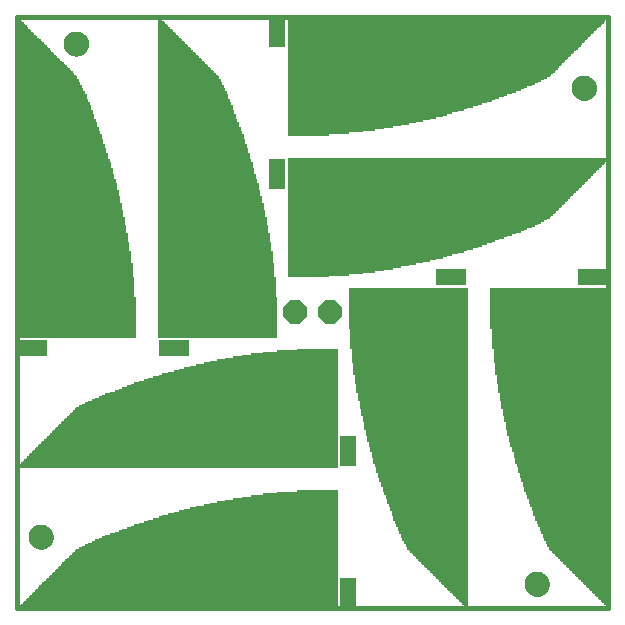
<source format=gts>
G75*
%MOIN*%
%OFA0B0*%
%FSLAX25Y25*%
%IPPOS*%
%LPD*%
%AMOC8*
5,1,8,0,0,1.08239X$1,22.5*
%
%ADD10C,0.01600*%
%ADD11C,0.00000*%
%ADD12C,0.08274*%
%ADD13R,0.05400X0.02900*%
%ADD14C,0.00256*%
%ADD15R,0.02900X0.05400*%
%ADD16OC8,0.08000*%
%ADD17R,0.10400X0.05400*%
%ADD18R,0.05400X0.10400*%
D10*
X0005000Y0005000D02*
X0201850Y0005000D01*
X0201850Y0201850D01*
X0005000Y0201850D01*
X0005000Y0005000D01*
D11*
X0008937Y0028622D02*
X0008939Y0028747D01*
X0008945Y0028872D01*
X0008955Y0028996D01*
X0008969Y0029120D01*
X0008986Y0029244D01*
X0009008Y0029367D01*
X0009034Y0029489D01*
X0009063Y0029611D01*
X0009096Y0029731D01*
X0009134Y0029850D01*
X0009174Y0029969D01*
X0009219Y0030085D01*
X0009267Y0030200D01*
X0009319Y0030314D01*
X0009375Y0030426D01*
X0009434Y0030536D01*
X0009496Y0030644D01*
X0009562Y0030751D01*
X0009631Y0030855D01*
X0009704Y0030956D01*
X0009779Y0031056D01*
X0009858Y0031153D01*
X0009940Y0031247D01*
X0010025Y0031339D01*
X0010112Y0031428D01*
X0010203Y0031514D01*
X0010296Y0031597D01*
X0010392Y0031678D01*
X0010490Y0031755D01*
X0010590Y0031829D01*
X0010693Y0031900D01*
X0010798Y0031967D01*
X0010906Y0032032D01*
X0011015Y0032092D01*
X0011126Y0032150D01*
X0011239Y0032203D01*
X0011353Y0032253D01*
X0011469Y0032300D01*
X0011586Y0032342D01*
X0011705Y0032381D01*
X0011825Y0032417D01*
X0011946Y0032448D01*
X0012068Y0032476D01*
X0012190Y0032499D01*
X0012314Y0032519D01*
X0012438Y0032535D01*
X0012562Y0032547D01*
X0012687Y0032555D01*
X0012812Y0032559D01*
X0012936Y0032559D01*
X0013061Y0032555D01*
X0013186Y0032547D01*
X0013310Y0032535D01*
X0013434Y0032519D01*
X0013558Y0032499D01*
X0013680Y0032476D01*
X0013802Y0032448D01*
X0013923Y0032417D01*
X0014043Y0032381D01*
X0014162Y0032342D01*
X0014279Y0032300D01*
X0014395Y0032253D01*
X0014509Y0032203D01*
X0014622Y0032150D01*
X0014733Y0032092D01*
X0014843Y0032032D01*
X0014950Y0031967D01*
X0015055Y0031900D01*
X0015158Y0031829D01*
X0015258Y0031755D01*
X0015356Y0031678D01*
X0015452Y0031597D01*
X0015545Y0031514D01*
X0015636Y0031428D01*
X0015723Y0031339D01*
X0015808Y0031247D01*
X0015890Y0031153D01*
X0015969Y0031056D01*
X0016044Y0030956D01*
X0016117Y0030855D01*
X0016186Y0030751D01*
X0016252Y0030644D01*
X0016314Y0030536D01*
X0016373Y0030426D01*
X0016429Y0030314D01*
X0016481Y0030200D01*
X0016529Y0030085D01*
X0016574Y0029969D01*
X0016614Y0029850D01*
X0016652Y0029731D01*
X0016685Y0029611D01*
X0016714Y0029489D01*
X0016740Y0029367D01*
X0016762Y0029244D01*
X0016779Y0029120D01*
X0016793Y0028996D01*
X0016803Y0028872D01*
X0016809Y0028747D01*
X0016811Y0028622D01*
X0016809Y0028497D01*
X0016803Y0028372D01*
X0016793Y0028248D01*
X0016779Y0028124D01*
X0016762Y0028000D01*
X0016740Y0027877D01*
X0016714Y0027755D01*
X0016685Y0027633D01*
X0016652Y0027513D01*
X0016614Y0027394D01*
X0016574Y0027275D01*
X0016529Y0027159D01*
X0016481Y0027044D01*
X0016429Y0026930D01*
X0016373Y0026818D01*
X0016314Y0026708D01*
X0016252Y0026600D01*
X0016186Y0026493D01*
X0016117Y0026389D01*
X0016044Y0026288D01*
X0015969Y0026188D01*
X0015890Y0026091D01*
X0015808Y0025997D01*
X0015723Y0025905D01*
X0015636Y0025816D01*
X0015545Y0025730D01*
X0015452Y0025647D01*
X0015356Y0025566D01*
X0015258Y0025489D01*
X0015158Y0025415D01*
X0015055Y0025344D01*
X0014950Y0025277D01*
X0014842Y0025212D01*
X0014733Y0025152D01*
X0014622Y0025094D01*
X0014509Y0025041D01*
X0014395Y0024991D01*
X0014279Y0024944D01*
X0014162Y0024902D01*
X0014043Y0024863D01*
X0013923Y0024827D01*
X0013802Y0024796D01*
X0013680Y0024768D01*
X0013558Y0024745D01*
X0013434Y0024725D01*
X0013310Y0024709D01*
X0013186Y0024697D01*
X0013061Y0024689D01*
X0012936Y0024685D01*
X0012812Y0024685D01*
X0012687Y0024689D01*
X0012562Y0024697D01*
X0012438Y0024709D01*
X0012314Y0024725D01*
X0012190Y0024745D01*
X0012068Y0024768D01*
X0011946Y0024796D01*
X0011825Y0024827D01*
X0011705Y0024863D01*
X0011586Y0024902D01*
X0011469Y0024944D01*
X0011353Y0024991D01*
X0011239Y0025041D01*
X0011126Y0025094D01*
X0011015Y0025152D01*
X0010905Y0025212D01*
X0010798Y0025277D01*
X0010693Y0025344D01*
X0010590Y0025415D01*
X0010490Y0025489D01*
X0010392Y0025566D01*
X0010296Y0025647D01*
X0010203Y0025730D01*
X0010112Y0025816D01*
X0010025Y0025905D01*
X0009940Y0025997D01*
X0009858Y0026091D01*
X0009779Y0026188D01*
X0009704Y0026288D01*
X0009631Y0026389D01*
X0009562Y0026493D01*
X0009496Y0026600D01*
X0009434Y0026708D01*
X0009375Y0026818D01*
X0009319Y0026930D01*
X0009267Y0027044D01*
X0009219Y0027159D01*
X0009174Y0027275D01*
X0009134Y0027394D01*
X0009096Y0027513D01*
X0009063Y0027633D01*
X0009034Y0027755D01*
X0009008Y0027877D01*
X0008986Y0028000D01*
X0008969Y0028124D01*
X0008955Y0028248D01*
X0008945Y0028372D01*
X0008939Y0028497D01*
X0008937Y0028622D01*
X0020748Y0192992D02*
X0020750Y0193117D01*
X0020756Y0193242D01*
X0020766Y0193366D01*
X0020780Y0193490D01*
X0020797Y0193614D01*
X0020819Y0193737D01*
X0020845Y0193859D01*
X0020874Y0193981D01*
X0020907Y0194101D01*
X0020945Y0194220D01*
X0020985Y0194339D01*
X0021030Y0194455D01*
X0021078Y0194570D01*
X0021130Y0194684D01*
X0021186Y0194796D01*
X0021245Y0194906D01*
X0021307Y0195014D01*
X0021373Y0195121D01*
X0021442Y0195225D01*
X0021515Y0195326D01*
X0021590Y0195426D01*
X0021669Y0195523D01*
X0021751Y0195617D01*
X0021836Y0195709D01*
X0021923Y0195798D01*
X0022014Y0195884D01*
X0022107Y0195967D01*
X0022203Y0196048D01*
X0022301Y0196125D01*
X0022401Y0196199D01*
X0022504Y0196270D01*
X0022609Y0196337D01*
X0022717Y0196402D01*
X0022826Y0196462D01*
X0022937Y0196520D01*
X0023050Y0196573D01*
X0023164Y0196623D01*
X0023280Y0196670D01*
X0023397Y0196712D01*
X0023516Y0196751D01*
X0023636Y0196787D01*
X0023757Y0196818D01*
X0023879Y0196846D01*
X0024001Y0196869D01*
X0024125Y0196889D01*
X0024249Y0196905D01*
X0024373Y0196917D01*
X0024498Y0196925D01*
X0024623Y0196929D01*
X0024747Y0196929D01*
X0024872Y0196925D01*
X0024997Y0196917D01*
X0025121Y0196905D01*
X0025245Y0196889D01*
X0025369Y0196869D01*
X0025491Y0196846D01*
X0025613Y0196818D01*
X0025734Y0196787D01*
X0025854Y0196751D01*
X0025973Y0196712D01*
X0026090Y0196670D01*
X0026206Y0196623D01*
X0026320Y0196573D01*
X0026433Y0196520D01*
X0026544Y0196462D01*
X0026654Y0196402D01*
X0026761Y0196337D01*
X0026866Y0196270D01*
X0026969Y0196199D01*
X0027069Y0196125D01*
X0027167Y0196048D01*
X0027263Y0195967D01*
X0027356Y0195884D01*
X0027447Y0195798D01*
X0027534Y0195709D01*
X0027619Y0195617D01*
X0027701Y0195523D01*
X0027780Y0195426D01*
X0027855Y0195326D01*
X0027928Y0195225D01*
X0027997Y0195121D01*
X0028063Y0195014D01*
X0028125Y0194906D01*
X0028184Y0194796D01*
X0028240Y0194684D01*
X0028292Y0194570D01*
X0028340Y0194455D01*
X0028385Y0194339D01*
X0028425Y0194220D01*
X0028463Y0194101D01*
X0028496Y0193981D01*
X0028525Y0193859D01*
X0028551Y0193737D01*
X0028573Y0193614D01*
X0028590Y0193490D01*
X0028604Y0193366D01*
X0028614Y0193242D01*
X0028620Y0193117D01*
X0028622Y0192992D01*
X0028620Y0192867D01*
X0028614Y0192742D01*
X0028604Y0192618D01*
X0028590Y0192494D01*
X0028573Y0192370D01*
X0028551Y0192247D01*
X0028525Y0192125D01*
X0028496Y0192003D01*
X0028463Y0191883D01*
X0028425Y0191764D01*
X0028385Y0191645D01*
X0028340Y0191529D01*
X0028292Y0191414D01*
X0028240Y0191300D01*
X0028184Y0191188D01*
X0028125Y0191078D01*
X0028063Y0190970D01*
X0027997Y0190863D01*
X0027928Y0190759D01*
X0027855Y0190658D01*
X0027780Y0190558D01*
X0027701Y0190461D01*
X0027619Y0190367D01*
X0027534Y0190275D01*
X0027447Y0190186D01*
X0027356Y0190100D01*
X0027263Y0190017D01*
X0027167Y0189936D01*
X0027069Y0189859D01*
X0026969Y0189785D01*
X0026866Y0189714D01*
X0026761Y0189647D01*
X0026653Y0189582D01*
X0026544Y0189522D01*
X0026433Y0189464D01*
X0026320Y0189411D01*
X0026206Y0189361D01*
X0026090Y0189314D01*
X0025973Y0189272D01*
X0025854Y0189233D01*
X0025734Y0189197D01*
X0025613Y0189166D01*
X0025491Y0189138D01*
X0025369Y0189115D01*
X0025245Y0189095D01*
X0025121Y0189079D01*
X0024997Y0189067D01*
X0024872Y0189059D01*
X0024747Y0189055D01*
X0024623Y0189055D01*
X0024498Y0189059D01*
X0024373Y0189067D01*
X0024249Y0189079D01*
X0024125Y0189095D01*
X0024001Y0189115D01*
X0023879Y0189138D01*
X0023757Y0189166D01*
X0023636Y0189197D01*
X0023516Y0189233D01*
X0023397Y0189272D01*
X0023280Y0189314D01*
X0023164Y0189361D01*
X0023050Y0189411D01*
X0022937Y0189464D01*
X0022826Y0189522D01*
X0022716Y0189582D01*
X0022609Y0189647D01*
X0022504Y0189714D01*
X0022401Y0189785D01*
X0022301Y0189859D01*
X0022203Y0189936D01*
X0022107Y0190017D01*
X0022014Y0190100D01*
X0021923Y0190186D01*
X0021836Y0190275D01*
X0021751Y0190367D01*
X0021669Y0190461D01*
X0021590Y0190558D01*
X0021515Y0190658D01*
X0021442Y0190759D01*
X0021373Y0190863D01*
X0021307Y0190970D01*
X0021245Y0191078D01*
X0021186Y0191188D01*
X0021130Y0191300D01*
X0021078Y0191414D01*
X0021030Y0191529D01*
X0020985Y0191645D01*
X0020945Y0191764D01*
X0020907Y0191883D01*
X0020874Y0192003D01*
X0020845Y0192125D01*
X0020819Y0192247D01*
X0020797Y0192370D01*
X0020780Y0192494D01*
X0020766Y0192618D01*
X0020756Y0192742D01*
X0020750Y0192867D01*
X0020748Y0192992D01*
X0190039Y0178228D02*
X0190041Y0178353D01*
X0190047Y0178478D01*
X0190057Y0178602D01*
X0190071Y0178726D01*
X0190088Y0178850D01*
X0190110Y0178973D01*
X0190136Y0179095D01*
X0190165Y0179217D01*
X0190198Y0179337D01*
X0190236Y0179456D01*
X0190276Y0179575D01*
X0190321Y0179691D01*
X0190369Y0179806D01*
X0190421Y0179920D01*
X0190477Y0180032D01*
X0190536Y0180142D01*
X0190598Y0180250D01*
X0190664Y0180357D01*
X0190733Y0180461D01*
X0190806Y0180562D01*
X0190881Y0180662D01*
X0190960Y0180759D01*
X0191042Y0180853D01*
X0191127Y0180945D01*
X0191214Y0181034D01*
X0191305Y0181120D01*
X0191398Y0181203D01*
X0191494Y0181284D01*
X0191592Y0181361D01*
X0191692Y0181435D01*
X0191795Y0181506D01*
X0191900Y0181573D01*
X0192008Y0181638D01*
X0192117Y0181698D01*
X0192228Y0181756D01*
X0192341Y0181809D01*
X0192455Y0181859D01*
X0192571Y0181906D01*
X0192688Y0181948D01*
X0192807Y0181987D01*
X0192927Y0182023D01*
X0193048Y0182054D01*
X0193170Y0182082D01*
X0193292Y0182105D01*
X0193416Y0182125D01*
X0193540Y0182141D01*
X0193664Y0182153D01*
X0193789Y0182161D01*
X0193914Y0182165D01*
X0194038Y0182165D01*
X0194163Y0182161D01*
X0194288Y0182153D01*
X0194412Y0182141D01*
X0194536Y0182125D01*
X0194660Y0182105D01*
X0194782Y0182082D01*
X0194904Y0182054D01*
X0195025Y0182023D01*
X0195145Y0181987D01*
X0195264Y0181948D01*
X0195381Y0181906D01*
X0195497Y0181859D01*
X0195611Y0181809D01*
X0195724Y0181756D01*
X0195835Y0181698D01*
X0195945Y0181638D01*
X0196052Y0181573D01*
X0196157Y0181506D01*
X0196260Y0181435D01*
X0196360Y0181361D01*
X0196458Y0181284D01*
X0196554Y0181203D01*
X0196647Y0181120D01*
X0196738Y0181034D01*
X0196825Y0180945D01*
X0196910Y0180853D01*
X0196992Y0180759D01*
X0197071Y0180662D01*
X0197146Y0180562D01*
X0197219Y0180461D01*
X0197288Y0180357D01*
X0197354Y0180250D01*
X0197416Y0180142D01*
X0197475Y0180032D01*
X0197531Y0179920D01*
X0197583Y0179806D01*
X0197631Y0179691D01*
X0197676Y0179575D01*
X0197716Y0179456D01*
X0197754Y0179337D01*
X0197787Y0179217D01*
X0197816Y0179095D01*
X0197842Y0178973D01*
X0197864Y0178850D01*
X0197881Y0178726D01*
X0197895Y0178602D01*
X0197905Y0178478D01*
X0197911Y0178353D01*
X0197913Y0178228D01*
X0197911Y0178103D01*
X0197905Y0177978D01*
X0197895Y0177854D01*
X0197881Y0177730D01*
X0197864Y0177606D01*
X0197842Y0177483D01*
X0197816Y0177361D01*
X0197787Y0177239D01*
X0197754Y0177119D01*
X0197716Y0177000D01*
X0197676Y0176881D01*
X0197631Y0176765D01*
X0197583Y0176650D01*
X0197531Y0176536D01*
X0197475Y0176424D01*
X0197416Y0176314D01*
X0197354Y0176206D01*
X0197288Y0176099D01*
X0197219Y0175995D01*
X0197146Y0175894D01*
X0197071Y0175794D01*
X0196992Y0175697D01*
X0196910Y0175603D01*
X0196825Y0175511D01*
X0196738Y0175422D01*
X0196647Y0175336D01*
X0196554Y0175253D01*
X0196458Y0175172D01*
X0196360Y0175095D01*
X0196260Y0175021D01*
X0196157Y0174950D01*
X0196052Y0174883D01*
X0195944Y0174818D01*
X0195835Y0174758D01*
X0195724Y0174700D01*
X0195611Y0174647D01*
X0195497Y0174597D01*
X0195381Y0174550D01*
X0195264Y0174508D01*
X0195145Y0174469D01*
X0195025Y0174433D01*
X0194904Y0174402D01*
X0194782Y0174374D01*
X0194660Y0174351D01*
X0194536Y0174331D01*
X0194412Y0174315D01*
X0194288Y0174303D01*
X0194163Y0174295D01*
X0194038Y0174291D01*
X0193914Y0174291D01*
X0193789Y0174295D01*
X0193664Y0174303D01*
X0193540Y0174315D01*
X0193416Y0174331D01*
X0193292Y0174351D01*
X0193170Y0174374D01*
X0193048Y0174402D01*
X0192927Y0174433D01*
X0192807Y0174469D01*
X0192688Y0174508D01*
X0192571Y0174550D01*
X0192455Y0174597D01*
X0192341Y0174647D01*
X0192228Y0174700D01*
X0192117Y0174758D01*
X0192007Y0174818D01*
X0191900Y0174883D01*
X0191795Y0174950D01*
X0191692Y0175021D01*
X0191592Y0175095D01*
X0191494Y0175172D01*
X0191398Y0175253D01*
X0191305Y0175336D01*
X0191214Y0175422D01*
X0191127Y0175511D01*
X0191042Y0175603D01*
X0190960Y0175697D01*
X0190881Y0175794D01*
X0190806Y0175894D01*
X0190733Y0175995D01*
X0190664Y0176099D01*
X0190598Y0176206D01*
X0190536Y0176314D01*
X0190477Y0176424D01*
X0190421Y0176536D01*
X0190369Y0176650D01*
X0190321Y0176765D01*
X0190276Y0176881D01*
X0190236Y0177000D01*
X0190198Y0177119D01*
X0190165Y0177239D01*
X0190136Y0177361D01*
X0190110Y0177483D01*
X0190088Y0177606D01*
X0190071Y0177730D01*
X0190057Y0177854D01*
X0190047Y0177978D01*
X0190041Y0178103D01*
X0190039Y0178228D01*
X0174291Y0012874D02*
X0174293Y0012999D01*
X0174299Y0013124D01*
X0174309Y0013248D01*
X0174323Y0013372D01*
X0174340Y0013496D01*
X0174362Y0013619D01*
X0174388Y0013741D01*
X0174417Y0013863D01*
X0174450Y0013983D01*
X0174488Y0014102D01*
X0174528Y0014221D01*
X0174573Y0014337D01*
X0174621Y0014452D01*
X0174673Y0014566D01*
X0174729Y0014678D01*
X0174788Y0014788D01*
X0174850Y0014896D01*
X0174916Y0015003D01*
X0174985Y0015107D01*
X0175058Y0015208D01*
X0175133Y0015308D01*
X0175212Y0015405D01*
X0175294Y0015499D01*
X0175379Y0015591D01*
X0175466Y0015680D01*
X0175557Y0015766D01*
X0175650Y0015849D01*
X0175746Y0015930D01*
X0175844Y0016007D01*
X0175944Y0016081D01*
X0176047Y0016152D01*
X0176152Y0016219D01*
X0176260Y0016284D01*
X0176369Y0016344D01*
X0176480Y0016402D01*
X0176593Y0016455D01*
X0176707Y0016505D01*
X0176823Y0016552D01*
X0176940Y0016594D01*
X0177059Y0016633D01*
X0177179Y0016669D01*
X0177300Y0016700D01*
X0177422Y0016728D01*
X0177544Y0016751D01*
X0177668Y0016771D01*
X0177792Y0016787D01*
X0177916Y0016799D01*
X0178041Y0016807D01*
X0178166Y0016811D01*
X0178290Y0016811D01*
X0178415Y0016807D01*
X0178540Y0016799D01*
X0178664Y0016787D01*
X0178788Y0016771D01*
X0178912Y0016751D01*
X0179034Y0016728D01*
X0179156Y0016700D01*
X0179277Y0016669D01*
X0179397Y0016633D01*
X0179516Y0016594D01*
X0179633Y0016552D01*
X0179749Y0016505D01*
X0179863Y0016455D01*
X0179976Y0016402D01*
X0180087Y0016344D01*
X0180197Y0016284D01*
X0180304Y0016219D01*
X0180409Y0016152D01*
X0180512Y0016081D01*
X0180612Y0016007D01*
X0180710Y0015930D01*
X0180806Y0015849D01*
X0180899Y0015766D01*
X0180990Y0015680D01*
X0181077Y0015591D01*
X0181162Y0015499D01*
X0181244Y0015405D01*
X0181323Y0015308D01*
X0181398Y0015208D01*
X0181471Y0015107D01*
X0181540Y0015003D01*
X0181606Y0014896D01*
X0181668Y0014788D01*
X0181727Y0014678D01*
X0181783Y0014566D01*
X0181835Y0014452D01*
X0181883Y0014337D01*
X0181928Y0014221D01*
X0181968Y0014102D01*
X0182006Y0013983D01*
X0182039Y0013863D01*
X0182068Y0013741D01*
X0182094Y0013619D01*
X0182116Y0013496D01*
X0182133Y0013372D01*
X0182147Y0013248D01*
X0182157Y0013124D01*
X0182163Y0012999D01*
X0182165Y0012874D01*
X0182163Y0012749D01*
X0182157Y0012624D01*
X0182147Y0012500D01*
X0182133Y0012376D01*
X0182116Y0012252D01*
X0182094Y0012129D01*
X0182068Y0012007D01*
X0182039Y0011885D01*
X0182006Y0011765D01*
X0181968Y0011646D01*
X0181928Y0011527D01*
X0181883Y0011411D01*
X0181835Y0011296D01*
X0181783Y0011182D01*
X0181727Y0011070D01*
X0181668Y0010960D01*
X0181606Y0010852D01*
X0181540Y0010745D01*
X0181471Y0010641D01*
X0181398Y0010540D01*
X0181323Y0010440D01*
X0181244Y0010343D01*
X0181162Y0010249D01*
X0181077Y0010157D01*
X0180990Y0010068D01*
X0180899Y0009982D01*
X0180806Y0009899D01*
X0180710Y0009818D01*
X0180612Y0009741D01*
X0180512Y0009667D01*
X0180409Y0009596D01*
X0180304Y0009529D01*
X0180196Y0009464D01*
X0180087Y0009404D01*
X0179976Y0009346D01*
X0179863Y0009293D01*
X0179749Y0009243D01*
X0179633Y0009196D01*
X0179516Y0009154D01*
X0179397Y0009115D01*
X0179277Y0009079D01*
X0179156Y0009048D01*
X0179034Y0009020D01*
X0178912Y0008997D01*
X0178788Y0008977D01*
X0178664Y0008961D01*
X0178540Y0008949D01*
X0178415Y0008941D01*
X0178290Y0008937D01*
X0178166Y0008937D01*
X0178041Y0008941D01*
X0177916Y0008949D01*
X0177792Y0008961D01*
X0177668Y0008977D01*
X0177544Y0008997D01*
X0177422Y0009020D01*
X0177300Y0009048D01*
X0177179Y0009079D01*
X0177059Y0009115D01*
X0176940Y0009154D01*
X0176823Y0009196D01*
X0176707Y0009243D01*
X0176593Y0009293D01*
X0176480Y0009346D01*
X0176369Y0009404D01*
X0176259Y0009464D01*
X0176152Y0009529D01*
X0176047Y0009596D01*
X0175944Y0009667D01*
X0175844Y0009741D01*
X0175746Y0009818D01*
X0175650Y0009899D01*
X0175557Y0009982D01*
X0175466Y0010068D01*
X0175379Y0010157D01*
X0175294Y0010249D01*
X0175212Y0010343D01*
X0175133Y0010440D01*
X0175058Y0010540D01*
X0174985Y0010641D01*
X0174916Y0010745D01*
X0174850Y0010852D01*
X0174788Y0010960D01*
X0174729Y0011070D01*
X0174673Y0011182D01*
X0174621Y0011296D01*
X0174573Y0011411D01*
X0174528Y0011527D01*
X0174488Y0011646D01*
X0174450Y0011765D01*
X0174417Y0011885D01*
X0174388Y0012007D01*
X0174362Y0012129D01*
X0174340Y0012252D01*
X0174323Y0012376D01*
X0174309Y0012500D01*
X0174299Y0012624D01*
X0174293Y0012749D01*
X0174291Y0012874D01*
D12*
X0178228Y0012874D03*
X0012874Y0028622D03*
X0024685Y0192992D03*
X0193976Y0178228D03*
D13*
X0199550Y0110277D03*
X0152305Y0110277D03*
X0054545Y0096574D03*
X0007301Y0096574D03*
D14*
X0005205Y0004744D02*
X0067327Y0004744D01*
X0111555Y0004744D01*
X0111555Y0044114D01*
X0098261Y0044114D01*
X0098261Y0043603D01*
X0091614Y0043603D01*
X0091614Y0043092D01*
X0087012Y0043092D01*
X0087012Y0042581D01*
X0082922Y0042581D01*
X0082922Y0042069D01*
X0079854Y0042069D01*
X0079854Y0041558D01*
X0076786Y0041558D01*
X0076786Y0041047D01*
X0074230Y0041047D01*
X0074230Y0040535D01*
X0071673Y0040535D01*
X0071673Y0040024D01*
X0069117Y0040024D01*
X0069117Y0039513D01*
X0067072Y0039513D01*
X0067072Y0039001D01*
X0064515Y0039001D01*
X0064515Y0038490D01*
X0062470Y0038490D01*
X0062470Y0037979D01*
X0060425Y0037979D01*
X0060425Y0037468D01*
X0058891Y0037468D01*
X0058891Y0036956D01*
X0057357Y0036956D01*
X0057357Y0036445D01*
X0055312Y0036445D01*
X0055312Y0035934D01*
X0053267Y0035934D01*
X0053267Y0035422D01*
X0052244Y0035422D01*
X0052244Y0034911D01*
X0050199Y0034911D01*
X0050199Y0034400D01*
X0048665Y0034400D01*
X0048665Y0033888D01*
X0047131Y0033888D01*
X0047131Y0033377D01*
X0045597Y0033377D01*
X0045597Y0032866D01*
X0044063Y0032866D01*
X0044063Y0032355D01*
X0043041Y0032355D01*
X0043041Y0031843D01*
X0041507Y0031843D01*
X0041507Y0031332D01*
X0039973Y0031332D01*
X0039973Y0030821D01*
X0038950Y0030821D01*
X0038950Y0030309D01*
X0037416Y0030309D01*
X0037416Y0029798D01*
X0035883Y0029798D01*
X0035883Y0029287D01*
X0034349Y0029287D01*
X0034349Y0028775D01*
X0033326Y0028775D01*
X0033326Y0028264D01*
X0032303Y0028264D01*
X0032303Y0027753D01*
X0030770Y0027753D01*
X0030770Y0027242D01*
X0029747Y0027242D01*
X0029747Y0026730D01*
X0028724Y0026730D01*
X0028724Y0026219D01*
X0027702Y0026219D01*
X0027702Y0025708D01*
X0026679Y0025708D01*
X0026679Y0025196D01*
X0025657Y0025196D01*
X0025657Y0024685D01*
X0024634Y0024685D01*
X0024634Y0024174D01*
X0024123Y0024174D01*
X0024123Y0023662D01*
X0023611Y0023662D01*
X0023611Y0023151D01*
X0023100Y0023151D01*
X0023100Y0022640D01*
X0022589Y0022640D01*
X0022589Y0022129D01*
X0022077Y0022129D01*
X0022077Y0021617D01*
X0021566Y0021617D01*
X0021566Y0021106D01*
X0021055Y0021106D01*
X0021055Y0020595D01*
X0020544Y0020595D01*
X0020544Y0020083D01*
X0020032Y0020083D01*
X0020032Y0019572D01*
X0019521Y0019572D01*
X0019521Y0019061D01*
X0019010Y0019061D01*
X0019010Y0018549D01*
X0018498Y0018549D01*
X0018498Y0018038D01*
X0017987Y0018038D01*
X0017987Y0017527D01*
X0017476Y0017527D01*
X0017476Y0017016D01*
X0016964Y0017016D01*
X0016964Y0016504D01*
X0016453Y0016504D01*
X0016453Y0015993D01*
X0015942Y0015993D01*
X0015942Y0015482D01*
X0015431Y0015482D01*
X0015431Y0014970D01*
X0014919Y0014970D01*
X0014919Y0014459D01*
X0014408Y0014459D01*
X0014408Y0013948D01*
X0013897Y0013948D01*
X0013897Y0013436D01*
X0013385Y0013436D01*
X0013385Y0012925D01*
X0012874Y0012925D01*
X0012874Y0012414D01*
X0012363Y0012414D01*
X0012363Y0011903D01*
X0011851Y0011903D01*
X0011851Y0011391D01*
X0011340Y0011391D01*
X0011340Y0010880D01*
X0010829Y0010880D01*
X0010829Y0010369D01*
X0010318Y0010369D01*
X0010318Y0009857D01*
X0009806Y0009857D01*
X0009806Y0009346D01*
X0009295Y0009346D01*
X0009295Y0008835D01*
X0008784Y0008835D01*
X0008784Y0008323D01*
X0008272Y0008323D01*
X0008272Y0007812D01*
X0007761Y0007812D01*
X0007761Y0007301D01*
X0007250Y0007301D01*
X0007250Y0006790D01*
X0006738Y0006790D01*
X0006738Y0006278D01*
X0006227Y0006278D01*
X0006227Y0005767D01*
X0005716Y0005767D01*
X0005716Y0005256D01*
X0005205Y0005256D01*
X0005205Y0004744D01*
X0005205Y0004746D02*
X0111555Y0004746D01*
X0111555Y0005000D02*
X0005205Y0005000D01*
X0005205Y0005254D02*
X0111555Y0005254D01*
X0111555Y0005508D02*
X0005716Y0005508D01*
X0005716Y0005762D02*
X0111555Y0005762D01*
X0111555Y0006017D02*
X0006227Y0006017D01*
X0006227Y0006271D02*
X0111555Y0006271D01*
X0111555Y0006525D02*
X0006738Y0006525D01*
X0006738Y0006779D02*
X0111555Y0006779D01*
X0111555Y0007033D02*
X0007250Y0007033D01*
X0007250Y0007287D02*
X0111555Y0007287D01*
X0111555Y0007542D02*
X0007761Y0007542D01*
X0007761Y0007796D02*
X0111555Y0007796D01*
X0111555Y0008050D02*
X0008272Y0008050D01*
X0008272Y0008304D02*
X0111555Y0008304D01*
X0111555Y0008558D02*
X0008784Y0008558D01*
X0008784Y0008812D02*
X0111555Y0008812D01*
X0111555Y0009067D02*
X0009295Y0009067D01*
X0009295Y0009321D02*
X0111555Y0009321D01*
X0111555Y0009575D02*
X0009806Y0009575D01*
X0009806Y0009829D02*
X0111555Y0009829D01*
X0111555Y0010083D02*
X0010318Y0010083D01*
X0010318Y0010337D02*
X0111555Y0010337D01*
X0111555Y0010591D02*
X0010829Y0010591D01*
X0010829Y0010846D02*
X0111555Y0010846D01*
X0111555Y0011100D02*
X0011340Y0011100D01*
X0011340Y0011354D02*
X0111555Y0011354D01*
X0111555Y0011608D02*
X0011851Y0011608D01*
X0011851Y0011862D02*
X0111555Y0011862D01*
X0111555Y0012116D02*
X0012363Y0012116D01*
X0012363Y0012371D02*
X0111555Y0012371D01*
X0111555Y0012625D02*
X0012874Y0012625D01*
X0012874Y0012879D02*
X0111555Y0012879D01*
X0111555Y0013133D02*
X0013385Y0013133D01*
X0013385Y0013387D02*
X0111555Y0013387D01*
X0111555Y0013641D02*
X0013897Y0013641D01*
X0013897Y0013896D02*
X0111555Y0013896D01*
X0111555Y0014150D02*
X0014408Y0014150D01*
X0014408Y0014404D02*
X0111555Y0014404D01*
X0111555Y0014658D02*
X0014919Y0014658D01*
X0014919Y0014912D02*
X0111555Y0014912D01*
X0111555Y0015166D02*
X0015431Y0015166D01*
X0015431Y0015420D02*
X0111555Y0015420D01*
X0111555Y0015675D02*
X0015942Y0015675D01*
X0015942Y0015929D02*
X0111555Y0015929D01*
X0111555Y0016183D02*
X0016453Y0016183D01*
X0016453Y0016437D02*
X0111555Y0016437D01*
X0111555Y0016691D02*
X0016964Y0016691D01*
X0016964Y0016945D02*
X0111555Y0016945D01*
X0111555Y0017200D02*
X0017476Y0017200D01*
X0017476Y0017454D02*
X0111555Y0017454D01*
X0111555Y0017708D02*
X0017987Y0017708D01*
X0017987Y0017962D02*
X0111555Y0017962D01*
X0111555Y0018216D02*
X0018498Y0018216D01*
X0018498Y0018470D02*
X0111555Y0018470D01*
X0111555Y0018725D02*
X0019010Y0018725D01*
X0019010Y0018979D02*
X0111555Y0018979D01*
X0111555Y0019233D02*
X0019521Y0019233D01*
X0019521Y0019487D02*
X0111555Y0019487D01*
X0111555Y0019741D02*
X0020032Y0019741D01*
X0020032Y0019995D02*
X0111555Y0019995D01*
X0111555Y0020250D02*
X0020544Y0020250D01*
X0020544Y0020504D02*
X0111555Y0020504D01*
X0111555Y0020758D02*
X0021055Y0020758D01*
X0021055Y0021012D02*
X0111555Y0021012D01*
X0111555Y0021266D02*
X0021566Y0021266D01*
X0021566Y0021520D02*
X0111555Y0021520D01*
X0111555Y0021774D02*
X0022077Y0021774D01*
X0022077Y0022029D02*
X0111555Y0022029D01*
X0111555Y0022283D02*
X0022589Y0022283D01*
X0022589Y0022537D02*
X0111555Y0022537D01*
X0111555Y0022791D02*
X0023100Y0022791D01*
X0023100Y0023045D02*
X0111555Y0023045D01*
X0111555Y0023299D02*
X0023611Y0023299D01*
X0023611Y0023554D02*
X0111555Y0023554D01*
X0111555Y0023808D02*
X0024123Y0023808D01*
X0024123Y0024062D02*
X0111555Y0024062D01*
X0111555Y0024316D02*
X0024634Y0024316D01*
X0024634Y0024570D02*
X0111555Y0024570D01*
X0111555Y0024824D02*
X0025657Y0024824D01*
X0025657Y0025079D02*
X0111555Y0025079D01*
X0111555Y0025333D02*
X0026679Y0025333D01*
X0026679Y0025587D02*
X0111555Y0025587D01*
X0111555Y0025841D02*
X0027702Y0025841D01*
X0027702Y0026095D02*
X0111555Y0026095D01*
X0111555Y0026349D02*
X0028724Y0026349D01*
X0028724Y0026603D02*
X0111555Y0026603D01*
X0111555Y0026858D02*
X0029747Y0026858D01*
X0029747Y0027112D02*
X0111555Y0027112D01*
X0111555Y0027366D02*
X0030770Y0027366D01*
X0030770Y0027620D02*
X0111555Y0027620D01*
X0111555Y0027874D02*
X0032303Y0027874D01*
X0032303Y0028128D02*
X0111555Y0028128D01*
X0111555Y0028383D02*
X0033326Y0028383D01*
X0033326Y0028637D02*
X0111555Y0028637D01*
X0111555Y0028891D02*
X0034349Y0028891D01*
X0034349Y0029145D02*
X0111555Y0029145D01*
X0111555Y0029399D02*
X0035883Y0029399D01*
X0035883Y0029653D02*
X0111555Y0029653D01*
X0111555Y0029908D02*
X0037416Y0029908D01*
X0037416Y0030162D02*
X0111555Y0030162D01*
X0111555Y0030416D02*
X0038950Y0030416D01*
X0038950Y0030670D02*
X0111555Y0030670D01*
X0111555Y0030924D02*
X0039973Y0030924D01*
X0039973Y0031178D02*
X0111555Y0031178D01*
X0111555Y0031432D02*
X0041507Y0031432D01*
X0041507Y0031687D02*
X0111555Y0031687D01*
X0111555Y0031941D02*
X0043041Y0031941D01*
X0043041Y0032195D02*
X0111555Y0032195D01*
X0111555Y0032449D02*
X0044063Y0032449D01*
X0044063Y0032703D02*
X0111555Y0032703D01*
X0111555Y0032957D02*
X0045597Y0032957D01*
X0045597Y0033212D02*
X0111555Y0033212D01*
X0111555Y0033466D02*
X0047131Y0033466D01*
X0047131Y0033720D02*
X0111555Y0033720D01*
X0111555Y0033974D02*
X0048665Y0033974D01*
X0048665Y0034228D02*
X0111555Y0034228D01*
X0111555Y0034482D02*
X0050199Y0034482D01*
X0050199Y0034737D02*
X0111555Y0034737D01*
X0111555Y0034991D02*
X0052244Y0034991D01*
X0052244Y0035245D02*
X0111555Y0035245D01*
X0111555Y0035499D02*
X0053267Y0035499D01*
X0053267Y0035753D02*
X0111555Y0035753D01*
X0111555Y0036007D02*
X0055312Y0036007D01*
X0055312Y0036261D02*
X0111555Y0036261D01*
X0111555Y0036516D02*
X0057357Y0036516D01*
X0057357Y0036770D02*
X0111555Y0036770D01*
X0111555Y0037024D02*
X0058891Y0037024D01*
X0058891Y0037278D02*
X0111555Y0037278D01*
X0111555Y0037532D02*
X0060425Y0037532D01*
X0060425Y0037786D02*
X0111555Y0037786D01*
X0111555Y0038041D02*
X0062470Y0038041D01*
X0062470Y0038295D02*
X0111555Y0038295D01*
X0111555Y0038549D02*
X0064515Y0038549D01*
X0064515Y0038803D02*
X0111555Y0038803D01*
X0111555Y0039057D02*
X0067072Y0039057D01*
X0067072Y0039311D02*
X0111555Y0039311D01*
X0111555Y0039566D02*
X0069117Y0039566D01*
X0069117Y0039820D02*
X0111555Y0039820D01*
X0111555Y0040074D02*
X0071673Y0040074D01*
X0071673Y0040328D02*
X0111555Y0040328D01*
X0111555Y0040582D02*
X0074230Y0040582D01*
X0074230Y0040836D02*
X0111555Y0040836D01*
X0111555Y0041091D02*
X0076786Y0041091D01*
X0076786Y0041345D02*
X0111555Y0041345D01*
X0111555Y0041599D02*
X0079854Y0041599D01*
X0079854Y0041853D02*
X0111555Y0041853D01*
X0111555Y0042107D02*
X0082922Y0042107D01*
X0082922Y0042361D02*
X0111555Y0042361D01*
X0111555Y0042615D02*
X0087012Y0042615D01*
X0087012Y0042870D02*
X0111555Y0042870D01*
X0111555Y0043124D02*
X0091614Y0043124D01*
X0091614Y0043378D02*
X0111555Y0043378D01*
X0111555Y0043632D02*
X0098261Y0043632D01*
X0098261Y0043886D02*
X0111555Y0043886D01*
X0111555Y0051988D02*
X0067327Y0051988D01*
X0005205Y0051988D01*
X0005205Y0052500D01*
X0005716Y0052500D01*
X0005716Y0053011D01*
X0006227Y0053011D01*
X0006227Y0053522D01*
X0006738Y0053522D01*
X0006738Y0054034D01*
X0007250Y0054034D01*
X0007250Y0054545D01*
X0007761Y0054545D01*
X0007761Y0055056D01*
X0008272Y0055056D01*
X0008272Y0055568D01*
X0008784Y0055568D01*
X0008784Y0056079D01*
X0009295Y0056079D01*
X0009295Y0056590D01*
X0009806Y0056590D01*
X0009806Y0057101D01*
X0010318Y0057101D01*
X0010318Y0057613D01*
X0010829Y0057613D01*
X0010829Y0058124D01*
X0011340Y0058124D01*
X0011340Y0058635D01*
X0011851Y0058635D01*
X0011851Y0059147D01*
X0012363Y0059147D01*
X0012363Y0059658D01*
X0012874Y0059658D01*
X0012874Y0060169D01*
X0013385Y0060169D01*
X0013385Y0060681D01*
X0013897Y0060681D01*
X0013897Y0061192D01*
X0014408Y0061192D01*
X0014408Y0061703D01*
X0014919Y0061703D01*
X0014919Y0062214D01*
X0015431Y0062214D01*
X0015431Y0062726D01*
X0015942Y0062726D01*
X0015942Y0063237D01*
X0016453Y0063237D01*
X0016453Y0063748D01*
X0016964Y0063748D01*
X0016964Y0064260D01*
X0017476Y0064260D01*
X0017476Y0064771D01*
X0017987Y0064771D01*
X0017987Y0065282D01*
X0018498Y0065282D01*
X0018498Y0065794D01*
X0019010Y0065794D01*
X0019010Y0066305D01*
X0019521Y0066305D01*
X0019521Y0066816D01*
X0020032Y0066816D01*
X0020032Y0067327D01*
X0020544Y0067327D01*
X0020544Y0067839D01*
X0021055Y0067839D01*
X0021055Y0068350D01*
X0021566Y0068350D01*
X0021566Y0068861D01*
X0022077Y0068861D01*
X0022077Y0069373D01*
X0022589Y0069373D01*
X0022589Y0069884D01*
X0023100Y0069884D01*
X0023100Y0070395D01*
X0023611Y0070395D01*
X0023611Y0070907D01*
X0024123Y0070907D01*
X0024123Y0071418D01*
X0024634Y0071418D01*
X0024634Y0071929D01*
X0025657Y0071929D01*
X0025657Y0072440D01*
X0026679Y0072440D01*
X0026679Y0072952D01*
X0027702Y0072952D01*
X0027702Y0073463D01*
X0028724Y0073463D01*
X0028724Y0073974D01*
X0029747Y0073974D01*
X0029747Y0074486D01*
X0030770Y0074486D01*
X0030770Y0074997D01*
X0032303Y0074997D01*
X0032303Y0075508D01*
X0033326Y0075508D01*
X0033326Y0076020D01*
X0034349Y0076020D01*
X0034349Y0076531D01*
X0035883Y0076531D01*
X0035883Y0077042D01*
X0037416Y0077042D01*
X0037416Y0077553D01*
X0038950Y0077553D01*
X0038950Y0078065D01*
X0039973Y0078065D01*
X0039973Y0078576D01*
X0041507Y0078576D01*
X0041507Y0079087D01*
X0043041Y0079087D01*
X0043041Y0079599D01*
X0044063Y0079599D01*
X0044063Y0080110D01*
X0045597Y0080110D01*
X0045597Y0080621D01*
X0047131Y0080621D01*
X0047131Y0081133D01*
X0048665Y0081133D01*
X0048665Y0081644D01*
X0050199Y0081644D01*
X0050199Y0082155D01*
X0052244Y0082155D01*
X0052244Y0082666D01*
X0053267Y0082666D01*
X0053267Y0083178D01*
X0055312Y0083178D01*
X0055312Y0083689D01*
X0057357Y0083689D01*
X0057357Y0084200D01*
X0058891Y0084200D01*
X0058891Y0084712D01*
X0060425Y0084712D01*
X0060425Y0085223D01*
X0062470Y0085223D01*
X0062470Y0085734D01*
X0064515Y0085734D01*
X0064515Y0086246D01*
X0067072Y0086246D01*
X0067072Y0086757D01*
X0069117Y0086757D01*
X0069117Y0087268D01*
X0071673Y0087268D01*
X0071673Y0087779D01*
X0074230Y0087779D01*
X0074230Y0088291D01*
X0076786Y0088291D01*
X0076786Y0088802D01*
X0079854Y0088802D01*
X0079854Y0089313D01*
X0082922Y0089313D01*
X0082922Y0089825D01*
X0087012Y0089825D01*
X0087012Y0090336D01*
X0091614Y0090336D01*
X0091614Y0090847D01*
X0098261Y0090847D01*
X0098261Y0091359D01*
X0111555Y0091359D01*
X0111555Y0051988D01*
X0111555Y0052019D02*
X0005205Y0052019D01*
X0005205Y0052273D02*
X0111555Y0052273D01*
X0111555Y0052528D02*
X0005716Y0052528D01*
X0005716Y0052782D02*
X0111555Y0052782D01*
X0111555Y0053036D02*
X0006227Y0053036D01*
X0006227Y0053290D02*
X0111555Y0053290D01*
X0111555Y0053544D02*
X0006738Y0053544D01*
X0006738Y0053798D02*
X0111555Y0053798D01*
X0111555Y0054053D02*
X0007250Y0054053D01*
X0007250Y0054307D02*
X0111555Y0054307D01*
X0111555Y0054561D02*
X0007761Y0054561D01*
X0007761Y0054815D02*
X0111555Y0054815D01*
X0111555Y0055069D02*
X0008272Y0055069D01*
X0008272Y0055323D02*
X0111555Y0055323D01*
X0111555Y0055578D02*
X0008784Y0055578D01*
X0008784Y0055832D02*
X0111555Y0055832D01*
X0111555Y0056086D02*
X0009295Y0056086D01*
X0009295Y0056340D02*
X0111555Y0056340D01*
X0111555Y0056594D02*
X0009806Y0056594D01*
X0009806Y0056848D02*
X0111555Y0056848D01*
X0111555Y0057102D02*
X0010318Y0057102D01*
X0010318Y0057357D02*
X0111555Y0057357D01*
X0111555Y0057611D02*
X0010318Y0057611D01*
X0010829Y0057865D02*
X0111555Y0057865D01*
X0111555Y0058119D02*
X0010829Y0058119D01*
X0011340Y0058373D02*
X0111555Y0058373D01*
X0111555Y0058627D02*
X0011340Y0058627D01*
X0011851Y0058882D02*
X0111555Y0058882D01*
X0111555Y0059136D02*
X0011851Y0059136D01*
X0012363Y0059390D02*
X0111555Y0059390D01*
X0111555Y0059644D02*
X0012363Y0059644D01*
X0012874Y0059898D02*
X0111555Y0059898D01*
X0111555Y0060152D02*
X0012874Y0060152D01*
X0013385Y0060407D02*
X0111555Y0060407D01*
X0111555Y0060661D02*
X0013385Y0060661D01*
X0013897Y0060915D02*
X0111555Y0060915D01*
X0111555Y0061169D02*
X0013897Y0061169D01*
X0014408Y0061423D02*
X0111555Y0061423D01*
X0111555Y0061677D02*
X0014408Y0061677D01*
X0014919Y0061931D02*
X0111555Y0061931D01*
X0111555Y0062186D02*
X0014919Y0062186D01*
X0015431Y0062440D02*
X0111555Y0062440D01*
X0111555Y0062694D02*
X0015431Y0062694D01*
X0015942Y0062948D02*
X0111555Y0062948D01*
X0111555Y0063202D02*
X0015942Y0063202D01*
X0016453Y0063456D02*
X0111555Y0063456D01*
X0111555Y0063711D02*
X0016453Y0063711D01*
X0016964Y0063965D02*
X0111555Y0063965D01*
X0111555Y0064219D02*
X0016964Y0064219D01*
X0017476Y0064473D02*
X0111555Y0064473D01*
X0111555Y0064727D02*
X0017476Y0064727D01*
X0017987Y0064981D02*
X0111555Y0064981D01*
X0111555Y0065236D02*
X0017987Y0065236D01*
X0018498Y0065490D02*
X0111555Y0065490D01*
X0111555Y0065744D02*
X0018498Y0065744D01*
X0019010Y0065998D02*
X0111555Y0065998D01*
X0111555Y0066252D02*
X0019010Y0066252D01*
X0019521Y0066506D02*
X0111555Y0066506D01*
X0111555Y0066761D02*
X0019521Y0066761D01*
X0020032Y0067015D02*
X0111555Y0067015D01*
X0111555Y0067269D02*
X0020032Y0067269D01*
X0020544Y0067523D02*
X0111555Y0067523D01*
X0111555Y0067777D02*
X0020544Y0067777D01*
X0021055Y0068031D02*
X0111555Y0068031D01*
X0111555Y0068285D02*
X0021055Y0068285D01*
X0021566Y0068540D02*
X0111555Y0068540D01*
X0111555Y0068794D02*
X0021566Y0068794D01*
X0022077Y0069048D02*
X0111555Y0069048D01*
X0111555Y0069302D02*
X0022077Y0069302D01*
X0022589Y0069556D02*
X0111555Y0069556D01*
X0111555Y0069810D02*
X0022589Y0069810D01*
X0023100Y0070065D02*
X0111555Y0070065D01*
X0111555Y0070319D02*
X0023100Y0070319D01*
X0023611Y0070573D02*
X0111555Y0070573D01*
X0111555Y0070827D02*
X0023611Y0070827D01*
X0024123Y0071081D02*
X0111555Y0071081D01*
X0111555Y0071335D02*
X0024123Y0071335D01*
X0024634Y0071590D02*
X0111555Y0071590D01*
X0111555Y0071844D02*
X0024634Y0071844D01*
X0025657Y0072098D02*
X0111555Y0072098D01*
X0111555Y0072352D02*
X0025657Y0072352D01*
X0026679Y0072606D02*
X0111555Y0072606D01*
X0111555Y0072860D02*
X0026679Y0072860D01*
X0027702Y0073114D02*
X0111555Y0073114D01*
X0111555Y0073369D02*
X0027702Y0073369D01*
X0028724Y0073623D02*
X0111555Y0073623D01*
X0111555Y0073877D02*
X0028724Y0073877D01*
X0029747Y0074131D02*
X0111555Y0074131D01*
X0111555Y0074385D02*
X0029747Y0074385D01*
X0030770Y0074639D02*
X0111555Y0074639D01*
X0111555Y0074894D02*
X0030770Y0074894D01*
X0032303Y0075148D02*
X0111555Y0075148D01*
X0111555Y0075402D02*
X0032303Y0075402D01*
X0033326Y0075656D02*
X0111555Y0075656D01*
X0111555Y0075910D02*
X0033326Y0075910D01*
X0034349Y0076164D02*
X0111555Y0076164D01*
X0111555Y0076419D02*
X0034349Y0076419D01*
X0035883Y0076673D02*
X0111555Y0076673D01*
X0111555Y0076927D02*
X0035883Y0076927D01*
X0037416Y0077181D02*
X0111555Y0077181D01*
X0111555Y0077435D02*
X0037416Y0077435D01*
X0038950Y0077689D02*
X0111555Y0077689D01*
X0111555Y0077943D02*
X0038950Y0077943D01*
X0039973Y0078198D02*
X0111555Y0078198D01*
X0111555Y0078452D02*
X0039973Y0078452D01*
X0041507Y0078706D02*
X0111555Y0078706D01*
X0111555Y0078960D02*
X0041507Y0078960D01*
X0043041Y0079214D02*
X0111555Y0079214D01*
X0111555Y0079468D02*
X0043041Y0079468D01*
X0044063Y0079723D02*
X0111555Y0079723D01*
X0111555Y0079977D02*
X0044063Y0079977D01*
X0045597Y0080231D02*
X0111555Y0080231D01*
X0111555Y0080485D02*
X0045597Y0080485D01*
X0047131Y0080739D02*
X0111555Y0080739D01*
X0111555Y0080993D02*
X0047131Y0080993D01*
X0048665Y0081248D02*
X0111555Y0081248D01*
X0111555Y0081502D02*
X0048665Y0081502D01*
X0050199Y0081756D02*
X0111555Y0081756D01*
X0111555Y0082010D02*
X0050199Y0082010D01*
X0052244Y0082264D02*
X0111555Y0082264D01*
X0111555Y0082518D02*
X0052244Y0082518D01*
X0053267Y0082772D02*
X0111555Y0082772D01*
X0111555Y0083027D02*
X0053267Y0083027D01*
X0055312Y0083281D02*
X0111555Y0083281D01*
X0111555Y0083535D02*
X0055312Y0083535D01*
X0057357Y0083789D02*
X0111555Y0083789D01*
X0111555Y0084043D02*
X0057357Y0084043D01*
X0058891Y0084297D02*
X0111555Y0084297D01*
X0111555Y0084552D02*
X0058891Y0084552D01*
X0060425Y0084806D02*
X0111555Y0084806D01*
X0111555Y0085060D02*
X0060425Y0085060D01*
X0062470Y0085314D02*
X0111555Y0085314D01*
X0111555Y0085568D02*
X0062470Y0085568D01*
X0064515Y0085822D02*
X0111555Y0085822D01*
X0111555Y0086077D02*
X0064515Y0086077D01*
X0067072Y0086331D02*
X0111555Y0086331D01*
X0111555Y0086585D02*
X0067072Y0086585D01*
X0069117Y0086839D02*
X0111555Y0086839D01*
X0111555Y0087093D02*
X0069117Y0087093D01*
X0071673Y0087347D02*
X0111555Y0087347D01*
X0111555Y0087602D02*
X0071673Y0087602D01*
X0074230Y0087856D02*
X0111555Y0087856D01*
X0111555Y0088110D02*
X0074230Y0088110D01*
X0076786Y0088364D02*
X0111555Y0088364D01*
X0111555Y0088618D02*
X0076786Y0088618D01*
X0079854Y0088872D02*
X0111555Y0088872D01*
X0111555Y0089126D02*
X0079854Y0089126D01*
X0082922Y0089381D02*
X0111555Y0089381D01*
X0111555Y0089635D02*
X0082922Y0089635D01*
X0087012Y0089889D02*
X0111555Y0089889D01*
X0111555Y0090143D02*
X0087012Y0090143D01*
X0091614Y0090397D02*
X0111555Y0090397D01*
X0111555Y0090651D02*
X0091614Y0090651D01*
X0091359Y0095296D02*
X0091359Y0108589D01*
X0090847Y0108589D01*
X0090847Y0115236D01*
X0090336Y0115236D01*
X0090336Y0119838D01*
X0089825Y0119838D01*
X0089825Y0123928D01*
X0089313Y0123928D01*
X0089313Y0126996D01*
X0051988Y0126996D01*
X0051988Y0126742D02*
X0089313Y0126742D01*
X0089313Y0126996D02*
X0088802Y0126996D01*
X0088802Y0130064D01*
X0088291Y0130064D01*
X0088291Y0132620D01*
X0087779Y0132620D01*
X0087779Y0135177D01*
X0087268Y0135177D01*
X0087268Y0137733D01*
X0086757Y0137733D01*
X0086757Y0139779D01*
X0086246Y0139779D01*
X0086246Y0142335D01*
X0085734Y0142335D01*
X0085734Y0144380D01*
X0085223Y0144380D01*
X0085223Y0146425D01*
X0084712Y0146425D01*
X0084712Y0147959D01*
X0084200Y0147959D01*
X0084200Y0149493D01*
X0083689Y0149493D01*
X0083689Y0151538D01*
X0083178Y0151538D01*
X0083178Y0153584D01*
X0082666Y0153584D01*
X0082666Y0154606D01*
X0082155Y0154606D01*
X0082155Y0156651D01*
X0081644Y0156651D01*
X0081644Y0158185D01*
X0081133Y0158185D01*
X0081133Y0159719D01*
X0080621Y0159719D01*
X0080621Y0161253D01*
X0080110Y0161253D01*
X0080110Y0162787D01*
X0079599Y0162787D01*
X0079599Y0163810D01*
X0079087Y0163810D01*
X0079087Y0165344D01*
X0078576Y0165344D01*
X0078576Y0166877D01*
X0078065Y0166877D01*
X0078065Y0167900D01*
X0077553Y0167900D01*
X0077553Y0169434D01*
X0077042Y0169434D01*
X0077042Y0170968D01*
X0076531Y0170968D01*
X0076531Y0172502D01*
X0076020Y0172502D01*
X0076020Y0173524D01*
X0075508Y0173524D01*
X0075508Y0174547D01*
X0074997Y0174547D01*
X0074997Y0176081D01*
X0074486Y0176081D01*
X0074486Y0177103D01*
X0073974Y0177103D01*
X0073974Y0178126D01*
X0073463Y0178126D01*
X0073463Y0179149D01*
X0072952Y0179149D01*
X0072952Y0180171D01*
X0072440Y0180171D01*
X0072440Y0181194D01*
X0071929Y0181194D01*
X0071929Y0182216D01*
X0071418Y0182216D01*
X0071418Y0182728D01*
X0070907Y0182728D01*
X0070907Y0183239D01*
X0070395Y0183239D01*
X0070395Y0183750D01*
X0069884Y0183750D01*
X0069884Y0184262D01*
X0069373Y0184262D01*
X0069373Y0184773D01*
X0068861Y0184773D01*
X0068861Y0185284D01*
X0068350Y0185284D01*
X0068350Y0185796D01*
X0067839Y0185796D01*
X0067839Y0186307D01*
X0067327Y0186307D01*
X0067327Y0186818D01*
X0066816Y0186818D01*
X0066816Y0187329D01*
X0066305Y0187329D01*
X0066305Y0187841D01*
X0065794Y0187841D01*
X0065794Y0188352D01*
X0065282Y0188352D01*
X0065282Y0188863D01*
X0064771Y0188863D01*
X0064771Y0189375D01*
X0064260Y0189375D01*
X0064260Y0189886D01*
X0063748Y0189886D01*
X0063748Y0190397D01*
X0063237Y0190397D01*
X0063237Y0190909D01*
X0062726Y0190909D01*
X0062726Y0191420D01*
X0062214Y0191420D01*
X0062214Y0191931D01*
X0061703Y0191931D01*
X0061703Y0192442D01*
X0061192Y0192442D01*
X0061192Y0192954D01*
X0060681Y0192954D01*
X0060681Y0193465D01*
X0060169Y0193465D01*
X0060169Y0193976D01*
X0059658Y0193976D01*
X0059658Y0194488D01*
X0059147Y0194488D01*
X0059147Y0194999D01*
X0058635Y0194999D01*
X0058635Y0195510D01*
X0058124Y0195510D01*
X0058124Y0196022D01*
X0057613Y0196022D01*
X0057613Y0196533D01*
X0057101Y0196533D01*
X0057101Y0197044D01*
X0056590Y0197044D01*
X0056590Y0197555D01*
X0056079Y0197555D01*
X0056079Y0198067D01*
X0055568Y0198067D01*
X0055568Y0198578D01*
X0055056Y0198578D01*
X0055056Y0199089D01*
X0054545Y0199089D01*
X0054545Y0199601D01*
X0054034Y0199601D01*
X0054034Y0200112D01*
X0053522Y0200112D01*
X0053522Y0200623D01*
X0053011Y0200623D01*
X0053011Y0201135D01*
X0052500Y0201135D01*
X0052500Y0201646D01*
X0051988Y0201646D01*
X0051988Y0139523D01*
X0051988Y0095296D01*
X0091359Y0095296D01*
X0091359Y0095480D02*
X0051988Y0095480D01*
X0051988Y0095735D02*
X0091359Y0095735D01*
X0091359Y0095989D02*
X0051988Y0095989D01*
X0051988Y0096243D02*
X0091359Y0096243D01*
X0091359Y0096497D02*
X0051988Y0096497D01*
X0051988Y0096751D02*
X0091359Y0096751D01*
X0091359Y0097005D02*
X0051988Y0097005D01*
X0051988Y0097260D02*
X0091359Y0097260D01*
X0091359Y0097514D02*
X0051988Y0097514D01*
X0051988Y0097768D02*
X0091359Y0097768D01*
X0091359Y0098022D02*
X0051988Y0098022D01*
X0051988Y0098276D02*
X0091359Y0098276D01*
X0091359Y0098530D02*
X0051988Y0098530D01*
X0051988Y0098784D02*
X0091359Y0098784D01*
X0091359Y0099039D02*
X0051988Y0099039D01*
X0051988Y0099293D02*
X0091359Y0099293D01*
X0091359Y0099547D02*
X0051988Y0099547D01*
X0051988Y0099801D02*
X0091359Y0099801D01*
X0091359Y0100055D02*
X0051988Y0100055D01*
X0051988Y0100309D02*
X0091359Y0100309D01*
X0091359Y0100564D02*
X0051988Y0100564D01*
X0051988Y0100818D02*
X0091359Y0100818D01*
X0091359Y0101072D02*
X0051988Y0101072D01*
X0051988Y0101326D02*
X0091359Y0101326D01*
X0091359Y0101580D02*
X0051988Y0101580D01*
X0051988Y0101834D02*
X0091359Y0101834D01*
X0091359Y0102089D02*
X0051988Y0102089D01*
X0051988Y0102343D02*
X0091359Y0102343D01*
X0091359Y0102597D02*
X0051988Y0102597D01*
X0051988Y0102851D02*
X0091359Y0102851D01*
X0091359Y0103105D02*
X0051988Y0103105D01*
X0051988Y0103359D02*
X0091359Y0103359D01*
X0091359Y0103613D02*
X0051988Y0103613D01*
X0051988Y0103868D02*
X0091359Y0103868D01*
X0091359Y0104122D02*
X0051988Y0104122D01*
X0051988Y0104376D02*
X0091359Y0104376D01*
X0091359Y0104630D02*
X0051988Y0104630D01*
X0051988Y0104884D02*
X0091359Y0104884D01*
X0091359Y0105138D02*
X0051988Y0105138D01*
X0051988Y0105393D02*
X0091359Y0105393D01*
X0091359Y0105647D02*
X0051988Y0105647D01*
X0051988Y0105901D02*
X0091359Y0105901D01*
X0091359Y0106155D02*
X0051988Y0106155D01*
X0051988Y0106409D02*
X0091359Y0106409D01*
X0091359Y0106663D02*
X0051988Y0106663D01*
X0051988Y0106918D02*
X0091359Y0106918D01*
X0091359Y0107172D02*
X0051988Y0107172D01*
X0051988Y0107426D02*
X0091359Y0107426D01*
X0091359Y0107680D02*
X0051988Y0107680D01*
X0051988Y0107934D02*
X0091359Y0107934D01*
X0091359Y0108188D02*
X0051988Y0108188D01*
X0051988Y0108442D02*
X0091359Y0108442D01*
X0090847Y0108697D02*
X0051988Y0108697D01*
X0051988Y0108951D02*
X0090847Y0108951D01*
X0090847Y0109205D02*
X0051988Y0109205D01*
X0051988Y0109459D02*
X0090847Y0109459D01*
X0090847Y0109713D02*
X0051988Y0109713D01*
X0051988Y0109967D02*
X0090847Y0109967D01*
X0090847Y0110222D02*
X0051988Y0110222D01*
X0051988Y0110476D02*
X0090847Y0110476D01*
X0090847Y0110730D02*
X0051988Y0110730D01*
X0051988Y0110984D02*
X0090847Y0110984D01*
X0090847Y0111238D02*
X0051988Y0111238D01*
X0051988Y0111492D02*
X0090847Y0111492D01*
X0090847Y0111747D02*
X0051988Y0111747D01*
X0051988Y0112001D02*
X0090847Y0112001D01*
X0090847Y0112255D02*
X0051988Y0112255D01*
X0051988Y0112509D02*
X0090847Y0112509D01*
X0090847Y0112763D02*
X0051988Y0112763D01*
X0051988Y0113017D02*
X0090847Y0113017D01*
X0090847Y0113272D02*
X0051988Y0113272D01*
X0051988Y0113526D02*
X0090847Y0113526D01*
X0090847Y0113780D02*
X0051988Y0113780D01*
X0051988Y0114034D02*
X0090847Y0114034D01*
X0090847Y0114288D02*
X0051988Y0114288D01*
X0051988Y0114542D02*
X0090847Y0114542D01*
X0090847Y0114796D02*
X0051988Y0114796D01*
X0051988Y0115051D02*
X0090847Y0115051D01*
X0090336Y0115305D02*
X0051988Y0115305D01*
X0051988Y0115559D02*
X0090336Y0115559D01*
X0090336Y0115813D02*
X0051988Y0115813D01*
X0051988Y0116067D02*
X0090336Y0116067D01*
X0090336Y0116321D02*
X0051988Y0116321D01*
X0051988Y0116576D02*
X0090336Y0116576D01*
X0090336Y0116830D02*
X0051988Y0116830D01*
X0051988Y0117084D02*
X0090336Y0117084D01*
X0090336Y0117338D02*
X0051988Y0117338D01*
X0051988Y0117592D02*
X0090336Y0117592D01*
X0090336Y0117846D02*
X0051988Y0117846D01*
X0051988Y0118101D02*
X0090336Y0118101D01*
X0090336Y0118355D02*
X0051988Y0118355D01*
X0051988Y0118609D02*
X0090336Y0118609D01*
X0090336Y0118863D02*
X0051988Y0118863D01*
X0051988Y0119117D02*
X0090336Y0119117D01*
X0090336Y0119371D02*
X0051988Y0119371D01*
X0051988Y0119625D02*
X0090336Y0119625D01*
X0089825Y0119880D02*
X0051988Y0119880D01*
X0051988Y0120134D02*
X0089825Y0120134D01*
X0089825Y0120388D02*
X0051988Y0120388D01*
X0051988Y0120642D02*
X0089825Y0120642D01*
X0089825Y0120896D02*
X0051988Y0120896D01*
X0051988Y0121150D02*
X0089825Y0121150D01*
X0089825Y0121405D02*
X0051988Y0121405D01*
X0051988Y0121659D02*
X0089825Y0121659D01*
X0089825Y0121913D02*
X0051988Y0121913D01*
X0051988Y0122167D02*
X0089825Y0122167D01*
X0089825Y0122421D02*
X0051988Y0122421D01*
X0051988Y0122675D02*
X0089825Y0122675D01*
X0089825Y0122930D02*
X0051988Y0122930D01*
X0051988Y0123184D02*
X0089825Y0123184D01*
X0089825Y0123438D02*
X0051988Y0123438D01*
X0051988Y0123692D02*
X0089825Y0123692D01*
X0089313Y0123946D02*
X0051988Y0123946D01*
X0051988Y0124200D02*
X0089313Y0124200D01*
X0089313Y0124454D02*
X0051988Y0124454D01*
X0051988Y0124709D02*
X0089313Y0124709D01*
X0089313Y0124963D02*
X0051988Y0124963D01*
X0051988Y0125217D02*
X0089313Y0125217D01*
X0089313Y0125471D02*
X0051988Y0125471D01*
X0051988Y0125725D02*
X0089313Y0125725D01*
X0089313Y0125979D02*
X0051988Y0125979D01*
X0051988Y0126234D02*
X0089313Y0126234D01*
X0089313Y0126488D02*
X0051988Y0126488D01*
X0051988Y0127250D02*
X0088802Y0127250D01*
X0088802Y0127504D02*
X0051988Y0127504D01*
X0051988Y0127759D02*
X0088802Y0127759D01*
X0088802Y0128013D02*
X0051988Y0128013D01*
X0051988Y0128267D02*
X0088802Y0128267D01*
X0088802Y0128521D02*
X0051988Y0128521D01*
X0051988Y0128775D02*
X0088802Y0128775D01*
X0088802Y0129029D02*
X0051988Y0129029D01*
X0051988Y0129283D02*
X0088802Y0129283D01*
X0088802Y0129538D02*
X0051988Y0129538D01*
X0051988Y0129792D02*
X0088802Y0129792D01*
X0088802Y0130046D02*
X0051988Y0130046D01*
X0051988Y0130300D02*
X0088291Y0130300D01*
X0088291Y0130554D02*
X0051988Y0130554D01*
X0051988Y0130808D02*
X0088291Y0130808D01*
X0088291Y0131063D02*
X0051988Y0131063D01*
X0051988Y0131317D02*
X0088291Y0131317D01*
X0088291Y0131571D02*
X0051988Y0131571D01*
X0051988Y0131825D02*
X0088291Y0131825D01*
X0088291Y0132079D02*
X0051988Y0132079D01*
X0051988Y0132333D02*
X0088291Y0132333D01*
X0088291Y0132588D02*
X0051988Y0132588D01*
X0051988Y0132842D02*
X0087779Y0132842D01*
X0087779Y0133096D02*
X0051988Y0133096D01*
X0051988Y0133350D02*
X0087779Y0133350D01*
X0087779Y0133604D02*
X0051988Y0133604D01*
X0051988Y0133858D02*
X0087779Y0133858D01*
X0087779Y0134113D02*
X0051988Y0134113D01*
X0051988Y0134367D02*
X0087779Y0134367D01*
X0087779Y0134621D02*
X0051988Y0134621D01*
X0051988Y0134875D02*
X0087779Y0134875D01*
X0087779Y0135129D02*
X0051988Y0135129D01*
X0051988Y0135383D02*
X0087268Y0135383D01*
X0087268Y0135637D02*
X0051988Y0135637D01*
X0051988Y0135892D02*
X0087268Y0135892D01*
X0087268Y0136146D02*
X0051988Y0136146D01*
X0051988Y0136400D02*
X0087268Y0136400D01*
X0087268Y0136654D02*
X0051988Y0136654D01*
X0051988Y0136908D02*
X0087268Y0136908D01*
X0087268Y0137162D02*
X0051988Y0137162D01*
X0051988Y0137417D02*
X0087268Y0137417D01*
X0087268Y0137671D02*
X0051988Y0137671D01*
X0051988Y0137925D02*
X0086757Y0137925D01*
X0086757Y0138179D02*
X0051988Y0138179D01*
X0051988Y0138433D02*
X0086757Y0138433D01*
X0086757Y0138687D02*
X0051988Y0138687D01*
X0051988Y0138942D02*
X0086757Y0138942D01*
X0086757Y0139196D02*
X0051988Y0139196D01*
X0051988Y0139450D02*
X0086757Y0139450D01*
X0086757Y0139704D02*
X0051988Y0139704D01*
X0051988Y0139958D02*
X0086246Y0139958D01*
X0086246Y0140212D02*
X0051988Y0140212D01*
X0051988Y0140466D02*
X0086246Y0140466D01*
X0086246Y0140721D02*
X0051988Y0140721D01*
X0051988Y0140975D02*
X0086246Y0140975D01*
X0086246Y0141229D02*
X0051988Y0141229D01*
X0051988Y0141483D02*
X0086246Y0141483D01*
X0086246Y0141737D02*
X0051988Y0141737D01*
X0051988Y0141991D02*
X0086246Y0141991D01*
X0086246Y0142246D02*
X0051988Y0142246D01*
X0051988Y0142500D02*
X0085734Y0142500D01*
X0085734Y0142754D02*
X0051988Y0142754D01*
X0051988Y0143008D02*
X0085734Y0143008D01*
X0085734Y0143262D02*
X0051988Y0143262D01*
X0051988Y0143516D02*
X0085734Y0143516D01*
X0085734Y0143771D02*
X0051988Y0143771D01*
X0051988Y0144025D02*
X0085734Y0144025D01*
X0085734Y0144279D02*
X0051988Y0144279D01*
X0051988Y0144533D02*
X0085223Y0144533D01*
X0085223Y0144787D02*
X0051988Y0144787D01*
X0051988Y0145041D02*
X0085223Y0145041D01*
X0085223Y0145295D02*
X0051988Y0145295D01*
X0051988Y0145550D02*
X0085223Y0145550D01*
X0085223Y0145804D02*
X0051988Y0145804D01*
X0051988Y0146058D02*
X0085223Y0146058D01*
X0085223Y0146312D02*
X0051988Y0146312D01*
X0051988Y0146566D02*
X0084712Y0146566D01*
X0084712Y0146820D02*
X0051988Y0146820D01*
X0051988Y0147075D02*
X0084712Y0147075D01*
X0084712Y0147329D02*
X0051988Y0147329D01*
X0051988Y0147583D02*
X0084712Y0147583D01*
X0084712Y0147837D02*
X0051988Y0147837D01*
X0051988Y0148091D02*
X0084200Y0148091D01*
X0084200Y0148345D02*
X0051988Y0148345D01*
X0051988Y0148600D02*
X0084200Y0148600D01*
X0084200Y0148854D02*
X0051988Y0148854D01*
X0051988Y0149108D02*
X0084200Y0149108D01*
X0084200Y0149362D02*
X0051988Y0149362D01*
X0051988Y0149616D02*
X0083689Y0149616D01*
X0083689Y0149870D02*
X0051988Y0149870D01*
X0051988Y0150124D02*
X0083689Y0150124D01*
X0083689Y0150379D02*
X0051988Y0150379D01*
X0051988Y0150633D02*
X0083689Y0150633D01*
X0083689Y0150887D02*
X0051988Y0150887D01*
X0051988Y0151141D02*
X0083689Y0151141D01*
X0083689Y0151395D02*
X0051988Y0151395D01*
X0051988Y0151649D02*
X0083178Y0151649D01*
X0083178Y0151904D02*
X0051988Y0151904D01*
X0051988Y0152158D02*
X0083178Y0152158D01*
X0083178Y0152412D02*
X0051988Y0152412D01*
X0051988Y0152666D02*
X0083178Y0152666D01*
X0083178Y0152920D02*
X0051988Y0152920D01*
X0051988Y0153174D02*
X0083178Y0153174D01*
X0083178Y0153429D02*
X0051988Y0153429D01*
X0051988Y0153683D02*
X0082666Y0153683D01*
X0082666Y0153937D02*
X0051988Y0153937D01*
X0051988Y0154191D02*
X0082666Y0154191D01*
X0082666Y0154445D02*
X0051988Y0154445D01*
X0051988Y0154699D02*
X0082155Y0154699D01*
X0082155Y0154953D02*
X0051988Y0154953D01*
X0051988Y0155208D02*
X0082155Y0155208D01*
X0082155Y0155462D02*
X0051988Y0155462D01*
X0051988Y0155716D02*
X0082155Y0155716D01*
X0082155Y0155970D02*
X0051988Y0155970D01*
X0051988Y0156224D02*
X0082155Y0156224D01*
X0082155Y0156478D02*
X0051988Y0156478D01*
X0051988Y0156733D02*
X0081644Y0156733D01*
X0081644Y0156987D02*
X0051988Y0156987D01*
X0051988Y0157241D02*
X0081644Y0157241D01*
X0081644Y0157495D02*
X0051988Y0157495D01*
X0051988Y0157749D02*
X0081644Y0157749D01*
X0081644Y0158003D02*
X0051988Y0158003D01*
X0051988Y0158258D02*
X0081133Y0158258D01*
X0081133Y0158512D02*
X0051988Y0158512D01*
X0051988Y0158766D02*
X0081133Y0158766D01*
X0081133Y0159020D02*
X0051988Y0159020D01*
X0051988Y0159274D02*
X0081133Y0159274D01*
X0081133Y0159528D02*
X0051988Y0159528D01*
X0051988Y0159783D02*
X0080621Y0159783D01*
X0080621Y0160037D02*
X0051988Y0160037D01*
X0051988Y0160291D02*
X0080621Y0160291D01*
X0080621Y0160545D02*
X0051988Y0160545D01*
X0051988Y0160799D02*
X0080621Y0160799D01*
X0080621Y0161053D02*
X0051988Y0161053D01*
X0051988Y0161307D02*
X0080110Y0161307D01*
X0080110Y0161562D02*
X0051988Y0161562D01*
X0051988Y0161816D02*
X0080110Y0161816D01*
X0080110Y0162070D02*
X0051988Y0162070D01*
X0051988Y0162324D02*
X0080110Y0162324D01*
X0080110Y0162578D02*
X0051988Y0162578D01*
X0051988Y0162832D02*
X0079599Y0162832D01*
X0079599Y0163087D02*
X0051988Y0163087D01*
X0051988Y0163341D02*
X0079599Y0163341D01*
X0079599Y0163595D02*
X0051988Y0163595D01*
X0051988Y0163849D02*
X0079087Y0163849D01*
X0079087Y0164103D02*
X0051988Y0164103D01*
X0051988Y0164357D02*
X0079087Y0164357D01*
X0079087Y0164612D02*
X0051988Y0164612D01*
X0051988Y0164866D02*
X0079087Y0164866D01*
X0079087Y0165120D02*
X0051988Y0165120D01*
X0051988Y0165374D02*
X0078576Y0165374D01*
X0078576Y0165628D02*
X0051988Y0165628D01*
X0051988Y0165882D02*
X0078576Y0165882D01*
X0078576Y0166136D02*
X0051988Y0166136D01*
X0051988Y0166391D02*
X0078576Y0166391D01*
X0078576Y0166645D02*
X0051988Y0166645D01*
X0051988Y0166899D02*
X0078065Y0166899D01*
X0078065Y0167153D02*
X0051988Y0167153D01*
X0051988Y0167407D02*
X0078065Y0167407D01*
X0078065Y0167661D02*
X0051988Y0167661D01*
X0051988Y0167916D02*
X0077553Y0167916D01*
X0077553Y0168170D02*
X0051988Y0168170D01*
X0051988Y0168424D02*
X0077553Y0168424D01*
X0077553Y0168678D02*
X0051988Y0168678D01*
X0051988Y0168932D02*
X0077553Y0168932D01*
X0077553Y0169186D02*
X0051988Y0169186D01*
X0051988Y0169441D02*
X0077042Y0169441D01*
X0077042Y0169695D02*
X0051988Y0169695D01*
X0051988Y0169949D02*
X0077042Y0169949D01*
X0077042Y0170203D02*
X0051988Y0170203D01*
X0051988Y0170457D02*
X0077042Y0170457D01*
X0077042Y0170711D02*
X0051988Y0170711D01*
X0051988Y0170965D02*
X0077042Y0170965D01*
X0076531Y0171220D02*
X0051988Y0171220D01*
X0051988Y0171474D02*
X0076531Y0171474D01*
X0076531Y0171728D02*
X0051988Y0171728D01*
X0051988Y0171982D02*
X0076531Y0171982D01*
X0076531Y0172236D02*
X0051988Y0172236D01*
X0051988Y0172490D02*
X0076531Y0172490D01*
X0076020Y0172745D02*
X0051988Y0172745D01*
X0051988Y0172999D02*
X0076020Y0172999D01*
X0076020Y0173253D02*
X0051988Y0173253D01*
X0051988Y0173507D02*
X0076020Y0173507D01*
X0075508Y0173761D02*
X0051988Y0173761D01*
X0051988Y0174015D02*
X0075508Y0174015D01*
X0075508Y0174270D02*
X0051988Y0174270D01*
X0051988Y0174524D02*
X0075508Y0174524D01*
X0074997Y0174778D02*
X0051988Y0174778D01*
X0051988Y0175032D02*
X0074997Y0175032D01*
X0074997Y0175286D02*
X0051988Y0175286D01*
X0051988Y0175540D02*
X0074997Y0175540D01*
X0074997Y0175794D02*
X0051988Y0175794D01*
X0051988Y0176049D02*
X0074997Y0176049D01*
X0074486Y0176303D02*
X0051988Y0176303D01*
X0051988Y0176557D02*
X0074486Y0176557D01*
X0074486Y0176811D02*
X0051988Y0176811D01*
X0051988Y0177065D02*
X0074486Y0177065D01*
X0073974Y0177319D02*
X0051988Y0177319D01*
X0051988Y0177574D02*
X0073974Y0177574D01*
X0073974Y0177828D02*
X0051988Y0177828D01*
X0051988Y0178082D02*
X0073974Y0178082D01*
X0073463Y0178336D02*
X0051988Y0178336D01*
X0051988Y0178590D02*
X0073463Y0178590D01*
X0073463Y0178844D02*
X0051988Y0178844D01*
X0051988Y0179099D02*
X0073463Y0179099D01*
X0072952Y0179353D02*
X0051988Y0179353D01*
X0051988Y0179607D02*
X0072952Y0179607D01*
X0072952Y0179861D02*
X0051988Y0179861D01*
X0051988Y0180115D02*
X0072952Y0180115D01*
X0072440Y0180369D02*
X0051988Y0180369D01*
X0051988Y0180623D02*
X0072440Y0180623D01*
X0072440Y0180878D02*
X0051988Y0180878D01*
X0051988Y0181132D02*
X0072440Y0181132D01*
X0071929Y0181386D02*
X0051988Y0181386D01*
X0051988Y0181640D02*
X0071929Y0181640D01*
X0071929Y0181894D02*
X0051988Y0181894D01*
X0051988Y0182148D02*
X0071929Y0182148D01*
X0071418Y0182403D02*
X0051988Y0182403D01*
X0051988Y0182657D02*
X0071418Y0182657D01*
X0070907Y0182911D02*
X0051988Y0182911D01*
X0051988Y0183165D02*
X0070907Y0183165D01*
X0070395Y0183419D02*
X0051988Y0183419D01*
X0051988Y0183673D02*
X0070395Y0183673D01*
X0069884Y0183928D02*
X0051988Y0183928D01*
X0051988Y0184182D02*
X0069884Y0184182D01*
X0069373Y0184436D02*
X0051988Y0184436D01*
X0051988Y0184690D02*
X0069373Y0184690D01*
X0068861Y0184944D02*
X0051988Y0184944D01*
X0051988Y0185198D02*
X0068861Y0185198D01*
X0068350Y0185453D02*
X0051988Y0185453D01*
X0051988Y0185707D02*
X0068350Y0185707D01*
X0067839Y0185961D02*
X0051988Y0185961D01*
X0051988Y0186215D02*
X0067839Y0186215D01*
X0067327Y0186469D02*
X0051988Y0186469D01*
X0051988Y0186723D02*
X0067327Y0186723D01*
X0066816Y0186977D02*
X0051988Y0186977D01*
X0051988Y0187232D02*
X0066816Y0187232D01*
X0066305Y0187486D02*
X0051988Y0187486D01*
X0051988Y0187740D02*
X0066305Y0187740D01*
X0065794Y0187994D02*
X0051988Y0187994D01*
X0051988Y0188248D02*
X0065794Y0188248D01*
X0065282Y0188502D02*
X0051988Y0188502D01*
X0051988Y0188757D02*
X0065282Y0188757D01*
X0064771Y0189011D02*
X0051988Y0189011D01*
X0051988Y0189265D02*
X0064771Y0189265D01*
X0064260Y0189519D02*
X0051988Y0189519D01*
X0051988Y0189773D02*
X0064260Y0189773D01*
X0063748Y0190027D02*
X0051988Y0190027D01*
X0051988Y0190282D02*
X0063748Y0190282D01*
X0063237Y0190536D02*
X0051988Y0190536D01*
X0051988Y0190790D02*
X0063237Y0190790D01*
X0062726Y0191044D02*
X0051988Y0191044D01*
X0051988Y0191298D02*
X0062726Y0191298D01*
X0062214Y0191552D02*
X0051988Y0191552D01*
X0051988Y0191806D02*
X0062214Y0191806D01*
X0061703Y0192061D02*
X0051988Y0192061D01*
X0051988Y0192315D02*
X0061703Y0192315D01*
X0061192Y0192569D02*
X0051988Y0192569D01*
X0051988Y0192823D02*
X0061192Y0192823D01*
X0060681Y0193077D02*
X0051988Y0193077D01*
X0051988Y0193331D02*
X0060681Y0193331D01*
X0060169Y0193586D02*
X0051988Y0193586D01*
X0051988Y0193840D02*
X0060169Y0193840D01*
X0059658Y0194094D02*
X0051988Y0194094D01*
X0051988Y0194348D02*
X0059658Y0194348D01*
X0059147Y0194602D02*
X0051988Y0194602D01*
X0051988Y0194856D02*
X0059147Y0194856D01*
X0058635Y0195111D02*
X0051988Y0195111D01*
X0051988Y0195365D02*
X0058635Y0195365D01*
X0058124Y0195619D02*
X0051988Y0195619D01*
X0051988Y0195873D02*
X0058124Y0195873D01*
X0057613Y0196127D02*
X0051988Y0196127D01*
X0051988Y0196381D02*
X0057613Y0196381D01*
X0057101Y0196635D02*
X0051988Y0196635D01*
X0051988Y0196890D02*
X0057101Y0196890D01*
X0056590Y0197144D02*
X0051988Y0197144D01*
X0051988Y0197398D02*
X0056590Y0197398D01*
X0056079Y0197652D02*
X0051988Y0197652D01*
X0051988Y0197906D02*
X0056079Y0197906D01*
X0055568Y0198160D02*
X0051988Y0198160D01*
X0051988Y0198415D02*
X0055568Y0198415D01*
X0055056Y0198669D02*
X0051988Y0198669D01*
X0051988Y0198923D02*
X0055056Y0198923D01*
X0054545Y0199177D02*
X0051988Y0199177D01*
X0051988Y0199431D02*
X0054545Y0199431D01*
X0054034Y0199685D02*
X0051988Y0199685D01*
X0051988Y0199940D02*
X0054034Y0199940D01*
X0053522Y0200194D02*
X0051988Y0200194D01*
X0051988Y0200448D02*
X0053522Y0200448D01*
X0053011Y0200702D02*
X0051988Y0200702D01*
X0051988Y0200956D02*
X0053011Y0200956D01*
X0052500Y0201210D02*
X0051988Y0201210D01*
X0051988Y0201464D02*
X0052500Y0201464D01*
X0027242Y0177103D02*
X0026730Y0177103D01*
X0026730Y0178126D01*
X0026219Y0178126D01*
X0026219Y0179149D01*
X0025708Y0179149D01*
X0025708Y0180171D01*
X0025196Y0180171D01*
X0025196Y0181194D01*
X0024685Y0181194D01*
X0024685Y0182216D01*
X0024174Y0182216D01*
X0024174Y0182728D01*
X0023662Y0182728D01*
X0023662Y0183239D01*
X0023151Y0183239D01*
X0023151Y0183750D01*
X0022640Y0183750D01*
X0022640Y0184262D01*
X0022129Y0184262D01*
X0022129Y0184773D01*
X0021617Y0184773D01*
X0021617Y0185284D01*
X0021106Y0185284D01*
X0021106Y0185796D01*
X0020595Y0185796D01*
X0020595Y0186307D01*
X0020083Y0186307D01*
X0020083Y0186818D01*
X0019572Y0186818D01*
X0019572Y0187329D01*
X0019061Y0187329D01*
X0019061Y0187841D01*
X0018549Y0187841D01*
X0018549Y0188352D01*
X0018038Y0188352D01*
X0018038Y0188863D01*
X0017527Y0188863D01*
X0017527Y0189375D01*
X0017016Y0189375D01*
X0017016Y0189886D01*
X0016504Y0189886D01*
X0016504Y0190397D01*
X0015993Y0190397D01*
X0015993Y0190909D01*
X0015482Y0190909D01*
X0015482Y0191420D01*
X0014970Y0191420D01*
X0014970Y0191931D01*
X0014459Y0191931D01*
X0014459Y0192442D01*
X0013948Y0192442D01*
X0013948Y0192954D01*
X0013436Y0192954D01*
X0013436Y0193465D01*
X0012925Y0193465D01*
X0012925Y0193976D01*
X0012414Y0193976D01*
X0012414Y0194488D01*
X0011903Y0194488D01*
X0011903Y0194999D01*
X0011391Y0194999D01*
X0011391Y0195510D01*
X0010880Y0195510D01*
X0010880Y0196022D01*
X0010369Y0196022D01*
X0010369Y0196533D01*
X0009857Y0196533D01*
X0009857Y0197044D01*
X0009346Y0197044D01*
X0009346Y0197555D01*
X0008835Y0197555D01*
X0008835Y0198067D01*
X0008323Y0198067D01*
X0008323Y0198578D01*
X0007812Y0198578D01*
X0007812Y0199089D01*
X0007301Y0199089D01*
X0007301Y0199601D01*
X0006790Y0199601D01*
X0006790Y0200112D01*
X0006278Y0200112D01*
X0006278Y0200623D01*
X0005767Y0200623D01*
X0005767Y0201135D01*
X0005256Y0201135D01*
X0005256Y0201646D01*
X0004744Y0201646D01*
X0004744Y0139523D01*
X0004744Y0095296D01*
X0044114Y0095296D01*
X0044114Y0108589D01*
X0043603Y0108589D01*
X0043603Y0115236D01*
X0043092Y0115236D01*
X0043092Y0119838D01*
X0042581Y0119838D01*
X0042581Y0123928D01*
X0042069Y0123928D01*
X0042069Y0126996D01*
X0004744Y0126996D01*
X0004744Y0126742D02*
X0042069Y0126742D01*
X0042069Y0126996D02*
X0041558Y0126996D01*
X0041558Y0130064D01*
X0041047Y0130064D01*
X0041047Y0132620D01*
X0040535Y0132620D01*
X0040535Y0135177D01*
X0040024Y0135177D01*
X0040024Y0137733D01*
X0039513Y0137733D01*
X0039513Y0139779D01*
X0039001Y0139779D01*
X0039001Y0142335D01*
X0038490Y0142335D01*
X0038490Y0144380D01*
X0037979Y0144380D01*
X0037979Y0146425D01*
X0037468Y0146425D01*
X0037468Y0147959D01*
X0036956Y0147959D01*
X0036956Y0149493D01*
X0036445Y0149493D01*
X0036445Y0151538D01*
X0035934Y0151538D01*
X0035934Y0153584D01*
X0035422Y0153584D01*
X0035422Y0154606D01*
X0034911Y0154606D01*
X0034911Y0156651D01*
X0034400Y0156651D01*
X0034400Y0158185D01*
X0033888Y0158185D01*
X0033888Y0159719D01*
X0033377Y0159719D01*
X0033377Y0161253D01*
X0032866Y0161253D01*
X0032866Y0162787D01*
X0032355Y0162787D01*
X0032355Y0163810D01*
X0031843Y0163810D01*
X0031843Y0165344D01*
X0031332Y0165344D01*
X0031332Y0166877D01*
X0030821Y0166877D01*
X0030821Y0167900D01*
X0030309Y0167900D01*
X0030309Y0169434D01*
X0029798Y0169434D01*
X0029798Y0170968D01*
X0029287Y0170968D01*
X0029287Y0172502D01*
X0028775Y0172502D01*
X0028775Y0173524D01*
X0028264Y0173524D01*
X0028264Y0174547D01*
X0027753Y0174547D01*
X0027753Y0176081D01*
X0027242Y0176081D01*
X0027242Y0177103D01*
X0027242Y0177065D02*
X0004744Y0177065D01*
X0004744Y0176811D02*
X0027242Y0176811D01*
X0027242Y0176557D02*
X0004744Y0176557D01*
X0004744Y0176303D02*
X0027242Y0176303D01*
X0027753Y0176049D02*
X0004744Y0176049D01*
X0004744Y0175794D02*
X0027753Y0175794D01*
X0027753Y0175540D02*
X0004744Y0175540D01*
X0004744Y0175286D02*
X0027753Y0175286D01*
X0027753Y0175032D02*
X0004744Y0175032D01*
X0004744Y0174778D02*
X0027753Y0174778D01*
X0028264Y0174524D02*
X0004744Y0174524D01*
X0004744Y0174270D02*
X0028264Y0174270D01*
X0028264Y0174015D02*
X0004744Y0174015D01*
X0004744Y0173761D02*
X0028264Y0173761D01*
X0028775Y0173507D02*
X0004744Y0173507D01*
X0004744Y0173253D02*
X0028775Y0173253D01*
X0028775Y0172999D02*
X0004744Y0172999D01*
X0004744Y0172745D02*
X0028775Y0172745D01*
X0029287Y0172490D02*
X0004744Y0172490D01*
X0004744Y0172236D02*
X0029287Y0172236D01*
X0029287Y0171982D02*
X0004744Y0171982D01*
X0004744Y0171728D02*
X0029287Y0171728D01*
X0029287Y0171474D02*
X0004744Y0171474D01*
X0004744Y0171220D02*
X0029287Y0171220D01*
X0029798Y0170965D02*
X0004744Y0170965D01*
X0004744Y0170711D02*
X0029798Y0170711D01*
X0029798Y0170457D02*
X0004744Y0170457D01*
X0004744Y0170203D02*
X0029798Y0170203D01*
X0029798Y0169949D02*
X0004744Y0169949D01*
X0004744Y0169695D02*
X0029798Y0169695D01*
X0029798Y0169441D02*
X0004744Y0169441D01*
X0004744Y0169186D02*
X0030309Y0169186D01*
X0030309Y0168932D02*
X0004744Y0168932D01*
X0004744Y0168678D02*
X0030309Y0168678D01*
X0030309Y0168424D02*
X0004744Y0168424D01*
X0004744Y0168170D02*
X0030309Y0168170D01*
X0030309Y0167916D02*
X0004744Y0167916D01*
X0004744Y0167661D02*
X0030821Y0167661D01*
X0030821Y0167407D02*
X0004744Y0167407D01*
X0004744Y0167153D02*
X0030821Y0167153D01*
X0030821Y0166899D02*
X0004744Y0166899D01*
X0004744Y0166645D02*
X0031332Y0166645D01*
X0031332Y0166391D02*
X0004744Y0166391D01*
X0004744Y0166136D02*
X0031332Y0166136D01*
X0031332Y0165882D02*
X0004744Y0165882D01*
X0004744Y0165628D02*
X0031332Y0165628D01*
X0031332Y0165374D02*
X0004744Y0165374D01*
X0004744Y0165120D02*
X0031843Y0165120D01*
X0031843Y0164866D02*
X0004744Y0164866D01*
X0004744Y0164612D02*
X0031843Y0164612D01*
X0031843Y0164357D02*
X0004744Y0164357D01*
X0004744Y0164103D02*
X0031843Y0164103D01*
X0031843Y0163849D02*
X0004744Y0163849D01*
X0004744Y0163595D02*
X0032355Y0163595D01*
X0032355Y0163341D02*
X0004744Y0163341D01*
X0004744Y0163087D02*
X0032355Y0163087D01*
X0032355Y0162832D02*
X0004744Y0162832D01*
X0004744Y0162578D02*
X0032866Y0162578D01*
X0032866Y0162324D02*
X0004744Y0162324D01*
X0004744Y0162070D02*
X0032866Y0162070D01*
X0032866Y0161816D02*
X0004744Y0161816D01*
X0004744Y0161562D02*
X0032866Y0161562D01*
X0032866Y0161307D02*
X0004744Y0161307D01*
X0004744Y0161053D02*
X0033377Y0161053D01*
X0033377Y0160799D02*
X0004744Y0160799D01*
X0004744Y0160545D02*
X0033377Y0160545D01*
X0033377Y0160291D02*
X0004744Y0160291D01*
X0004744Y0160037D02*
X0033377Y0160037D01*
X0033377Y0159783D02*
X0004744Y0159783D01*
X0004744Y0159528D02*
X0033888Y0159528D01*
X0033888Y0159274D02*
X0004744Y0159274D01*
X0004744Y0159020D02*
X0033888Y0159020D01*
X0033888Y0158766D02*
X0004744Y0158766D01*
X0004744Y0158512D02*
X0033888Y0158512D01*
X0033888Y0158258D02*
X0004744Y0158258D01*
X0004744Y0158003D02*
X0034400Y0158003D01*
X0034400Y0157749D02*
X0004744Y0157749D01*
X0004744Y0157495D02*
X0034400Y0157495D01*
X0034400Y0157241D02*
X0004744Y0157241D01*
X0004744Y0156987D02*
X0034400Y0156987D01*
X0034400Y0156733D02*
X0004744Y0156733D01*
X0004744Y0156478D02*
X0034911Y0156478D01*
X0034911Y0156224D02*
X0004744Y0156224D01*
X0004744Y0155970D02*
X0034911Y0155970D01*
X0034911Y0155716D02*
X0004744Y0155716D01*
X0004744Y0155462D02*
X0034911Y0155462D01*
X0034911Y0155208D02*
X0004744Y0155208D01*
X0004744Y0154953D02*
X0034911Y0154953D01*
X0034911Y0154699D02*
X0004744Y0154699D01*
X0004744Y0154445D02*
X0035422Y0154445D01*
X0035422Y0154191D02*
X0004744Y0154191D01*
X0004744Y0153937D02*
X0035422Y0153937D01*
X0035422Y0153683D02*
X0004744Y0153683D01*
X0004744Y0153429D02*
X0035934Y0153429D01*
X0035934Y0153174D02*
X0004744Y0153174D01*
X0004744Y0152920D02*
X0035934Y0152920D01*
X0035934Y0152666D02*
X0004744Y0152666D01*
X0004744Y0152412D02*
X0035934Y0152412D01*
X0035934Y0152158D02*
X0004744Y0152158D01*
X0004744Y0151904D02*
X0035934Y0151904D01*
X0035934Y0151649D02*
X0004744Y0151649D01*
X0004744Y0151395D02*
X0036445Y0151395D01*
X0036445Y0151141D02*
X0004744Y0151141D01*
X0004744Y0150887D02*
X0036445Y0150887D01*
X0036445Y0150633D02*
X0004744Y0150633D01*
X0004744Y0150379D02*
X0036445Y0150379D01*
X0036445Y0150124D02*
X0004744Y0150124D01*
X0004744Y0149870D02*
X0036445Y0149870D01*
X0036445Y0149616D02*
X0004744Y0149616D01*
X0004744Y0149362D02*
X0036956Y0149362D01*
X0036956Y0149108D02*
X0004744Y0149108D01*
X0004744Y0148854D02*
X0036956Y0148854D01*
X0036956Y0148600D02*
X0004744Y0148600D01*
X0004744Y0148345D02*
X0036956Y0148345D01*
X0036956Y0148091D02*
X0004744Y0148091D01*
X0004744Y0147837D02*
X0037468Y0147837D01*
X0037468Y0147583D02*
X0004744Y0147583D01*
X0004744Y0147329D02*
X0037468Y0147329D01*
X0037468Y0147075D02*
X0004744Y0147075D01*
X0004744Y0146820D02*
X0037468Y0146820D01*
X0037468Y0146566D02*
X0004744Y0146566D01*
X0004744Y0146312D02*
X0037979Y0146312D01*
X0037979Y0146058D02*
X0004744Y0146058D01*
X0004744Y0145804D02*
X0037979Y0145804D01*
X0037979Y0145550D02*
X0004744Y0145550D01*
X0004744Y0145295D02*
X0037979Y0145295D01*
X0037979Y0145041D02*
X0004744Y0145041D01*
X0004744Y0144787D02*
X0037979Y0144787D01*
X0037979Y0144533D02*
X0004744Y0144533D01*
X0004744Y0144279D02*
X0038490Y0144279D01*
X0038490Y0144025D02*
X0004744Y0144025D01*
X0004744Y0143771D02*
X0038490Y0143771D01*
X0038490Y0143516D02*
X0004744Y0143516D01*
X0004744Y0143262D02*
X0038490Y0143262D01*
X0038490Y0143008D02*
X0004744Y0143008D01*
X0004744Y0142754D02*
X0038490Y0142754D01*
X0038490Y0142500D02*
X0004744Y0142500D01*
X0004744Y0142246D02*
X0039001Y0142246D01*
X0039001Y0141991D02*
X0004744Y0141991D01*
X0004744Y0141737D02*
X0039001Y0141737D01*
X0039001Y0141483D02*
X0004744Y0141483D01*
X0004744Y0141229D02*
X0039001Y0141229D01*
X0039001Y0140975D02*
X0004744Y0140975D01*
X0004744Y0140721D02*
X0039001Y0140721D01*
X0039001Y0140466D02*
X0004744Y0140466D01*
X0004744Y0140212D02*
X0039001Y0140212D01*
X0039001Y0139958D02*
X0004744Y0139958D01*
X0004744Y0139704D02*
X0039513Y0139704D01*
X0039513Y0139450D02*
X0004744Y0139450D01*
X0004744Y0139196D02*
X0039513Y0139196D01*
X0039513Y0138942D02*
X0004744Y0138942D01*
X0004744Y0138687D02*
X0039513Y0138687D01*
X0039513Y0138433D02*
X0004744Y0138433D01*
X0004744Y0138179D02*
X0039513Y0138179D01*
X0039513Y0137925D02*
X0004744Y0137925D01*
X0004744Y0137671D02*
X0040024Y0137671D01*
X0040024Y0137417D02*
X0004744Y0137417D01*
X0004744Y0137162D02*
X0040024Y0137162D01*
X0040024Y0136908D02*
X0004744Y0136908D01*
X0004744Y0136654D02*
X0040024Y0136654D01*
X0040024Y0136400D02*
X0004744Y0136400D01*
X0004744Y0136146D02*
X0040024Y0136146D01*
X0040024Y0135892D02*
X0004744Y0135892D01*
X0004744Y0135637D02*
X0040024Y0135637D01*
X0040024Y0135383D02*
X0004744Y0135383D01*
X0004744Y0135129D02*
X0040535Y0135129D01*
X0040535Y0134875D02*
X0004744Y0134875D01*
X0004744Y0134621D02*
X0040535Y0134621D01*
X0040535Y0134367D02*
X0004744Y0134367D01*
X0004744Y0134113D02*
X0040535Y0134113D01*
X0040535Y0133858D02*
X0004744Y0133858D01*
X0004744Y0133604D02*
X0040535Y0133604D01*
X0040535Y0133350D02*
X0004744Y0133350D01*
X0004744Y0133096D02*
X0040535Y0133096D01*
X0040535Y0132842D02*
X0004744Y0132842D01*
X0004744Y0132588D02*
X0041047Y0132588D01*
X0041047Y0132333D02*
X0004744Y0132333D01*
X0004744Y0132079D02*
X0041047Y0132079D01*
X0041047Y0131825D02*
X0004744Y0131825D01*
X0004744Y0131571D02*
X0041047Y0131571D01*
X0041047Y0131317D02*
X0004744Y0131317D01*
X0004744Y0131063D02*
X0041047Y0131063D01*
X0041047Y0130808D02*
X0004744Y0130808D01*
X0004744Y0130554D02*
X0041047Y0130554D01*
X0041047Y0130300D02*
X0004744Y0130300D01*
X0004744Y0130046D02*
X0041558Y0130046D01*
X0041558Y0129792D02*
X0004744Y0129792D01*
X0004744Y0129538D02*
X0041558Y0129538D01*
X0041558Y0129283D02*
X0004744Y0129283D01*
X0004744Y0129029D02*
X0041558Y0129029D01*
X0041558Y0128775D02*
X0004744Y0128775D01*
X0004744Y0128521D02*
X0041558Y0128521D01*
X0041558Y0128267D02*
X0004744Y0128267D01*
X0004744Y0128013D02*
X0041558Y0128013D01*
X0041558Y0127759D02*
X0004744Y0127759D01*
X0004744Y0127504D02*
X0041558Y0127504D01*
X0041558Y0127250D02*
X0004744Y0127250D01*
X0004744Y0126488D02*
X0042069Y0126488D01*
X0042069Y0126234D02*
X0004744Y0126234D01*
X0004744Y0125979D02*
X0042069Y0125979D01*
X0042069Y0125725D02*
X0004744Y0125725D01*
X0004744Y0125471D02*
X0042069Y0125471D01*
X0042069Y0125217D02*
X0004744Y0125217D01*
X0004744Y0124963D02*
X0042069Y0124963D01*
X0042069Y0124709D02*
X0004744Y0124709D01*
X0004744Y0124454D02*
X0042069Y0124454D01*
X0042069Y0124200D02*
X0004744Y0124200D01*
X0004744Y0123946D02*
X0042069Y0123946D01*
X0042581Y0123692D02*
X0004744Y0123692D01*
X0004744Y0123438D02*
X0042581Y0123438D01*
X0042581Y0123184D02*
X0004744Y0123184D01*
X0004744Y0122930D02*
X0042581Y0122930D01*
X0042581Y0122675D02*
X0004744Y0122675D01*
X0004744Y0122421D02*
X0042581Y0122421D01*
X0042581Y0122167D02*
X0004744Y0122167D01*
X0004744Y0121913D02*
X0042581Y0121913D01*
X0042581Y0121659D02*
X0004744Y0121659D01*
X0004744Y0121405D02*
X0042581Y0121405D01*
X0042581Y0121150D02*
X0004744Y0121150D01*
X0004744Y0120896D02*
X0042581Y0120896D01*
X0042581Y0120642D02*
X0004744Y0120642D01*
X0004744Y0120388D02*
X0042581Y0120388D01*
X0042581Y0120134D02*
X0004744Y0120134D01*
X0004744Y0119880D02*
X0042581Y0119880D01*
X0043092Y0119625D02*
X0004744Y0119625D01*
X0004744Y0119371D02*
X0043092Y0119371D01*
X0043092Y0119117D02*
X0004744Y0119117D01*
X0004744Y0118863D02*
X0043092Y0118863D01*
X0043092Y0118609D02*
X0004744Y0118609D01*
X0004744Y0118355D02*
X0043092Y0118355D01*
X0043092Y0118101D02*
X0004744Y0118101D01*
X0004744Y0117846D02*
X0043092Y0117846D01*
X0043092Y0117592D02*
X0004744Y0117592D01*
X0004744Y0117338D02*
X0043092Y0117338D01*
X0043092Y0117084D02*
X0004744Y0117084D01*
X0004744Y0116830D02*
X0043092Y0116830D01*
X0043092Y0116576D02*
X0004744Y0116576D01*
X0004744Y0116321D02*
X0043092Y0116321D01*
X0043092Y0116067D02*
X0004744Y0116067D01*
X0004744Y0115813D02*
X0043092Y0115813D01*
X0043092Y0115559D02*
X0004744Y0115559D01*
X0004744Y0115305D02*
X0043092Y0115305D01*
X0043603Y0115051D02*
X0004744Y0115051D01*
X0004744Y0114796D02*
X0043603Y0114796D01*
X0043603Y0114542D02*
X0004744Y0114542D01*
X0004744Y0114288D02*
X0043603Y0114288D01*
X0043603Y0114034D02*
X0004744Y0114034D01*
X0004744Y0113780D02*
X0043603Y0113780D01*
X0043603Y0113526D02*
X0004744Y0113526D01*
X0004744Y0113272D02*
X0043603Y0113272D01*
X0043603Y0113017D02*
X0004744Y0113017D01*
X0004744Y0112763D02*
X0043603Y0112763D01*
X0043603Y0112509D02*
X0004744Y0112509D01*
X0004744Y0112255D02*
X0043603Y0112255D01*
X0043603Y0112001D02*
X0004744Y0112001D01*
X0004744Y0111747D02*
X0043603Y0111747D01*
X0043603Y0111492D02*
X0004744Y0111492D01*
X0004744Y0111238D02*
X0043603Y0111238D01*
X0043603Y0110984D02*
X0004744Y0110984D01*
X0004744Y0110730D02*
X0043603Y0110730D01*
X0043603Y0110476D02*
X0004744Y0110476D01*
X0004744Y0110222D02*
X0043603Y0110222D01*
X0043603Y0109967D02*
X0004744Y0109967D01*
X0004744Y0109713D02*
X0043603Y0109713D01*
X0043603Y0109459D02*
X0004744Y0109459D01*
X0004744Y0109205D02*
X0043603Y0109205D01*
X0043603Y0108951D02*
X0004744Y0108951D01*
X0004744Y0108697D02*
X0043603Y0108697D01*
X0044114Y0108442D02*
X0004744Y0108442D01*
X0004744Y0108188D02*
X0044114Y0108188D01*
X0044114Y0107934D02*
X0004744Y0107934D01*
X0004744Y0107680D02*
X0044114Y0107680D01*
X0044114Y0107426D02*
X0004744Y0107426D01*
X0004744Y0107172D02*
X0044114Y0107172D01*
X0044114Y0106918D02*
X0004744Y0106918D01*
X0004744Y0106663D02*
X0044114Y0106663D01*
X0044114Y0106409D02*
X0004744Y0106409D01*
X0004744Y0106155D02*
X0044114Y0106155D01*
X0044114Y0105901D02*
X0004744Y0105901D01*
X0004744Y0105647D02*
X0044114Y0105647D01*
X0044114Y0105393D02*
X0004744Y0105393D01*
X0004744Y0105138D02*
X0044114Y0105138D01*
X0044114Y0104884D02*
X0004744Y0104884D01*
X0004744Y0104630D02*
X0044114Y0104630D01*
X0044114Y0104376D02*
X0004744Y0104376D01*
X0004744Y0104122D02*
X0044114Y0104122D01*
X0044114Y0103868D02*
X0004744Y0103868D01*
X0004744Y0103613D02*
X0044114Y0103613D01*
X0044114Y0103359D02*
X0004744Y0103359D01*
X0004744Y0103105D02*
X0044114Y0103105D01*
X0044114Y0102851D02*
X0004744Y0102851D01*
X0004744Y0102597D02*
X0044114Y0102597D01*
X0044114Y0102343D02*
X0004744Y0102343D01*
X0004744Y0102089D02*
X0044114Y0102089D01*
X0044114Y0101834D02*
X0004744Y0101834D01*
X0004744Y0101580D02*
X0044114Y0101580D01*
X0044114Y0101326D02*
X0004744Y0101326D01*
X0004744Y0101072D02*
X0044114Y0101072D01*
X0044114Y0100818D02*
X0004744Y0100818D01*
X0004744Y0100564D02*
X0044114Y0100564D01*
X0044114Y0100309D02*
X0004744Y0100309D01*
X0004744Y0100055D02*
X0044114Y0100055D01*
X0044114Y0099801D02*
X0004744Y0099801D01*
X0004744Y0099547D02*
X0044114Y0099547D01*
X0044114Y0099293D02*
X0004744Y0099293D01*
X0004744Y0099039D02*
X0044114Y0099039D01*
X0044114Y0098784D02*
X0004744Y0098784D01*
X0004744Y0098530D02*
X0044114Y0098530D01*
X0044114Y0098276D02*
X0004744Y0098276D01*
X0004744Y0098022D02*
X0044114Y0098022D01*
X0044114Y0097768D02*
X0004744Y0097768D01*
X0004744Y0097514D02*
X0044114Y0097514D01*
X0044114Y0097260D02*
X0004744Y0097260D01*
X0004744Y0097005D02*
X0044114Y0097005D01*
X0044114Y0096751D02*
X0004744Y0096751D01*
X0004744Y0096497D02*
X0044114Y0096497D01*
X0044114Y0096243D02*
X0004744Y0096243D01*
X0004744Y0095989D02*
X0044114Y0095989D01*
X0044114Y0095735D02*
X0004744Y0095735D01*
X0004744Y0095480D02*
X0044114Y0095480D01*
X0095296Y0115492D02*
X0108589Y0115492D01*
X0108589Y0116003D01*
X0115236Y0116003D01*
X0115236Y0116514D01*
X0119838Y0116514D01*
X0119838Y0117026D01*
X0123928Y0117026D01*
X0123928Y0117537D01*
X0126996Y0117537D01*
X0126996Y0118048D01*
X0130064Y0118048D01*
X0130064Y0118560D01*
X0132620Y0118560D01*
X0132620Y0119071D01*
X0135177Y0119071D01*
X0135177Y0119582D01*
X0137733Y0119582D01*
X0137733Y0120094D01*
X0139779Y0120094D01*
X0139779Y0120605D01*
X0142335Y0120605D01*
X0142335Y0121116D01*
X0144380Y0121116D01*
X0144380Y0121627D01*
X0146425Y0121627D01*
X0146425Y0122139D01*
X0147959Y0122139D01*
X0147959Y0122650D01*
X0149493Y0122650D01*
X0149493Y0123161D01*
X0151538Y0123161D01*
X0151538Y0123673D01*
X0153584Y0123673D01*
X0153584Y0124184D01*
X0154606Y0124184D01*
X0154606Y0124695D01*
X0156651Y0124695D01*
X0156651Y0125207D01*
X0158185Y0125207D01*
X0158185Y0125718D01*
X0159719Y0125718D01*
X0159719Y0126229D01*
X0161253Y0126229D01*
X0161253Y0126740D01*
X0162787Y0126740D01*
X0162787Y0127252D01*
X0163810Y0127252D01*
X0163810Y0127763D01*
X0165344Y0127763D01*
X0165344Y0128274D01*
X0166877Y0128274D01*
X0166877Y0128786D01*
X0167900Y0128786D01*
X0167900Y0129297D01*
X0169434Y0129297D01*
X0169434Y0129808D01*
X0170968Y0129808D01*
X0170968Y0130320D01*
X0172502Y0130320D01*
X0172502Y0130831D01*
X0173524Y0130831D01*
X0173524Y0131342D01*
X0174547Y0131342D01*
X0174547Y0131853D01*
X0176081Y0131853D01*
X0176081Y0132365D01*
X0177103Y0132365D01*
X0177103Y0132876D01*
X0178126Y0132876D01*
X0178126Y0133387D01*
X0179149Y0133387D01*
X0179149Y0133899D01*
X0180171Y0133899D01*
X0180171Y0134410D01*
X0181194Y0134410D01*
X0181194Y0134921D01*
X0182216Y0134921D01*
X0182216Y0135433D01*
X0182728Y0135433D01*
X0182728Y0135944D01*
X0183239Y0135944D01*
X0183239Y0136455D01*
X0183750Y0136455D01*
X0183750Y0136966D01*
X0184262Y0136966D01*
X0184262Y0137478D01*
X0184773Y0137478D01*
X0184773Y0137989D01*
X0185284Y0137989D01*
X0185284Y0138500D01*
X0185796Y0138500D01*
X0185796Y0139012D01*
X0186307Y0139012D01*
X0186307Y0139523D01*
X0186818Y0139523D01*
X0186818Y0140034D01*
X0187329Y0140034D01*
X0187329Y0140546D01*
X0187841Y0140546D01*
X0187841Y0141057D01*
X0188352Y0141057D01*
X0188352Y0141568D01*
X0188863Y0141568D01*
X0188863Y0142079D01*
X0189375Y0142079D01*
X0189375Y0142591D01*
X0189886Y0142591D01*
X0189886Y0143102D01*
X0190397Y0143102D01*
X0190397Y0143613D01*
X0190909Y0143613D01*
X0190909Y0144125D01*
X0191420Y0144125D01*
X0191420Y0144636D01*
X0191931Y0144636D01*
X0191931Y0145147D01*
X0192442Y0145147D01*
X0192442Y0145659D01*
X0192954Y0145659D01*
X0192954Y0146170D01*
X0193465Y0146170D01*
X0193465Y0146681D01*
X0193976Y0146681D01*
X0193976Y0147192D01*
X0194488Y0147192D01*
X0194488Y0147704D01*
X0194999Y0147704D01*
X0194999Y0148215D01*
X0195510Y0148215D01*
X0195510Y0148726D01*
X0196022Y0148726D01*
X0196022Y0149238D01*
X0196533Y0149238D01*
X0196533Y0149749D01*
X0197044Y0149749D01*
X0197044Y0150260D01*
X0197555Y0150260D01*
X0197555Y0150772D01*
X0198067Y0150772D01*
X0198067Y0151283D01*
X0198578Y0151283D01*
X0198578Y0151794D01*
X0199089Y0151794D01*
X0199089Y0152305D01*
X0199601Y0152305D01*
X0199601Y0152817D01*
X0200112Y0152817D01*
X0200112Y0153328D01*
X0200623Y0153328D01*
X0200623Y0153839D01*
X0201135Y0153839D01*
X0201135Y0154351D01*
X0201646Y0154351D01*
X0201646Y0154862D01*
X0139523Y0154862D01*
X0095296Y0154862D01*
X0095296Y0115492D01*
X0095296Y0115559D02*
X0108589Y0115559D01*
X0108589Y0115813D02*
X0095296Y0115813D01*
X0095296Y0116067D02*
X0115236Y0116067D01*
X0115236Y0116321D02*
X0095296Y0116321D01*
X0095296Y0116576D02*
X0119838Y0116576D01*
X0119838Y0116830D02*
X0095296Y0116830D01*
X0095296Y0117084D02*
X0123928Y0117084D01*
X0123928Y0117338D02*
X0095296Y0117338D01*
X0095296Y0117592D02*
X0126996Y0117592D01*
X0126996Y0117846D02*
X0095296Y0117846D01*
X0095296Y0118101D02*
X0130064Y0118101D01*
X0130064Y0118355D02*
X0095296Y0118355D01*
X0095296Y0118609D02*
X0132620Y0118609D01*
X0132620Y0118863D02*
X0095296Y0118863D01*
X0095296Y0119117D02*
X0135177Y0119117D01*
X0135177Y0119371D02*
X0095296Y0119371D01*
X0095296Y0119625D02*
X0137733Y0119625D01*
X0137733Y0119880D02*
X0095296Y0119880D01*
X0095296Y0120134D02*
X0139779Y0120134D01*
X0139779Y0120388D02*
X0095296Y0120388D01*
X0095296Y0120642D02*
X0142335Y0120642D01*
X0142335Y0120896D02*
X0095296Y0120896D01*
X0095296Y0121150D02*
X0144380Y0121150D01*
X0144380Y0121405D02*
X0095296Y0121405D01*
X0095296Y0121659D02*
X0146425Y0121659D01*
X0146425Y0121913D02*
X0095296Y0121913D01*
X0095296Y0122167D02*
X0147959Y0122167D01*
X0147959Y0122421D02*
X0095296Y0122421D01*
X0095296Y0122675D02*
X0149493Y0122675D01*
X0149493Y0122930D02*
X0095296Y0122930D01*
X0095296Y0123184D02*
X0151538Y0123184D01*
X0151538Y0123438D02*
X0095296Y0123438D01*
X0095296Y0123692D02*
X0153584Y0123692D01*
X0153584Y0123946D02*
X0095296Y0123946D01*
X0095296Y0124200D02*
X0154606Y0124200D01*
X0154606Y0124454D02*
X0095296Y0124454D01*
X0095296Y0124709D02*
X0156651Y0124709D01*
X0156651Y0124963D02*
X0095296Y0124963D01*
X0095296Y0125217D02*
X0158185Y0125217D01*
X0158185Y0125471D02*
X0095296Y0125471D01*
X0095296Y0125725D02*
X0159719Y0125725D01*
X0159719Y0125979D02*
X0095296Y0125979D01*
X0095296Y0126234D02*
X0161253Y0126234D01*
X0161253Y0126488D02*
X0095296Y0126488D01*
X0095296Y0126742D02*
X0162787Y0126742D01*
X0162787Y0126996D02*
X0095296Y0126996D01*
X0095296Y0127250D02*
X0162787Y0127250D01*
X0163810Y0127504D02*
X0095296Y0127504D01*
X0095296Y0127759D02*
X0163810Y0127759D01*
X0165344Y0128013D02*
X0095296Y0128013D01*
X0095296Y0128267D02*
X0165344Y0128267D01*
X0166877Y0128521D02*
X0095296Y0128521D01*
X0095296Y0128775D02*
X0166877Y0128775D01*
X0167900Y0129029D02*
X0095296Y0129029D01*
X0095296Y0129283D02*
X0167900Y0129283D01*
X0169434Y0129538D02*
X0095296Y0129538D01*
X0095296Y0129792D02*
X0169434Y0129792D01*
X0170968Y0130046D02*
X0095296Y0130046D01*
X0095296Y0130300D02*
X0170968Y0130300D01*
X0172502Y0130554D02*
X0095296Y0130554D01*
X0095296Y0130808D02*
X0172502Y0130808D01*
X0173524Y0131063D02*
X0095296Y0131063D01*
X0095296Y0131317D02*
X0173524Y0131317D01*
X0174547Y0131571D02*
X0095296Y0131571D01*
X0095296Y0131825D02*
X0174547Y0131825D01*
X0176081Y0132079D02*
X0095296Y0132079D01*
X0095296Y0132333D02*
X0176081Y0132333D01*
X0177103Y0132588D02*
X0095296Y0132588D01*
X0095296Y0132842D02*
X0177103Y0132842D01*
X0178126Y0133096D02*
X0095296Y0133096D01*
X0095296Y0133350D02*
X0178126Y0133350D01*
X0179149Y0133604D02*
X0095296Y0133604D01*
X0095296Y0133858D02*
X0179149Y0133858D01*
X0180171Y0134113D02*
X0095296Y0134113D01*
X0095296Y0134367D02*
X0180171Y0134367D01*
X0181194Y0134621D02*
X0095296Y0134621D01*
X0095296Y0134875D02*
X0181194Y0134875D01*
X0182216Y0135129D02*
X0095296Y0135129D01*
X0095296Y0135383D02*
X0182216Y0135383D01*
X0182728Y0135637D02*
X0095296Y0135637D01*
X0095296Y0135892D02*
X0182728Y0135892D01*
X0183239Y0136146D02*
X0095296Y0136146D01*
X0095296Y0136400D02*
X0183239Y0136400D01*
X0183750Y0136654D02*
X0095296Y0136654D01*
X0095296Y0136908D02*
X0183750Y0136908D01*
X0184262Y0137162D02*
X0095296Y0137162D01*
X0095296Y0137417D02*
X0184262Y0137417D01*
X0184773Y0137671D02*
X0095296Y0137671D01*
X0095296Y0137925D02*
X0184773Y0137925D01*
X0185284Y0138179D02*
X0095296Y0138179D01*
X0095296Y0138433D02*
X0185284Y0138433D01*
X0185796Y0138687D02*
X0095296Y0138687D01*
X0095296Y0138942D02*
X0185796Y0138942D01*
X0186307Y0139196D02*
X0095296Y0139196D01*
X0095296Y0139450D02*
X0186307Y0139450D01*
X0186818Y0139704D02*
X0095296Y0139704D01*
X0095296Y0139958D02*
X0186818Y0139958D01*
X0187329Y0140212D02*
X0095296Y0140212D01*
X0095296Y0140466D02*
X0187329Y0140466D01*
X0187841Y0140721D02*
X0095296Y0140721D01*
X0095296Y0140975D02*
X0187841Y0140975D01*
X0188352Y0141229D02*
X0095296Y0141229D01*
X0095296Y0141483D02*
X0188352Y0141483D01*
X0188863Y0141737D02*
X0095296Y0141737D01*
X0095296Y0141991D02*
X0188863Y0141991D01*
X0189375Y0142246D02*
X0095296Y0142246D01*
X0095296Y0142500D02*
X0189375Y0142500D01*
X0189886Y0142754D02*
X0095296Y0142754D01*
X0095296Y0143008D02*
X0189886Y0143008D01*
X0190397Y0143262D02*
X0095296Y0143262D01*
X0095296Y0143516D02*
X0190397Y0143516D01*
X0190909Y0143771D02*
X0095296Y0143771D01*
X0095296Y0144025D02*
X0190909Y0144025D01*
X0191420Y0144279D02*
X0095296Y0144279D01*
X0095296Y0144533D02*
X0191420Y0144533D01*
X0191931Y0144787D02*
X0095296Y0144787D01*
X0095296Y0145041D02*
X0191931Y0145041D01*
X0192442Y0145295D02*
X0095296Y0145295D01*
X0095296Y0145550D02*
X0192442Y0145550D01*
X0192954Y0145804D02*
X0095296Y0145804D01*
X0095296Y0146058D02*
X0192954Y0146058D01*
X0193465Y0146312D02*
X0095296Y0146312D01*
X0095296Y0146566D02*
X0193465Y0146566D01*
X0193976Y0146820D02*
X0095296Y0146820D01*
X0095296Y0147075D02*
X0193976Y0147075D01*
X0194488Y0147329D02*
X0095296Y0147329D01*
X0095296Y0147583D02*
X0194488Y0147583D01*
X0194999Y0147837D02*
X0095296Y0147837D01*
X0095296Y0148091D02*
X0194999Y0148091D01*
X0195510Y0148345D02*
X0095296Y0148345D01*
X0095296Y0148600D02*
X0195510Y0148600D01*
X0196022Y0148854D02*
X0095296Y0148854D01*
X0095296Y0149108D02*
X0196022Y0149108D01*
X0196533Y0149362D02*
X0095296Y0149362D01*
X0095296Y0149616D02*
X0196533Y0149616D01*
X0197044Y0149870D02*
X0095296Y0149870D01*
X0095296Y0150124D02*
X0197044Y0150124D01*
X0197555Y0150379D02*
X0095296Y0150379D01*
X0095296Y0150633D02*
X0197555Y0150633D01*
X0198067Y0150887D02*
X0095296Y0150887D01*
X0095296Y0151141D02*
X0198067Y0151141D01*
X0198578Y0151395D02*
X0095296Y0151395D01*
X0095296Y0151649D02*
X0198578Y0151649D01*
X0199089Y0151904D02*
X0095296Y0151904D01*
X0095296Y0152158D02*
X0199089Y0152158D01*
X0199601Y0152412D02*
X0095296Y0152412D01*
X0095296Y0152666D02*
X0199601Y0152666D01*
X0200112Y0152920D02*
X0095296Y0152920D01*
X0095296Y0153174D02*
X0200112Y0153174D01*
X0200623Y0153429D02*
X0095296Y0153429D01*
X0095296Y0153683D02*
X0200623Y0153683D01*
X0201135Y0153937D02*
X0095296Y0153937D01*
X0095296Y0154191D02*
X0201135Y0154191D01*
X0201646Y0154445D02*
X0095296Y0154445D01*
X0095296Y0154699D02*
X0201646Y0154699D01*
X0177103Y0179609D02*
X0177103Y0180120D01*
X0178126Y0180120D01*
X0178126Y0180631D01*
X0179149Y0180631D01*
X0179149Y0181143D01*
X0180171Y0181143D01*
X0180171Y0181654D01*
X0181194Y0181654D01*
X0181194Y0182165D01*
X0182216Y0182165D01*
X0182216Y0182677D01*
X0182728Y0182677D01*
X0182728Y0183188D01*
X0183239Y0183188D01*
X0183239Y0183699D01*
X0183750Y0183699D01*
X0183750Y0184211D01*
X0184262Y0184211D01*
X0184262Y0184722D01*
X0184773Y0184722D01*
X0184773Y0185233D01*
X0185284Y0185233D01*
X0185284Y0185744D01*
X0185796Y0185744D01*
X0185796Y0186256D01*
X0186307Y0186256D01*
X0186307Y0186767D01*
X0186818Y0186767D01*
X0186818Y0187278D01*
X0187329Y0187278D01*
X0187329Y0187790D01*
X0187841Y0187790D01*
X0187841Y0188301D01*
X0188352Y0188301D01*
X0188352Y0188812D01*
X0188863Y0188812D01*
X0188863Y0189324D01*
X0189375Y0189324D01*
X0189375Y0189835D01*
X0189886Y0189835D01*
X0189886Y0190346D01*
X0190397Y0190346D01*
X0190397Y0190857D01*
X0190909Y0190857D01*
X0190909Y0191369D01*
X0191420Y0191369D01*
X0191420Y0191880D01*
X0191931Y0191880D01*
X0191931Y0192391D01*
X0192442Y0192391D01*
X0192442Y0192903D01*
X0192954Y0192903D01*
X0192954Y0193414D01*
X0193465Y0193414D01*
X0193465Y0193925D01*
X0193976Y0193925D01*
X0193976Y0194437D01*
X0194488Y0194437D01*
X0194488Y0194948D01*
X0194999Y0194948D01*
X0194999Y0195459D01*
X0195510Y0195459D01*
X0195510Y0195970D01*
X0196022Y0195970D01*
X0196022Y0196482D01*
X0196533Y0196482D01*
X0196533Y0196993D01*
X0197044Y0196993D01*
X0197044Y0197504D01*
X0197555Y0197504D01*
X0197555Y0198016D01*
X0198067Y0198016D01*
X0198067Y0198527D01*
X0198578Y0198527D01*
X0198578Y0199038D01*
X0199089Y0199038D01*
X0199089Y0199550D01*
X0199601Y0199550D01*
X0199601Y0200061D01*
X0200112Y0200061D01*
X0200112Y0200572D01*
X0200623Y0200572D01*
X0200623Y0201083D01*
X0201135Y0201083D01*
X0201135Y0201595D01*
X0201646Y0201595D01*
X0201646Y0202106D01*
X0139523Y0202106D01*
X0095296Y0202106D01*
X0095296Y0162736D01*
X0108589Y0162736D01*
X0108589Y0163247D01*
X0115236Y0163247D01*
X0115236Y0163759D01*
X0119838Y0163759D01*
X0119838Y0164270D01*
X0123928Y0164270D01*
X0123928Y0164781D01*
X0126996Y0164781D01*
X0126996Y0165292D01*
X0130064Y0165292D01*
X0130064Y0165804D01*
X0132620Y0165804D01*
X0132620Y0166315D01*
X0135177Y0166315D01*
X0135177Y0166826D01*
X0137733Y0166826D01*
X0137733Y0167338D01*
X0139779Y0167338D01*
X0139779Y0167849D01*
X0142335Y0167849D01*
X0142335Y0168360D01*
X0144380Y0168360D01*
X0144380Y0168872D01*
X0146425Y0168872D01*
X0146425Y0169383D01*
X0147959Y0169383D01*
X0147959Y0169894D01*
X0149493Y0169894D01*
X0149493Y0170405D01*
X0151538Y0170405D01*
X0151538Y0170917D01*
X0153584Y0170917D01*
X0153584Y0171428D01*
X0154606Y0171428D01*
X0154606Y0171939D01*
X0156651Y0171939D01*
X0156651Y0172451D01*
X0158185Y0172451D01*
X0158185Y0172962D01*
X0159719Y0172962D01*
X0159719Y0173473D01*
X0161253Y0173473D01*
X0161253Y0173985D01*
X0162787Y0173985D01*
X0162787Y0174496D01*
X0163810Y0174496D01*
X0163810Y0175007D01*
X0165344Y0175007D01*
X0165344Y0175518D01*
X0166877Y0175518D01*
X0166877Y0176030D01*
X0167900Y0176030D01*
X0167900Y0176541D01*
X0169434Y0176541D01*
X0169434Y0177052D01*
X0170968Y0177052D01*
X0170968Y0177564D01*
X0172502Y0177564D01*
X0172502Y0178075D01*
X0173524Y0178075D01*
X0173524Y0178586D01*
X0174547Y0178586D01*
X0174547Y0179098D01*
X0176081Y0179098D01*
X0176081Y0179609D01*
X0177103Y0179609D01*
X0177103Y0179861D02*
X0095296Y0179861D01*
X0095296Y0179607D02*
X0176081Y0179607D01*
X0176081Y0179353D02*
X0095296Y0179353D01*
X0095296Y0179099D02*
X0176081Y0179099D01*
X0177103Y0180115D02*
X0095296Y0180115D01*
X0095296Y0180369D02*
X0178126Y0180369D01*
X0178126Y0180623D02*
X0095296Y0180623D01*
X0095296Y0180878D02*
X0179149Y0180878D01*
X0179149Y0181132D02*
X0095296Y0181132D01*
X0095296Y0181386D02*
X0180171Y0181386D01*
X0180171Y0181640D02*
X0095296Y0181640D01*
X0095296Y0181894D02*
X0181194Y0181894D01*
X0181194Y0182148D02*
X0095296Y0182148D01*
X0095296Y0182403D02*
X0182216Y0182403D01*
X0182216Y0182657D02*
X0095296Y0182657D01*
X0095296Y0182911D02*
X0182728Y0182911D01*
X0182728Y0183165D02*
X0095296Y0183165D01*
X0095296Y0183419D02*
X0183239Y0183419D01*
X0183239Y0183673D02*
X0095296Y0183673D01*
X0095296Y0183928D02*
X0183750Y0183928D01*
X0183750Y0184182D02*
X0095296Y0184182D01*
X0095296Y0184436D02*
X0184262Y0184436D01*
X0184262Y0184690D02*
X0095296Y0184690D01*
X0095296Y0184944D02*
X0184773Y0184944D01*
X0184773Y0185198D02*
X0095296Y0185198D01*
X0095296Y0185453D02*
X0185284Y0185453D01*
X0185284Y0185707D02*
X0095296Y0185707D01*
X0095296Y0185961D02*
X0185796Y0185961D01*
X0185796Y0186215D02*
X0095296Y0186215D01*
X0095296Y0186469D02*
X0186307Y0186469D01*
X0186307Y0186723D02*
X0095296Y0186723D01*
X0095296Y0186977D02*
X0186818Y0186977D01*
X0186818Y0187232D02*
X0095296Y0187232D01*
X0095296Y0187486D02*
X0187329Y0187486D01*
X0187329Y0187740D02*
X0095296Y0187740D01*
X0095296Y0187994D02*
X0187841Y0187994D01*
X0187841Y0188248D02*
X0095296Y0188248D01*
X0095296Y0188502D02*
X0188352Y0188502D01*
X0188352Y0188757D02*
X0095296Y0188757D01*
X0095296Y0189011D02*
X0188863Y0189011D01*
X0188863Y0189265D02*
X0095296Y0189265D01*
X0095296Y0189519D02*
X0189375Y0189519D01*
X0189375Y0189773D02*
X0095296Y0189773D01*
X0095296Y0190027D02*
X0189886Y0190027D01*
X0189886Y0190282D02*
X0095296Y0190282D01*
X0095296Y0190536D02*
X0190397Y0190536D01*
X0190397Y0190790D02*
X0095296Y0190790D01*
X0095296Y0191044D02*
X0190909Y0191044D01*
X0190909Y0191298D02*
X0095296Y0191298D01*
X0095296Y0191552D02*
X0191420Y0191552D01*
X0191420Y0191806D02*
X0095296Y0191806D01*
X0095296Y0192061D02*
X0191931Y0192061D01*
X0191931Y0192315D02*
X0095296Y0192315D01*
X0095296Y0192569D02*
X0192442Y0192569D01*
X0192442Y0192823D02*
X0095296Y0192823D01*
X0095296Y0193077D02*
X0192954Y0193077D01*
X0192954Y0193331D02*
X0095296Y0193331D01*
X0095296Y0193586D02*
X0193465Y0193586D01*
X0193465Y0193840D02*
X0095296Y0193840D01*
X0095296Y0194094D02*
X0193976Y0194094D01*
X0193976Y0194348D02*
X0095296Y0194348D01*
X0095296Y0194602D02*
X0194488Y0194602D01*
X0194488Y0194856D02*
X0095296Y0194856D01*
X0095296Y0195111D02*
X0194999Y0195111D01*
X0194999Y0195365D02*
X0095296Y0195365D01*
X0095296Y0195619D02*
X0195510Y0195619D01*
X0195510Y0195873D02*
X0095296Y0195873D01*
X0095296Y0196127D02*
X0196022Y0196127D01*
X0196022Y0196381D02*
X0095296Y0196381D01*
X0095296Y0196635D02*
X0196533Y0196635D01*
X0196533Y0196890D02*
X0095296Y0196890D01*
X0095296Y0197144D02*
X0197044Y0197144D01*
X0197044Y0197398D02*
X0095296Y0197398D01*
X0095296Y0197652D02*
X0197555Y0197652D01*
X0197555Y0197906D02*
X0095296Y0197906D01*
X0095296Y0198160D02*
X0198067Y0198160D01*
X0198067Y0198415D02*
X0095296Y0198415D01*
X0095296Y0198669D02*
X0198578Y0198669D01*
X0198578Y0198923D02*
X0095296Y0198923D01*
X0095296Y0199177D02*
X0199089Y0199177D01*
X0199089Y0199431D02*
X0095296Y0199431D01*
X0095296Y0199685D02*
X0199601Y0199685D01*
X0199601Y0199940D02*
X0095296Y0199940D01*
X0095296Y0200194D02*
X0200112Y0200194D01*
X0200112Y0200448D02*
X0095296Y0200448D01*
X0095296Y0200702D02*
X0200623Y0200702D01*
X0200623Y0200956D02*
X0095296Y0200956D01*
X0095296Y0201210D02*
X0201135Y0201210D01*
X0201135Y0201464D02*
X0095296Y0201464D01*
X0095296Y0201719D02*
X0201646Y0201719D01*
X0201646Y0201973D02*
X0095296Y0201973D01*
X0095296Y0178844D02*
X0174547Y0178844D01*
X0174547Y0178590D02*
X0095296Y0178590D01*
X0095296Y0178336D02*
X0173524Y0178336D01*
X0173524Y0178082D02*
X0095296Y0178082D01*
X0095296Y0177828D02*
X0172502Y0177828D01*
X0172502Y0177574D02*
X0095296Y0177574D01*
X0095296Y0177319D02*
X0170968Y0177319D01*
X0170968Y0177065D02*
X0095296Y0177065D01*
X0095296Y0176811D02*
X0169434Y0176811D01*
X0169434Y0176557D02*
X0095296Y0176557D01*
X0095296Y0176303D02*
X0167900Y0176303D01*
X0167900Y0176049D02*
X0095296Y0176049D01*
X0095296Y0175794D02*
X0166877Y0175794D01*
X0166877Y0175540D02*
X0095296Y0175540D01*
X0095296Y0175286D02*
X0165344Y0175286D01*
X0165344Y0175032D02*
X0095296Y0175032D01*
X0095296Y0174778D02*
X0163810Y0174778D01*
X0163810Y0174524D02*
X0095296Y0174524D01*
X0095296Y0174270D02*
X0162787Y0174270D01*
X0162787Y0174015D02*
X0095296Y0174015D01*
X0095296Y0173761D02*
X0161253Y0173761D01*
X0161253Y0173507D02*
X0095296Y0173507D01*
X0095296Y0173253D02*
X0159719Y0173253D01*
X0159719Y0172999D02*
X0095296Y0172999D01*
X0095296Y0172745D02*
X0158185Y0172745D01*
X0158185Y0172490D02*
X0095296Y0172490D01*
X0095296Y0172236D02*
X0156651Y0172236D01*
X0156651Y0171982D02*
X0095296Y0171982D01*
X0095296Y0171728D02*
X0154606Y0171728D01*
X0154606Y0171474D02*
X0095296Y0171474D01*
X0095296Y0171220D02*
X0153584Y0171220D01*
X0153584Y0170965D02*
X0095296Y0170965D01*
X0095296Y0170711D02*
X0151538Y0170711D01*
X0151538Y0170457D02*
X0095296Y0170457D01*
X0095296Y0170203D02*
X0149493Y0170203D01*
X0149493Y0169949D02*
X0095296Y0169949D01*
X0095296Y0169695D02*
X0147959Y0169695D01*
X0147959Y0169441D02*
X0095296Y0169441D01*
X0095296Y0169186D02*
X0146425Y0169186D01*
X0146425Y0168932D02*
X0095296Y0168932D01*
X0095296Y0168678D02*
X0144380Y0168678D01*
X0144380Y0168424D02*
X0095296Y0168424D01*
X0095296Y0168170D02*
X0142335Y0168170D01*
X0142335Y0167916D02*
X0095296Y0167916D01*
X0095296Y0167661D02*
X0139779Y0167661D01*
X0139779Y0167407D02*
X0095296Y0167407D01*
X0095296Y0167153D02*
X0137733Y0167153D01*
X0137733Y0166899D02*
X0095296Y0166899D01*
X0095296Y0166645D02*
X0135177Y0166645D01*
X0135177Y0166391D02*
X0095296Y0166391D01*
X0095296Y0166136D02*
X0132620Y0166136D01*
X0132620Y0165882D02*
X0095296Y0165882D01*
X0095296Y0165628D02*
X0130064Y0165628D01*
X0130064Y0165374D02*
X0095296Y0165374D01*
X0095296Y0165120D02*
X0126996Y0165120D01*
X0126996Y0164866D02*
X0095296Y0164866D01*
X0095296Y0164612D02*
X0123928Y0164612D01*
X0123928Y0164357D02*
X0095296Y0164357D01*
X0095296Y0164103D02*
X0119838Y0164103D01*
X0119838Y0163849D02*
X0095296Y0163849D01*
X0095296Y0163595D02*
X0115236Y0163595D01*
X0115236Y0163341D02*
X0095296Y0163341D01*
X0095296Y0163087D02*
X0108589Y0163087D01*
X0108589Y0162832D02*
X0095296Y0162832D01*
X0115492Y0111555D02*
X0115492Y0098261D01*
X0116003Y0098261D01*
X0116003Y0091614D01*
X0116514Y0091614D01*
X0116514Y0087012D01*
X0117026Y0087012D01*
X0117026Y0082922D01*
X0117537Y0082922D01*
X0117537Y0079854D01*
X0118048Y0079854D01*
X0118048Y0076786D01*
X0118560Y0076786D01*
X0118560Y0074230D01*
X0119071Y0074230D01*
X0119071Y0071673D01*
X0119582Y0071673D01*
X0119582Y0069117D01*
X0120094Y0069117D01*
X0120094Y0067072D01*
X0120605Y0067072D01*
X0120605Y0064515D01*
X0121116Y0064515D01*
X0121116Y0062470D01*
X0121627Y0062470D01*
X0121627Y0060425D01*
X0122139Y0060425D01*
X0122139Y0058891D01*
X0122650Y0058891D01*
X0122650Y0057357D01*
X0123161Y0057357D01*
X0123161Y0055312D01*
X0123673Y0055312D01*
X0123673Y0053267D01*
X0124184Y0053267D01*
X0124184Y0052244D01*
X0124695Y0052244D01*
X0124695Y0050199D01*
X0125207Y0050199D01*
X0125207Y0048665D01*
X0125718Y0048665D01*
X0125718Y0047131D01*
X0126229Y0047131D01*
X0126229Y0045597D01*
X0126740Y0045597D01*
X0126740Y0044063D01*
X0127252Y0044063D01*
X0127252Y0043041D01*
X0127763Y0043041D01*
X0127763Y0041507D01*
X0128274Y0041507D01*
X0128274Y0039973D01*
X0128786Y0039973D01*
X0128786Y0038950D01*
X0129297Y0038950D01*
X0129297Y0037416D01*
X0129808Y0037416D01*
X0129808Y0035883D01*
X0130320Y0035883D01*
X0130320Y0034349D01*
X0130831Y0034349D01*
X0130831Y0033326D01*
X0131342Y0033326D01*
X0131342Y0032303D01*
X0131853Y0032303D01*
X0131853Y0030770D01*
X0132365Y0030770D01*
X0132365Y0029747D01*
X0132876Y0029747D01*
X0132876Y0028724D01*
X0133387Y0028724D01*
X0133387Y0027702D01*
X0133899Y0027702D01*
X0133899Y0026679D01*
X0134410Y0026679D01*
X0134410Y0025657D01*
X0134921Y0025657D01*
X0134921Y0024634D01*
X0135433Y0024634D01*
X0135433Y0024123D01*
X0135944Y0024123D01*
X0135944Y0023611D01*
X0136455Y0023611D01*
X0136455Y0023100D01*
X0136966Y0023100D01*
X0136966Y0022589D01*
X0137478Y0022589D01*
X0137478Y0022077D01*
X0137989Y0022077D01*
X0137989Y0021566D01*
X0138500Y0021566D01*
X0138500Y0021055D01*
X0139012Y0021055D01*
X0139012Y0020544D01*
X0139523Y0020544D01*
X0139523Y0020032D01*
X0140034Y0020032D01*
X0140034Y0019521D01*
X0140546Y0019521D01*
X0140546Y0019010D01*
X0141057Y0019010D01*
X0141057Y0018498D01*
X0141568Y0018498D01*
X0141568Y0017987D01*
X0142079Y0017987D01*
X0142079Y0017476D01*
X0142591Y0017476D01*
X0142591Y0016964D01*
X0143102Y0016964D01*
X0143102Y0016453D01*
X0143613Y0016453D01*
X0143613Y0015942D01*
X0144125Y0015942D01*
X0144125Y0015431D01*
X0144636Y0015431D01*
X0144636Y0014919D01*
X0145147Y0014919D01*
X0145147Y0014408D01*
X0145659Y0014408D01*
X0145659Y0013897D01*
X0146170Y0013897D01*
X0146170Y0013385D01*
X0146681Y0013385D01*
X0146681Y0012874D01*
X0147192Y0012874D01*
X0147192Y0012363D01*
X0147704Y0012363D01*
X0147704Y0011851D01*
X0148215Y0011851D01*
X0148215Y0011340D01*
X0148726Y0011340D01*
X0148726Y0010829D01*
X0149238Y0010829D01*
X0149238Y0010318D01*
X0149749Y0010318D01*
X0149749Y0009806D01*
X0150260Y0009806D01*
X0150260Y0009295D01*
X0150772Y0009295D01*
X0150772Y0008784D01*
X0151283Y0008784D01*
X0151283Y0008272D01*
X0151794Y0008272D01*
X0151794Y0007761D01*
X0152305Y0007761D01*
X0152305Y0007250D01*
X0152817Y0007250D01*
X0152817Y0006738D01*
X0153328Y0006738D01*
X0153328Y0006227D01*
X0153839Y0006227D01*
X0153839Y0005716D01*
X0154351Y0005716D01*
X0154351Y0005205D01*
X0154862Y0005205D01*
X0154862Y0067327D01*
X0154862Y0111555D01*
X0115492Y0111555D01*
X0115492Y0111492D02*
X0154862Y0111492D01*
X0154862Y0111238D02*
X0115492Y0111238D01*
X0115492Y0110984D02*
X0154862Y0110984D01*
X0154862Y0110730D02*
X0115492Y0110730D01*
X0115492Y0110476D02*
X0154862Y0110476D01*
X0154862Y0110222D02*
X0115492Y0110222D01*
X0115492Y0109967D02*
X0154862Y0109967D01*
X0154862Y0109713D02*
X0115492Y0109713D01*
X0115492Y0109459D02*
X0154862Y0109459D01*
X0154862Y0109205D02*
X0115492Y0109205D01*
X0115492Y0108951D02*
X0154862Y0108951D01*
X0154862Y0108697D02*
X0115492Y0108697D01*
X0115492Y0108442D02*
X0154862Y0108442D01*
X0154862Y0108188D02*
X0115492Y0108188D01*
X0115492Y0107934D02*
X0154862Y0107934D01*
X0154862Y0107680D02*
X0115492Y0107680D01*
X0115492Y0107426D02*
X0154862Y0107426D01*
X0154862Y0107172D02*
X0115492Y0107172D01*
X0115492Y0106918D02*
X0154862Y0106918D01*
X0154862Y0106663D02*
X0115492Y0106663D01*
X0115492Y0106409D02*
X0154862Y0106409D01*
X0154862Y0106155D02*
X0115492Y0106155D01*
X0115492Y0105901D02*
X0154862Y0105901D01*
X0154862Y0105647D02*
X0115492Y0105647D01*
X0115492Y0105393D02*
X0154862Y0105393D01*
X0154862Y0105138D02*
X0115492Y0105138D01*
X0115492Y0104884D02*
X0154862Y0104884D01*
X0154862Y0104630D02*
X0115492Y0104630D01*
X0115492Y0104376D02*
X0154862Y0104376D01*
X0154862Y0104122D02*
X0115492Y0104122D01*
X0115492Y0103868D02*
X0154862Y0103868D01*
X0154862Y0103613D02*
X0115492Y0103613D01*
X0115492Y0103359D02*
X0154862Y0103359D01*
X0154862Y0103105D02*
X0115492Y0103105D01*
X0115492Y0102851D02*
X0154862Y0102851D01*
X0154862Y0102597D02*
X0115492Y0102597D01*
X0115492Y0102343D02*
X0154862Y0102343D01*
X0154862Y0102089D02*
X0115492Y0102089D01*
X0115492Y0101834D02*
X0154862Y0101834D01*
X0154862Y0101580D02*
X0115492Y0101580D01*
X0115492Y0101326D02*
X0154862Y0101326D01*
X0154862Y0101072D02*
X0115492Y0101072D01*
X0115492Y0100818D02*
X0154862Y0100818D01*
X0154862Y0100564D02*
X0115492Y0100564D01*
X0115492Y0100309D02*
X0154862Y0100309D01*
X0154862Y0100055D02*
X0115492Y0100055D01*
X0115492Y0099801D02*
X0154862Y0099801D01*
X0154862Y0099547D02*
X0115492Y0099547D01*
X0115492Y0099293D02*
X0154862Y0099293D01*
X0154862Y0099039D02*
X0115492Y0099039D01*
X0115492Y0098784D02*
X0154862Y0098784D01*
X0154862Y0098530D02*
X0115492Y0098530D01*
X0115492Y0098276D02*
X0154862Y0098276D01*
X0154862Y0098022D02*
X0116003Y0098022D01*
X0116003Y0097768D02*
X0154862Y0097768D01*
X0154862Y0097514D02*
X0116003Y0097514D01*
X0116003Y0097260D02*
X0154862Y0097260D01*
X0154862Y0097005D02*
X0116003Y0097005D01*
X0116003Y0096751D02*
X0154862Y0096751D01*
X0154862Y0096497D02*
X0116003Y0096497D01*
X0116003Y0096243D02*
X0154862Y0096243D01*
X0154862Y0095989D02*
X0116003Y0095989D01*
X0116003Y0095735D02*
X0154862Y0095735D01*
X0154862Y0095480D02*
X0116003Y0095480D01*
X0116003Y0095226D02*
X0154862Y0095226D01*
X0154862Y0094972D02*
X0116003Y0094972D01*
X0116003Y0094718D02*
X0154862Y0094718D01*
X0154862Y0094464D02*
X0116003Y0094464D01*
X0116003Y0094210D02*
X0154862Y0094210D01*
X0154862Y0093955D02*
X0116003Y0093955D01*
X0116003Y0093701D02*
X0154862Y0093701D01*
X0154862Y0093447D02*
X0116003Y0093447D01*
X0116003Y0093193D02*
X0154862Y0093193D01*
X0154862Y0092939D02*
X0116003Y0092939D01*
X0116003Y0092685D02*
X0154862Y0092685D01*
X0154862Y0092431D02*
X0116003Y0092431D01*
X0116003Y0092176D02*
X0154862Y0092176D01*
X0154862Y0091922D02*
X0116003Y0091922D01*
X0116003Y0091668D02*
X0154862Y0091668D01*
X0154862Y0091414D02*
X0116514Y0091414D01*
X0116514Y0091160D02*
X0154862Y0091160D01*
X0154862Y0090906D02*
X0116514Y0090906D01*
X0116514Y0090651D02*
X0154862Y0090651D01*
X0154862Y0090397D02*
X0116514Y0090397D01*
X0116514Y0090143D02*
X0154862Y0090143D01*
X0154862Y0089889D02*
X0116514Y0089889D01*
X0116514Y0089635D02*
X0154862Y0089635D01*
X0154862Y0089381D02*
X0116514Y0089381D01*
X0116514Y0089126D02*
X0154862Y0089126D01*
X0154862Y0088872D02*
X0116514Y0088872D01*
X0116514Y0088618D02*
X0154862Y0088618D01*
X0154862Y0088364D02*
X0116514Y0088364D01*
X0116514Y0088110D02*
X0154862Y0088110D01*
X0154862Y0087856D02*
X0116514Y0087856D01*
X0116514Y0087602D02*
X0154862Y0087602D01*
X0154862Y0087347D02*
X0116514Y0087347D01*
X0116514Y0087093D02*
X0154862Y0087093D01*
X0154862Y0086839D02*
X0117026Y0086839D01*
X0117026Y0086585D02*
X0154862Y0086585D01*
X0154862Y0086331D02*
X0117026Y0086331D01*
X0117026Y0086077D02*
X0154862Y0086077D01*
X0154862Y0085822D02*
X0117026Y0085822D01*
X0117026Y0085568D02*
X0154862Y0085568D01*
X0154862Y0085314D02*
X0117026Y0085314D01*
X0117026Y0085060D02*
X0154862Y0085060D01*
X0154862Y0084806D02*
X0117026Y0084806D01*
X0117026Y0084552D02*
X0154862Y0084552D01*
X0154862Y0084297D02*
X0117026Y0084297D01*
X0117026Y0084043D02*
X0154862Y0084043D01*
X0154862Y0083789D02*
X0117026Y0083789D01*
X0117026Y0083535D02*
X0154862Y0083535D01*
X0154862Y0083281D02*
X0117026Y0083281D01*
X0117026Y0083027D02*
X0154862Y0083027D01*
X0154862Y0082772D02*
X0117537Y0082772D01*
X0117537Y0082518D02*
X0154862Y0082518D01*
X0154862Y0082264D02*
X0117537Y0082264D01*
X0117537Y0082010D02*
X0154862Y0082010D01*
X0154862Y0081756D02*
X0117537Y0081756D01*
X0117537Y0081502D02*
X0154862Y0081502D01*
X0154862Y0081248D02*
X0117537Y0081248D01*
X0117537Y0080993D02*
X0154862Y0080993D01*
X0154862Y0080739D02*
X0117537Y0080739D01*
X0117537Y0080485D02*
X0154862Y0080485D01*
X0154862Y0080231D02*
X0117537Y0080231D01*
X0117537Y0079977D02*
X0154862Y0079977D01*
X0154862Y0079723D02*
X0118048Y0079723D01*
X0118048Y0079468D02*
X0154862Y0079468D01*
X0154862Y0079214D02*
X0118048Y0079214D01*
X0118048Y0078960D02*
X0154862Y0078960D01*
X0154862Y0078706D02*
X0118048Y0078706D01*
X0118048Y0078452D02*
X0154862Y0078452D01*
X0154862Y0078198D02*
X0118048Y0078198D01*
X0118048Y0077943D02*
X0154862Y0077943D01*
X0154862Y0077689D02*
X0118048Y0077689D01*
X0118048Y0077435D02*
X0154862Y0077435D01*
X0154862Y0077181D02*
X0118048Y0077181D01*
X0118048Y0076927D02*
X0154862Y0076927D01*
X0154862Y0076673D02*
X0118560Y0076673D01*
X0118560Y0076419D02*
X0154862Y0076419D01*
X0154862Y0076164D02*
X0118560Y0076164D01*
X0118560Y0075910D02*
X0154862Y0075910D01*
X0154862Y0075656D02*
X0118560Y0075656D01*
X0118560Y0075402D02*
X0154862Y0075402D01*
X0154862Y0075148D02*
X0118560Y0075148D01*
X0118560Y0074894D02*
X0154862Y0074894D01*
X0154862Y0074639D02*
X0118560Y0074639D01*
X0118560Y0074385D02*
X0154862Y0074385D01*
X0154862Y0074131D02*
X0119071Y0074131D01*
X0119071Y0073877D02*
X0154862Y0073877D01*
X0154862Y0073623D02*
X0119071Y0073623D01*
X0119071Y0073369D02*
X0154862Y0073369D01*
X0154862Y0073114D02*
X0119071Y0073114D01*
X0119071Y0072860D02*
X0154862Y0072860D01*
X0154862Y0072606D02*
X0119071Y0072606D01*
X0119071Y0072352D02*
X0154862Y0072352D01*
X0154862Y0072098D02*
X0119071Y0072098D01*
X0119071Y0071844D02*
X0154862Y0071844D01*
X0154862Y0071590D02*
X0119582Y0071590D01*
X0119582Y0071335D02*
X0154862Y0071335D01*
X0154862Y0071081D02*
X0119582Y0071081D01*
X0119582Y0070827D02*
X0154862Y0070827D01*
X0154862Y0070573D02*
X0119582Y0070573D01*
X0119582Y0070319D02*
X0154862Y0070319D01*
X0154862Y0070065D02*
X0119582Y0070065D01*
X0119582Y0069810D02*
X0154862Y0069810D01*
X0154862Y0069556D02*
X0119582Y0069556D01*
X0119582Y0069302D02*
X0154862Y0069302D01*
X0154862Y0069048D02*
X0120094Y0069048D01*
X0120094Y0068794D02*
X0154862Y0068794D01*
X0154862Y0068540D02*
X0120094Y0068540D01*
X0120094Y0068285D02*
X0154862Y0068285D01*
X0154862Y0068031D02*
X0120094Y0068031D01*
X0120094Y0067777D02*
X0154862Y0067777D01*
X0154862Y0067523D02*
X0120094Y0067523D01*
X0120094Y0067269D02*
X0154862Y0067269D01*
X0154862Y0067015D02*
X0120605Y0067015D01*
X0120605Y0066761D02*
X0154862Y0066761D01*
X0154862Y0066506D02*
X0120605Y0066506D01*
X0120605Y0066252D02*
X0154862Y0066252D01*
X0154862Y0065998D02*
X0120605Y0065998D01*
X0120605Y0065744D02*
X0154862Y0065744D01*
X0154862Y0065490D02*
X0120605Y0065490D01*
X0120605Y0065236D02*
X0154862Y0065236D01*
X0154862Y0064981D02*
X0120605Y0064981D01*
X0120605Y0064727D02*
X0154862Y0064727D01*
X0154862Y0064473D02*
X0121116Y0064473D01*
X0121116Y0064219D02*
X0154862Y0064219D01*
X0154862Y0063965D02*
X0121116Y0063965D01*
X0121116Y0063711D02*
X0154862Y0063711D01*
X0154862Y0063456D02*
X0121116Y0063456D01*
X0121116Y0063202D02*
X0154862Y0063202D01*
X0154862Y0062948D02*
X0121116Y0062948D01*
X0121116Y0062694D02*
X0154862Y0062694D01*
X0154862Y0062440D02*
X0121627Y0062440D01*
X0121627Y0062186D02*
X0154862Y0062186D01*
X0154862Y0061931D02*
X0121627Y0061931D01*
X0121627Y0061677D02*
X0154862Y0061677D01*
X0154862Y0061423D02*
X0121627Y0061423D01*
X0121627Y0061169D02*
X0154862Y0061169D01*
X0154862Y0060915D02*
X0121627Y0060915D01*
X0121627Y0060661D02*
X0154862Y0060661D01*
X0154862Y0060407D02*
X0122139Y0060407D01*
X0122139Y0060152D02*
X0154862Y0060152D01*
X0154862Y0059898D02*
X0122139Y0059898D01*
X0122139Y0059644D02*
X0154862Y0059644D01*
X0154862Y0059390D02*
X0122139Y0059390D01*
X0122139Y0059136D02*
X0154862Y0059136D01*
X0154862Y0058882D02*
X0122650Y0058882D01*
X0122650Y0058627D02*
X0154862Y0058627D01*
X0154862Y0058373D02*
X0122650Y0058373D01*
X0122650Y0058119D02*
X0154862Y0058119D01*
X0154862Y0057865D02*
X0122650Y0057865D01*
X0122650Y0057611D02*
X0154862Y0057611D01*
X0154862Y0057357D02*
X0123161Y0057357D01*
X0123161Y0057102D02*
X0154862Y0057102D01*
X0154862Y0056848D02*
X0123161Y0056848D01*
X0123161Y0056594D02*
X0154862Y0056594D01*
X0154862Y0056340D02*
X0123161Y0056340D01*
X0123161Y0056086D02*
X0154862Y0056086D01*
X0154862Y0055832D02*
X0123161Y0055832D01*
X0123161Y0055578D02*
X0154862Y0055578D01*
X0154862Y0055323D02*
X0123161Y0055323D01*
X0123673Y0055069D02*
X0154862Y0055069D01*
X0154862Y0054815D02*
X0123673Y0054815D01*
X0123673Y0054561D02*
X0154862Y0054561D01*
X0154862Y0054307D02*
X0123673Y0054307D01*
X0123673Y0054053D02*
X0154862Y0054053D01*
X0154862Y0053798D02*
X0123673Y0053798D01*
X0123673Y0053544D02*
X0154862Y0053544D01*
X0154862Y0053290D02*
X0123673Y0053290D01*
X0124184Y0053036D02*
X0154862Y0053036D01*
X0154862Y0052782D02*
X0124184Y0052782D01*
X0124184Y0052528D02*
X0154862Y0052528D01*
X0154862Y0052273D02*
X0124184Y0052273D01*
X0124695Y0052019D02*
X0154862Y0052019D01*
X0154862Y0051765D02*
X0124695Y0051765D01*
X0124695Y0051511D02*
X0154862Y0051511D01*
X0154862Y0051257D02*
X0124695Y0051257D01*
X0124695Y0051003D02*
X0154862Y0051003D01*
X0154862Y0050749D02*
X0124695Y0050749D01*
X0124695Y0050494D02*
X0154862Y0050494D01*
X0154862Y0050240D02*
X0124695Y0050240D01*
X0125207Y0049986D02*
X0154862Y0049986D01*
X0154862Y0049732D02*
X0125207Y0049732D01*
X0125207Y0049478D02*
X0154862Y0049478D01*
X0154862Y0049224D02*
X0125207Y0049224D01*
X0125207Y0048969D02*
X0154862Y0048969D01*
X0154862Y0048715D02*
X0125207Y0048715D01*
X0125718Y0048461D02*
X0154862Y0048461D01*
X0154862Y0048207D02*
X0125718Y0048207D01*
X0125718Y0047953D02*
X0154862Y0047953D01*
X0154862Y0047699D02*
X0125718Y0047699D01*
X0125718Y0047444D02*
X0154862Y0047444D01*
X0154862Y0047190D02*
X0125718Y0047190D01*
X0126229Y0046936D02*
X0154862Y0046936D01*
X0154862Y0046682D02*
X0126229Y0046682D01*
X0126229Y0046428D02*
X0154862Y0046428D01*
X0154862Y0046174D02*
X0126229Y0046174D01*
X0126229Y0045920D02*
X0154862Y0045920D01*
X0154862Y0045665D02*
X0126229Y0045665D01*
X0126740Y0045411D02*
X0154862Y0045411D01*
X0154862Y0045157D02*
X0126740Y0045157D01*
X0126740Y0044903D02*
X0154862Y0044903D01*
X0154862Y0044649D02*
X0126740Y0044649D01*
X0126740Y0044395D02*
X0154862Y0044395D01*
X0154862Y0044140D02*
X0126740Y0044140D01*
X0127252Y0043886D02*
X0154862Y0043886D01*
X0154862Y0043632D02*
X0127252Y0043632D01*
X0127252Y0043378D02*
X0154862Y0043378D01*
X0154862Y0043124D02*
X0127252Y0043124D01*
X0127763Y0042870D02*
X0154862Y0042870D01*
X0154862Y0042615D02*
X0127763Y0042615D01*
X0127763Y0042361D02*
X0154862Y0042361D01*
X0154862Y0042107D02*
X0127763Y0042107D01*
X0127763Y0041853D02*
X0154862Y0041853D01*
X0154862Y0041599D02*
X0127763Y0041599D01*
X0128274Y0041345D02*
X0154862Y0041345D01*
X0154862Y0041091D02*
X0128274Y0041091D01*
X0128274Y0040836D02*
X0154862Y0040836D01*
X0154862Y0040582D02*
X0128274Y0040582D01*
X0128274Y0040328D02*
X0154862Y0040328D01*
X0154862Y0040074D02*
X0128274Y0040074D01*
X0128786Y0039820D02*
X0154862Y0039820D01*
X0154862Y0039566D02*
X0128786Y0039566D01*
X0128786Y0039311D02*
X0154862Y0039311D01*
X0154862Y0039057D02*
X0128786Y0039057D01*
X0129297Y0038803D02*
X0154862Y0038803D01*
X0154862Y0038549D02*
X0129297Y0038549D01*
X0129297Y0038295D02*
X0154862Y0038295D01*
X0154862Y0038041D02*
X0129297Y0038041D01*
X0129297Y0037786D02*
X0154862Y0037786D01*
X0154862Y0037532D02*
X0129297Y0037532D01*
X0129808Y0037278D02*
X0154862Y0037278D01*
X0154862Y0037024D02*
X0129808Y0037024D01*
X0129808Y0036770D02*
X0154862Y0036770D01*
X0154862Y0036516D02*
X0129808Y0036516D01*
X0129808Y0036261D02*
X0154862Y0036261D01*
X0154862Y0036007D02*
X0129808Y0036007D01*
X0130320Y0035753D02*
X0154862Y0035753D01*
X0154862Y0035499D02*
X0130320Y0035499D01*
X0130320Y0035245D02*
X0154862Y0035245D01*
X0154862Y0034991D02*
X0130320Y0034991D01*
X0130320Y0034737D02*
X0154862Y0034737D01*
X0154862Y0034482D02*
X0130320Y0034482D01*
X0130831Y0034228D02*
X0154862Y0034228D01*
X0154862Y0033974D02*
X0130831Y0033974D01*
X0130831Y0033720D02*
X0154862Y0033720D01*
X0154862Y0033466D02*
X0130831Y0033466D01*
X0131342Y0033212D02*
X0154862Y0033212D01*
X0154862Y0032957D02*
X0131342Y0032957D01*
X0131342Y0032703D02*
X0154862Y0032703D01*
X0154862Y0032449D02*
X0131342Y0032449D01*
X0131853Y0032195D02*
X0154862Y0032195D01*
X0154862Y0031941D02*
X0131853Y0031941D01*
X0131853Y0031687D02*
X0154862Y0031687D01*
X0154862Y0031432D02*
X0131853Y0031432D01*
X0131853Y0031178D02*
X0154862Y0031178D01*
X0154862Y0030924D02*
X0131853Y0030924D01*
X0132365Y0030670D02*
X0154862Y0030670D01*
X0154862Y0030416D02*
X0132365Y0030416D01*
X0132365Y0030162D02*
X0154862Y0030162D01*
X0154862Y0029908D02*
X0132365Y0029908D01*
X0132876Y0029653D02*
X0154862Y0029653D01*
X0154862Y0029399D02*
X0132876Y0029399D01*
X0132876Y0029145D02*
X0154862Y0029145D01*
X0154862Y0028891D02*
X0132876Y0028891D01*
X0133387Y0028637D02*
X0154862Y0028637D01*
X0154862Y0028383D02*
X0133387Y0028383D01*
X0133387Y0028128D02*
X0154862Y0028128D01*
X0154862Y0027874D02*
X0133387Y0027874D01*
X0133899Y0027620D02*
X0154862Y0027620D01*
X0154862Y0027366D02*
X0133899Y0027366D01*
X0133899Y0027112D02*
X0154862Y0027112D01*
X0154862Y0026858D02*
X0133899Y0026858D01*
X0134410Y0026603D02*
X0154862Y0026603D01*
X0154862Y0026349D02*
X0134410Y0026349D01*
X0134410Y0026095D02*
X0154862Y0026095D01*
X0154862Y0025841D02*
X0134410Y0025841D01*
X0134921Y0025587D02*
X0154862Y0025587D01*
X0154862Y0025333D02*
X0134921Y0025333D01*
X0134921Y0025079D02*
X0154862Y0025079D01*
X0154862Y0024824D02*
X0134921Y0024824D01*
X0135433Y0024570D02*
X0154862Y0024570D01*
X0154862Y0024316D02*
X0135433Y0024316D01*
X0135944Y0024062D02*
X0154862Y0024062D01*
X0154862Y0023808D02*
X0135944Y0023808D01*
X0136455Y0023554D02*
X0154862Y0023554D01*
X0154862Y0023299D02*
X0136455Y0023299D01*
X0136966Y0023045D02*
X0154862Y0023045D01*
X0154862Y0022791D02*
X0136966Y0022791D01*
X0137478Y0022537D02*
X0154862Y0022537D01*
X0154862Y0022283D02*
X0137478Y0022283D01*
X0137989Y0022029D02*
X0154862Y0022029D01*
X0154862Y0021774D02*
X0137989Y0021774D01*
X0138500Y0021520D02*
X0154862Y0021520D01*
X0154862Y0021266D02*
X0138500Y0021266D01*
X0139012Y0021012D02*
X0154862Y0021012D01*
X0154862Y0020758D02*
X0139012Y0020758D01*
X0139523Y0020504D02*
X0154862Y0020504D01*
X0154862Y0020250D02*
X0139523Y0020250D01*
X0140034Y0019995D02*
X0154862Y0019995D01*
X0154862Y0019741D02*
X0140034Y0019741D01*
X0140546Y0019487D02*
X0154862Y0019487D01*
X0154862Y0019233D02*
X0140546Y0019233D01*
X0141057Y0018979D02*
X0154862Y0018979D01*
X0154862Y0018725D02*
X0141057Y0018725D01*
X0141568Y0018470D02*
X0154862Y0018470D01*
X0154862Y0018216D02*
X0141568Y0018216D01*
X0142079Y0017962D02*
X0154862Y0017962D01*
X0154862Y0017708D02*
X0142079Y0017708D01*
X0142591Y0017454D02*
X0154862Y0017454D01*
X0154862Y0017200D02*
X0142591Y0017200D01*
X0143102Y0016945D02*
X0154862Y0016945D01*
X0154862Y0016691D02*
X0143102Y0016691D01*
X0143613Y0016437D02*
X0154862Y0016437D01*
X0154862Y0016183D02*
X0143613Y0016183D01*
X0144125Y0015929D02*
X0154862Y0015929D01*
X0154862Y0015675D02*
X0144125Y0015675D01*
X0144636Y0015420D02*
X0154862Y0015420D01*
X0154862Y0015166D02*
X0144636Y0015166D01*
X0145147Y0014912D02*
X0154862Y0014912D01*
X0154862Y0014658D02*
X0145147Y0014658D01*
X0145659Y0014404D02*
X0154862Y0014404D01*
X0154862Y0014150D02*
X0145659Y0014150D01*
X0146170Y0013896D02*
X0154862Y0013896D01*
X0154862Y0013641D02*
X0146170Y0013641D01*
X0146170Y0013387D02*
X0154862Y0013387D01*
X0154862Y0013133D02*
X0146681Y0013133D01*
X0146681Y0012879D02*
X0154862Y0012879D01*
X0154862Y0012625D02*
X0147192Y0012625D01*
X0147192Y0012371D02*
X0154862Y0012371D01*
X0154862Y0012116D02*
X0147704Y0012116D01*
X0147704Y0011862D02*
X0154862Y0011862D01*
X0154862Y0011608D02*
X0148215Y0011608D01*
X0148215Y0011354D02*
X0154862Y0011354D01*
X0154862Y0011100D02*
X0148726Y0011100D01*
X0148726Y0010846D02*
X0154862Y0010846D01*
X0154862Y0010591D02*
X0149238Y0010591D01*
X0149238Y0010337D02*
X0154862Y0010337D01*
X0154862Y0010083D02*
X0149749Y0010083D01*
X0149749Y0009829D02*
X0154862Y0009829D01*
X0154862Y0009575D02*
X0150260Y0009575D01*
X0150260Y0009321D02*
X0154862Y0009321D01*
X0154862Y0009067D02*
X0150772Y0009067D01*
X0150772Y0008812D02*
X0154862Y0008812D01*
X0154862Y0008558D02*
X0151283Y0008558D01*
X0151283Y0008304D02*
X0154862Y0008304D01*
X0154862Y0008050D02*
X0151794Y0008050D01*
X0151794Y0007796D02*
X0154862Y0007796D01*
X0154862Y0007542D02*
X0152305Y0007542D01*
X0152305Y0007287D02*
X0154862Y0007287D01*
X0154862Y0007033D02*
X0152817Y0007033D01*
X0152817Y0006779D02*
X0154862Y0006779D01*
X0154862Y0006525D02*
X0153328Y0006525D01*
X0153328Y0006271D02*
X0154862Y0006271D01*
X0154862Y0006017D02*
X0153839Y0006017D01*
X0153839Y0005762D02*
X0154862Y0005762D01*
X0154862Y0005508D02*
X0154351Y0005508D01*
X0154351Y0005254D02*
X0154862Y0005254D01*
X0179609Y0029747D02*
X0180120Y0029747D01*
X0180120Y0028724D01*
X0180631Y0028724D01*
X0180631Y0027702D01*
X0181143Y0027702D01*
X0181143Y0026679D01*
X0181654Y0026679D01*
X0181654Y0025657D01*
X0182165Y0025657D01*
X0182165Y0024634D01*
X0182677Y0024634D01*
X0182677Y0024123D01*
X0183188Y0024123D01*
X0183188Y0023611D01*
X0183699Y0023611D01*
X0183699Y0023100D01*
X0184211Y0023100D01*
X0184211Y0022589D01*
X0184722Y0022589D01*
X0184722Y0022077D01*
X0185233Y0022077D01*
X0185233Y0021566D01*
X0185744Y0021566D01*
X0185744Y0021055D01*
X0186256Y0021055D01*
X0186256Y0020544D01*
X0186767Y0020544D01*
X0186767Y0020032D01*
X0187278Y0020032D01*
X0187278Y0019521D01*
X0187790Y0019521D01*
X0187790Y0019010D01*
X0188301Y0019010D01*
X0188301Y0018498D01*
X0188812Y0018498D01*
X0188812Y0017987D01*
X0189324Y0017987D01*
X0189324Y0017476D01*
X0189835Y0017476D01*
X0189835Y0016964D01*
X0190346Y0016964D01*
X0190346Y0016453D01*
X0190857Y0016453D01*
X0190857Y0015942D01*
X0191369Y0015942D01*
X0191369Y0015431D01*
X0191880Y0015431D01*
X0191880Y0014919D01*
X0192391Y0014919D01*
X0192391Y0014408D01*
X0192903Y0014408D01*
X0192903Y0013897D01*
X0193414Y0013897D01*
X0193414Y0013385D01*
X0193925Y0013385D01*
X0193925Y0012874D01*
X0194437Y0012874D01*
X0194437Y0012363D01*
X0194948Y0012363D01*
X0194948Y0011851D01*
X0195459Y0011851D01*
X0195459Y0011340D01*
X0195970Y0011340D01*
X0195970Y0010829D01*
X0196482Y0010829D01*
X0196482Y0010318D01*
X0196993Y0010318D01*
X0196993Y0009806D01*
X0197504Y0009806D01*
X0197504Y0009295D01*
X0198016Y0009295D01*
X0198016Y0008784D01*
X0198527Y0008784D01*
X0198527Y0008272D01*
X0199038Y0008272D01*
X0199038Y0007761D01*
X0199550Y0007761D01*
X0199550Y0007250D01*
X0200061Y0007250D01*
X0200061Y0006738D01*
X0200572Y0006738D01*
X0200572Y0006227D01*
X0201083Y0006227D01*
X0201083Y0005716D01*
X0201595Y0005716D01*
X0201595Y0005205D01*
X0202106Y0005205D01*
X0202106Y0067327D01*
X0202106Y0111555D01*
X0162736Y0111555D01*
X0162736Y0098261D01*
X0163247Y0098261D01*
X0163247Y0091614D01*
X0163759Y0091614D01*
X0163759Y0087012D01*
X0164270Y0087012D01*
X0164270Y0082922D01*
X0164781Y0082922D01*
X0164781Y0079854D01*
X0165292Y0079854D01*
X0165292Y0076786D01*
X0165804Y0076786D01*
X0165804Y0074230D01*
X0166315Y0074230D01*
X0166315Y0071673D01*
X0166826Y0071673D01*
X0166826Y0069117D01*
X0167338Y0069117D01*
X0167338Y0067072D01*
X0167849Y0067072D01*
X0167849Y0064515D01*
X0168360Y0064515D01*
X0168360Y0062470D01*
X0168872Y0062470D01*
X0168872Y0060425D01*
X0169383Y0060425D01*
X0169383Y0058891D01*
X0169894Y0058891D01*
X0169894Y0057357D01*
X0170405Y0057357D01*
X0170405Y0055312D01*
X0170917Y0055312D01*
X0170917Y0053267D01*
X0171428Y0053267D01*
X0171428Y0052244D01*
X0171939Y0052244D01*
X0171939Y0050199D01*
X0172451Y0050199D01*
X0172451Y0048665D01*
X0172962Y0048665D01*
X0172962Y0047131D01*
X0173473Y0047131D01*
X0173473Y0045597D01*
X0173985Y0045597D01*
X0173985Y0044063D01*
X0174496Y0044063D01*
X0174496Y0043041D01*
X0175007Y0043041D01*
X0175007Y0041507D01*
X0175518Y0041507D01*
X0175518Y0039973D01*
X0176030Y0039973D01*
X0176030Y0038950D01*
X0176541Y0038950D01*
X0176541Y0037416D01*
X0177052Y0037416D01*
X0177052Y0035883D01*
X0177564Y0035883D01*
X0177564Y0034349D01*
X0178075Y0034349D01*
X0178075Y0033326D01*
X0178586Y0033326D01*
X0178586Y0032303D01*
X0179098Y0032303D01*
X0179098Y0030770D01*
X0179609Y0030770D01*
X0179609Y0029747D01*
X0179609Y0029908D02*
X0202106Y0029908D01*
X0202106Y0030162D02*
X0179609Y0030162D01*
X0179609Y0030416D02*
X0202106Y0030416D01*
X0202106Y0030670D02*
X0179609Y0030670D01*
X0179098Y0030924D02*
X0202106Y0030924D01*
X0202106Y0031178D02*
X0179098Y0031178D01*
X0179098Y0031432D02*
X0202106Y0031432D01*
X0202106Y0031687D02*
X0179098Y0031687D01*
X0179098Y0031941D02*
X0202106Y0031941D01*
X0202106Y0032195D02*
X0179098Y0032195D01*
X0178586Y0032449D02*
X0202106Y0032449D01*
X0202106Y0032703D02*
X0178586Y0032703D01*
X0178586Y0032957D02*
X0202106Y0032957D01*
X0202106Y0033212D02*
X0178586Y0033212D01*
X0178075Y0033466D02*
X0202106Y0033466D01*
X0202106Y0033720D02*
X0178075Y0033720D01*
X0178075Y0033974D02*
X0202106Y0033974D01*
X0202106Y0034228D02*
X0178075Y0034228D01*
X0177564Y0034482D02*
X0202106Y0034482D01*
X0202106Y0034737D02*
X0177564Y0034737D01*
X0177564Y0034991D02*
X0202106Y0034991D01*
X0202106Y0035245D02*
X0177564Y0035245D01*
X0177564Y0035499D02*
X0202106Y0035499D01*
X0202106Y0035753D02*
X0177564Y0035753D01*
X0177052Y0036007D02*
X0202106Y0036007D01*
X0202106Y0036261D02*
X0177052Y0036261D01*
X0177052Y0036516D02*
X0202106Y0036516D01*
X0202106Y0036770D02*
X0177052Y0036770D01*
X0177052Y0037024D02*
X0202106Y0037024D01*
X0202106Y0037278D02*
X0177052Y0037278D01*
X0176541Y0037532D02*
X0202106Y0037532D01*
X0202106Y0037786D02*
X0176541Y0037786D01*
X0176541Y0038041D02*
X0202106Y0038041D01*
X0202106Y0038295D02*
X0176541Y0038295D01*
X0176541Y0038549D02*
X0202106Y0038549D01*
X0202106Y0038803D02*
X0176541Y0038803D01*
X0176030Y0039057D02*
X0202106Y0039057D01*
X0202106Y0039311D02*
X0176030Y0039311D01*
X0176030Y0039566D02*
X0202106Y0039566D01*
X0202106Y0039820D02*
X0176030Y0039820D01*
X0175518Y0040074D02*
X0202106Y0040074D01*
X0202106Y0040328D02*
X0175518Y0040328D01*
X0175518Y0040582D02*
X0202106Y0040582D01*
X0202106Y0040836D02*
X0175518Y0040836D01*
X0175518Y0041091D02*
X0202106Y0041091D01*
X0202106Y0041345D02*
X0175518Y0041345D01*
X0175007Y0041599D02*
X0202106Y0041599D01*
X0202106Y0041853D02*
X0175007Y0041853D01*
X0175007Y0042107D02*
X0202106Y0042107D01*
X0202106Y0042361D02*
X0175007Y0042361D01*
X0175007Y0042615D02*
X0202106Y0042615D01*
X0202106Y0042870D02*
X0175007Y0042870D01*
X0174496Y0043124D02*
X0202106Y0043124D01*
X0202106Y0043378D02*
X0174496Y0043378D01*
X0174496Y0043632D02*
X0202106Y0043632D01*
X0202106Y0043886D02*
X0174496Y0043886D01*
X0173985Y0044140D02*
X0202106Y0044140D01*
X0202106Y0044395D02*
X0173985Y0044395D01*
X0173985Y0044649D02*
X0202106Y0044649D01*
X0202106Y0044903D02*
X0173985Y0044903D01*
X0173985Y0045157D02*
X0202106Y0045157D01*
X0202106Y0045411D02*
X0173985Y0045411D01*
X0173473Y0045665D02*
X0202106Y0045665D01*
X0202106Y0045920D02*
X0173473Y0045920D01*
X0173473Y0046174D02*
X0202106Y0046174D01*
X0202106Y0046428D02*
X0173473Y0046428D01*
X0173473Y0046682D02*
X0202106Y0046682D01*
X0202106Y0046936D02*
X0173473Y0046936D01*
X0172962Y0047190D02*
X0202106Y0047190D01*
X0202106Y0047444D02*
X0172962Y0047444D01*
X0172962Y0047699D02*
X0202106Y0047699D01*
X0202106Y0047953D02*
X0172962Y0047953D01*
X0172962Y0048207D02*
X0202106Y0048207D01*
X0202106Y0048461D02*
X0172962Y0048461D01*
X0172451Y0048715D02*
X0202106Y0048715D01*
X0202106Y0048969D02*
X0172451Y0048969D01*
X0172451Y0049224D02*
X0202106Y0049224D01*
X0202106Y0049478D02*
X0172451Y0049478D01*
X0172451Y0049732D02*
X0202106Y0049732D01*
X0202106Y0049986D02*
X0172451Y0049986D01*
X0171939Y0050240D02*
X0202106Y0050240D01*
X0202106Y0050494D02*
X0171939Y0050494D01*
X0171939Y0050749D02*
X0202106Y0050749D01*
X0202106Y0051003D02*
X0171939Y0051003D01*
X0171939Y0051257D02*
X0202106Y0051257D01*
X0202106Y0051511D02*
X0171939Y0051511D01*
X0171939Y0051765D02*
X0202106Y0051765D01*
X0202106Y0052019D02*
X0171939Y0052019D01*
X0171428Y0052273D02*
X0202106Y0052273D01*
X0202106Y0052528D02*
X0171428Y0052528D01*
X0171428Y0052782D02*
X0202106Y0052782D01*
X0202106Y0053036D02*
X0171428Y0053036D01*
X0170917Y0053290D02*
X0202106Y0053290D01*
X0202106Y0053544D02*
X0170917Y0053544D01*
X0170917Y0053798D02*
X0202106Y0053798D01*
X0202106Y0054053D02*
X0170917Y0054053D01*
X0170917Y0054307D02*
X0202106Y0054307D01*
X0202106Y0054561D02*
X0170917Y0054561D01*
X0170917Y0054815D02*
X0202106Y0054815D01*
X0202106Y0055069D02*
X0170917Y0055069D01*
X0170405Y0055323D02*
X0202106Y0055323D01*
X0202106Y0055578D02*
X0170405Y0055578D01*
X0170405Y0055832D02*
X0202106Y0055832D01*
X0202106Y0056086D02*
X0170405Y0056086D01*
X0170405Y0056340D02*
X0202106Y0056340D01*
X0202106Y0056594D02*
X0170405Y0056594D01*
X0170405Y0056848D02*
X0202106Y0056848D01*
X0202106Y0057102D02*
X0170405Y0057102D01*
X0170405Y0057357D02*
X0202106Y0057357D01*
X0202106Y0057611D02*
X0169894Y0057611D01*
X0169894Y0057865D02*
X0202106Y0057865D01*
X0202106Y0058119D02*
X0169894Y0058119D01*
X0169894Y0058373D02*
X0202106Y0058373D01*
X0202106Y0058627D02*
X0169894Y0058627D01*
X0169894Y0058882D02*
X0202106Y0058882D01*
X0202106Y0059136D02*
X0169383Y0059136D01*
X0169383Y0059390D02*
X0202106Y0059390D01*
X0202106Y0059644D02*
X0169383Y0059644D01*
X0169383Y0059898D02*
X0202106Y0059898D01*
X0202106Y0060152D02*
X0169383Y0060152D01*
X0169383Y0060407D02*
X0202106Y0060407D01*
X0202106Y0060661D02*
X0168872Y0060661D01*
X0168872Y0060915D02*
X0202106Y0060915D01*
X0202106Y0061169D02*
X0168872Y0061169D01*
X0168872Y0061423D02*
X0202106Y0061423D01*
X0202106Y0061677D02*
X0168872Y0061677D01*
X0168872Y0061931D02*
X0202106Y0061931D01*
X0202106Y0062186D02*
X0168872Y0062186D01*
X0168872Y0062440D02*
X0202106Y0062440D01*
X0202106Y0062694D02*
X0168360Y0062694D01*
X0168360Y0062948D02*
X0202106Y0062948D01*
X0202106Y0063202D02*
X0168360Y0063202D01*
X0168360Y0063456D02*
X0202106Y0063456D01*
X0202106Y0063711D02*
X0168360Y0063711D01*
X0168360Y0063965D02*
X0202106Y0063965D01*
X0202106Y0064219D02*
X0168360Y0064219D01*
X0168360Y0064473D02*
X0202106Y0064473D01*
X0202106Y0064727D02*
X0167849Y0064727D01*
X0167849Y0064981D02*
X0202106Y0064981D01*
X0202106Y0065236D02*
X0167849Y0065236D01*
X0167849Y0065490D02*
X0202106Y0065490D01*
X0202106Y0065744D02*
X0167849Y0065744D01*
X0167849Y0065998D02*
X0202106Y0065998D01*
X0202106Y0066252D02*
X0167849Y0066252D01*
X0167849Y0066506D02*
X0202106Y0066506D01*
X0202106Y0066761D02*
X0167849Y0066761D01*
X0167849Y0067015D02*
X0202106Y0067015D01*
X0202106Y0067269D02*
X0167338Y0067269D01*
X0167338Y0067523D02*
X0202106Y0067523D01*
X0202106Y0067777D02*
X0167338Y0067777D01*
X0167338Y0068031D02*
X0202106Y0068031D01*
X0202106Y0068285D02*
X0167338Y0068285D01*
X0167338Y0068540D02*
X0202106Y0068540D01*
X0202106Y0068794D02*
X0167338Y0068794D01*
X0167338Y0069048D02*
X0202106Y0069048D01*
X0202106Y0069302D02*
X0166826Y0069302D01*
X0166826Y0069556D02*
X0202106Y0069556D01*
X0202106Y0069810D02*
X0166826Y0069810D01*
X0166826Y0070065D02*
X0202106Y0070065D01*
X0202106Y0070319D02*
X0166826Y0070319D01*
X0166826Y0070573D02*
X0202106Y0070573D01*
X0202106Y0070827D02*
X0166826Y0070827D01*
X0166826Y0071081D02*
X0202106Y0071081D01*
X0202106Y0071335D02*
X0166826Y0071335D01*
X0166826Y0071590D02*
X0202106Y0071590D01*
X0202106Y0071844D02*
X0166315Y0071844D01*
X0166315Y0072098D02*
X0202106Y0072098D01*
X0202106Y0072352D02*
X0166315Y0072352D01*
X0166315Y0072606D02*
X0202106Y0072606D01*
X0202106Y0072860D02*
X0166315Y0072860D01*
X0166315Y0073114D02*
X0202106Y0073114D01*
X0202106Y0073369D02*
X0166315Y0073369D01*
X0166315Y0073623D02*
X0202106Y0073623D01*
X0202106Y0073877D02*
X0166315Y0073877D01*
X0166315Y0074131D02*
X0202106Y0074131D01*
X0202106Y0074385D02*
X0165804Y0074385D01*
X0165804Y0074639D02*
X0202106Y0074639D01*
X0202106Y0074894D02*
X0165804Y0074894D01*
X0165804Y0075148D02*
X0202106Y0075148D01*
X0202106Y0075402D02*
X0165804Y0075402D01*
X0165804Y0075656D02*
X0202106Y0075656D01*
X0202106Y0075910D02*
X0165804Y0075910D01*
X0165804Y0076164D02*
X0202106Y0076164D01*
X0202106Y0076419D02*
X0165804Y0076419D01*
X0165804Y0076673D02*
X0202106Y0076673D01*
X0202106Y0076927D02*
X0165292Y0076927D01*
X0165292Y0077181D02*
X0202106Y0077181D01*
X0202106Y0077435D02*
X0165292Y0077435D01*
X0165292Y0077689D02*
X0202106Y0077689D01*
X0202106Y0077943D02*
X0165292Y0077943D01*
X0165292Y0078198D02*
X0202106Y0078198D01*
X0202106Y0078452D02*
X0165292Y0078452D01*
X0165292Y0078706D02*
X0202106Y0078706D01*
X0202106Y0078960D02*
X0165292Y0078960D01*
X0165292Y0079214D02*
X0202106Y0079214D01*
X0202106Y0079468D02*
X0165292Y0079468D01*
X0165292Y0079723D02*
X0202106Y0079723D01*
X0202106Y0079977D02*
X0164781Y0079977D01*
X0164781Y0080231D02*
X0202106Y0080231D01*
X0202106Y0080485D02*
X0164781Y0080485D01*
X0164781Y0080739D02*
X0202106Y0080739D01*
X0202106Y0080993D02*
X0164781Y0080993D01*
X0164781Y0081248D02*
X0202106Y0081248D01*
X0202106Y0081502D02*
X0164781Y0081502D01*
X0164781Y0081756D02*
X0202106Y0081756D01*
X0202106Y0082010D02*
X0164781Y0082010D01*
X0164781Y0082264D02*
X0202106Y0082264D01*
X0202106Y0082518D02*
X0164781Y0082518D01*
X0164781Y0082772D02*
X0202106Y0082772D01*
X0202106Y0083027D02*
X0164270Y0083027D01*
X0164270Y0083281D02*
X0202106Y0083281D01*
X0202106Y0083535D02*
X0164270Y0083535D01*
X0164270Y0083789D02*
X0202106Y0083789D01*
X0202106Y0084043D02*
X0164270Y0084043D01*
X0164270Y0084297D02*
X0202106Y0084297D01*
X0202106Y0084552D02*
X0164270Y0084552D01*
X0164270Y0084806D02*
X0202106Y0084806D01*
X0202106Y0085060D02*
X0164270Y0085060D01*
X0164270Y0085314D02*
X0202106Y0085314D01*
X0202106Y0085568D02*
X0164270Y0085568D01*
X0164270Y0085822D02*
X0202106Y0085822D01*
X0202106Y0086077D02*
X0164270Y0086077D01*
X0164270Y0086331D02*
X0202106Y0086331D01*
X0202106Y0086585D02*
X0164270Y0086585D01*
X0164270Y0086839D02*
X0202106Y0086839D01*
X0202106Y0087093D02*
X0163759Y0087093D01*
X0163759Y0087347D02*
X0202106Y0087347D01*
X0202106Y0087602D02*
X0163759Y0087602D01*
X0163759Y0087856D02*
X0202106Y0087856D01*
X0202106Y0088110D02*
X0163759Y0088110D01*
X0163759Y0088364D02*
X0202106Y0088364D01*
X0202106Y0088618D02*
X0163759Y0088618D01*
X0163759Y0088872D02*
X0202106Y0088872D01*
X0202106Y0089126D02*
X0163759Y0089126D01*
X0163759Y0089381D02*
X0202106Y0089381D01*
X0202106Y0089635D02*
X0163759Y0089635D01*
X0163759Y0089889D02*
X0202106Y0089889D01*
X0202106Y0090143D02*
X0163759Y0090143D01*
X0163759Y0090397D02*
X0202106Y0090397D01*
X0202106Y0090651D02*
X0163759Y0090651D01*
X0163759Y0090906D02*
X0202106Y0090906D01*
X0202106Y0091160D02*
X0163759Y0091160D01*
X0163759Y0091414D02*
X0202106Y0091414D01*
X0202106Y0091668D02*
X0163247Y0091668D01*
X0163247Y0091922D02*
X0202106Y0091922D01*
X0202106Y0092176D02*
X0163247Y0092176D01*
X0163247Y0092431D02*
X0202106Y0092431D01*
X0202106Y0092685D02*
X0163247Y0092685D01*
X0163247Y0092939D02*
X0202106Y0092939D01*
X0202106Y0093193D02*
X0163247Y0093193D01*
X0163247Y0093447D02*
X0202106Y0093447D01*
X0202106Y0093701D02*
X0163247Y0093701D01*
X0163247Y0093955D02*
X0202106Y0093955D01*
X0202106Y0094210D02*
X0163247Y0094210D01*
X0163247Y0094464D02*
X0202106Y0094464D01*
X0202106Y0094718D02*
X0163247Y0094718D01*
X0163247Y0094972D02*
X0202106Y0094972D01*
X0202106Y0095226D02*
X0163247Y0095226D01*
X0163247Y0095480D02*
X0202106Y0095480D01*
X0202106Y0095735D02*
X0163247Y0095735D01*
X0163247Y0095989D02*
X0202106Y0095989D01*
X0202106Y0096243D02*
X0163247Y0096243D01*
X0163247Y0096497D02*
X0202106Y0096497D01*
X0202106Y0096751D02*
X0163247Y0096751D01*
X0163247Y0097005D02*
X0202106Y0097005D01*
X0202106Y0097260D02*
X0163247Y0097260D01*
X0163247Y0097514D02*
X0202106Y0097514D01*
X0202106Y0097768D02*
X0163247Y0097768D01*
X0163247Y0098022D02*
X0202106Y0098022D01*
X0202106Y0098276D02*
X0162736Y0098276D01*
X0162736Y0098530D02*
X0202106Y0098530D01*
X0202106Y0098784D02*
X0162736Y0098784D01*
X0162736Y0099039D02*
X0202106Y0099039D01*
X0202106Y0099293D02*
X0162736Y0099293D01*
X0162736Y0099547D02*
X0202106Y0099547D01*
X0202106Y0099801D02*
X0162736Y0099801D01*
X0162736Y0100055D02*
X0202106Y0100055D01*
X0202106Y0100309D02*
X0162736Y0100309D01*
X0162736Y0100564D02*
X0202106Y0100564D01*
X0202106Y0100818D02*
X0162736Y0100818D01*
X0162736Y0101072D02*
X0202106Y0101072D01*
X0202106Y0101326D02*
X0162736Y0101326D01*
X0162736Y0101580D02*
X0202106Y0101580D01*
X0202106Y0101834D02*
X0162736Y0101834D01*
X0162736Y0102089D02*
X0202106Y0102089D01*
X0202106Y0102343D02*
X0162736Y0102343D01*
X0162736Y0102597D02*
X0202106Y0102597D01*
X0202106Y0102851D02*
X0162736Y0102851D01*
X0162736Y0103105D02*
X0202106Y0103105D01*
X0202106Y0103359D02*
X0162736Y0103359D01*
X0162736Y0103613D02*
X0202106Y0103613D01*
X0202106Y0103868D02*
X0162736Y0103868D01*
X0162736Y0104122D02*
X0202106Y0104122D01*
X0202106Y0104376D02*
X0162736Y0104376D01*
X0162736Y0104630D02*
X0202106Y0104630D01*
X0202106Y0104884D02*
X0162736Y0104884D01*
X0162736Y0105138D02*
X0202106Y0105138D01*
X0202106Y0105393D02*
X0162736Y0105393D01*
X0162736Y0105647D02*
X0202106Y0105647D01*
X0202106Y0105901D02*
X0162736Y0105901D01*
X0162736Y0106155D02*
X0202106Y0106155D01*
X0202106Y0106409D02*
X0162736Y0106409D01*
X0162736Y0106663D02*
X0202106Y0106663D01*
X0202106Y0106918D02*
X0162736Y0106918D01*
X0162736Y0107172D02*
X0202106Y0107172D01*
X0202106Y0107426D02*
X0162736Y0107426D01*
X0162736Y0107680D02*
X0202106Y0107680D01*
X0202106Y0107934D02*
X0162736Y0107934D01*
X0162736Y0108188D02*
X0202106Y0108188D01*
X0202106Y0108442D02*
X0162736Y0108442D01*
X0162736Y0108697D02*
X0202106Y0108697D01*
X0202106Y0108951D02*
X0162736Y0108951D01*
X0162736Y0109205D02*
X0202106Y0109205D01*
X0202106Y0109459D02*
X0162736Y0109459D01*
X0162736Y0109713D02*
X0202106Y0109713D01*
X0202106Y0109967D02*
X0162736Y0109967D01*
X0162736Y0110222D02*
X0202106Y0110222D01*
X0202106Y0110476D02*
X0162736Y0110476D01*
X0162736Y0110730D02*
X0202106Y0110730D01*
X0202106Y0110984D02*
X0162736Y0110984D01*
X0162736Y0111238D02*
X0202106Y0111238D01*
X0202106Y0111492D02*
X0162736Y0111492D01*
X0111555Y0091160D02*
X0098261Y0091160D01*
X0098261Y0090906D02*
X0111555Y0090906D01*
X0180120Y0029653D02*
X0202106Y0029653D01*
X0202106Y0029399D02*
X0180120Y0029399D01*
X0180120Y0029145D02*
X0202106Y0029145D01*
X0202106Y0028891D02*
X0180120Y0028891D01*
X0180631Y0028637D02*
X0202106Y0028637D01*
X0202106Y0028383D02*
X0180631Y0028383D01*
X0180631Y0028128D02*
X0202106Y0028128D01*
X0202106Y0027874D02*
X0180631Y0027874D01*
X0181143Y0027620D02*
X0202106Y0027620D01*
X0202106Y0027366D02*
X0181143Y0027366D01*
X0181143Y0027112D02*
X0202106Y0027112D01*
X0202106Y0026858D02*
X0181143Y0026858D01*
X0181654Y0026603D02*
X0202106Y0026603D01*
X0202106Y0026349D02*
X0181654Y0026349D01*
X0181654Y0026095D02*
X0202106Y0026095D01*
X0202106Y0025841D02*
X0181654Y0025841D01*
X0182165Y0025587D02*
X0202106Y0025587D01*
X0202106Y0025333D02*
X0182165Y0025333D01*
X0182165Y0025079D02*
X0202106Y0025079D01*
X0202106Y0024824D02*
X0182165Y0024824D01*
X0182677Y0024570D02*
X0202106Y0024570D01*
X0202106Y0024316D02*
X0182677Y0024316D01*
X0183188Y0024062D02*
X0202106Y0024062D01*
X0202106Y0023808D02*
X0183188Y0023808D01*
X0183699Y0023554D02*
X0202106Y0023554D01*
X0202106Y0023299D02*
X0183699Y0023299D01*
X0184211Y0023045D02*
X0202106Y0023045D01*
X0202106Y0022791D02*
X0184211Y0022791D01*
X0184722Y0022537D02*
X0202106Y0022537D01*
X0202106Y0022283D02*
X0184722Y0022283D01*
X0185233Y0022029D02*
X0202106Y0022029D01*
X0202106Y0021774D02*
X0185233Y0021774D01*
X0185744Y0021520D02*
X0202106Y0021520D01*
X0202106Y0021266D02*
X0185744Y0021266D01*
X0186256Y0021012D02*
X0202106Y0021012D01*
X0202106Y0020758D02*
X0186256Y0020758D01*
X0186767Y0020504D02*
X0202106Y0020504D01*
X0202106Y0020250D02*
X0186767Y0020250D01*
X0187278Y0019995D02*
X0202106Y0019995D01*
X0202106Y0019741D02*
X0187278Y0019741D01*
X0187790Y0019487D02*
X0202106Y0019487D01*
X0202106Y0019233D02*
X0187790Y0019233D01*
X0188301Y0018979D02*
X0202106Y0018979D01*
X0202106Y0018725D02*
X0188301Y0018725D01*
X0188812Y0018470D02*
X0202106Y0018470D01*
X0202106Y0018216D02*
X0188812Y0018216D01*
X0189324Y0017962D02*
X0202106Y0017962D01*
X0202106Y0017708D02*
X0189324Y0017708D01*
X0189835Y0017454D02*
X0202106Y0017454D01*
X0202106Y0017200D02*
X0189835Y0017200D01*
X0190346Y0016945D02*
X0202106Y0016945D01*
X0202106Y0016691D02*
X0190346Y0016691D01*
X0190857Y0016437D02*
X0202106Y0016437D01*
X0202106Y0016183D02*
X0190857Y0016183D01*
X0191369Y0015929D02*
X0202106Y0015929D01*
X0202106Y0015675D02*
X0191369Y0015675D01*
X0191880Y0015420D02*
X0202106Y0015420D01*
X0202106Y0015166D02*
X0191880Y0015166D01*
X0192391Y0014912D02*
X0202106Y0014912D01*
X0202106Y0014658D02*
X0192391Y0014658D01*
X0192903Y0014404D02*
X0202106Y0014404D01*
X0202106Y0014150D02*
X0192903Y0014150D01*
X0193414Y0013896D02*
X0202106Y0013896D01*
X0202106Y0013641D02*
X0193414Y0013641D01*
X0193414Y0013387D02*
X0202106Y0013387D01*
X0202106Y0013133D02*
X0193925Y0013133D01*
X0193925Y0012879D02*
X0202106Y0012879D01*
X0202106Y0012625D02*
X0194437Y0012625D01*
X0194437Y0012371D02*
X0202106Y0012371D01*
X0202106Y0012116D02*
X0194948Y0012116D01*
X0194948Y0011862D02*
X0202106Y0011862D01*
X0202106Y0011608D02*
X0195459Y0011608D01*
X0195459Y0011354D02*
X0202106Y0011354D01*
X0202106Y0011100D02*
X0195970Y0011100D01*
X0195970Y0010846D02*
X0202106Y0010846D01*
X0202106Y0010591D02*
X0196482Y0010591D01*
X0196482Y0010337D02*
X0202106Y0010337D01*
X0202106Y0010083D02*
X0196993Y0010083D01*
X0196993Y0009829D02*
X0202106Y0009829D01*
X0202106Y0009575D02*
X0197504Y0009575D01*
X0197504Y0009321D02*
X0202106Y0009321D01*
X0202106Y0009067D02*
X0198016Y0009067D01*
X0198016Y0008812D02*
X0202106Y0008812D01*
X0202106Y0008558D02*
X0198527Y0008558D01*
X0198527Y0008304D02*
X0202106Y0008304D01*
X0202106Y0008050D02*
X0199038Y0008050D01*
X0199038Y0007796D02*
X0202106Y0007796D01*
X0202106Y0007542D02*
X0199550Y0007542D01*
X0199550Y0007287D02*
X0202106Y0007287D01*
X0202106Y0007033D02*
X0200061Y0007033D01*
X0200061Y0006779D02*
X0202106Y0006779D01*
X0202106Y0006525D02*
X0200572Y0006525D01*
X0200572Y0006271D02*
X0202106Y0006271D01*
X0202106Y0006017D02*
X0201083Y0006017D01*
X0201083Y0005762D02*
X0202106Y0005762D01*
X0202106Y0005508D02*
X0201595Y0005508D01*
X0201595Y0005254D02*
X0202106Y0005254D01*
X0026730Y0177319D02*
X0004744Y0177319D01*
X0004744Y0177574D02*
X0026730Y0177574D01*
X0026730Y0177828D02*
X0004744Y0177828D01*
X0004744Y0178082D02*
X0026730Y0178082D01*
X0026219Y0178336D02*
X0004744Y0178336D01*
X0004744Y0178590D02*
X0026219Y0178590D01*
X0026219Y0178844D02*
X0004744Y0178844D01*
X0004744Y0179099D02*
X0026219Y0179099D01*
X0025708Y0179353D02*
X0004744Y0179353D01*
X0004744Y0179607D02*
X0025708Y0179607D01*
X0025708Y0179861D02*
X0004744Y0179861D01*
X0004744Y0180115D02*
X0025708Y0180115D01*
X0025196Y0180369D02*
X0004744Y0180369D01*
X0004744Y0180623D02*
X0025196Y0180623D01*
X0025196Y0180878D02*
X0004744Y0180878D01*
X0004744Y0181132D02*
X0025196Y0181132D01*
X0024685Y0181386D02*
X0004744Y0181386D01*
X0004744Y0181640D02*
X0024685Y0181640D01*
X0024685Y0181894D02*
X0004744Y0181894D01*
X0004744Y0182148D02*
X0024685Y0182148D01*
X0024174Y0182403D02*
X0004744Y0182403D01*
X0004744Y0182657D02*
X0024174Y0182657D01*
X0023662Y0182911D02*
X0004744Y0182911D01*
X0004744Y0183165D02*
X0023662Y0183165D01*
X0023151Y0183419D02*
X0004744Y0183419D01*
X0004744Y0183673D02*
X0023151Y0183673D01*
X0022640Y0183928D02*
X0004744Y0183928D01*
X0004744Y0184182D02*
X0022640Y0184182D01*
X0022129Y0184436D02*
X0004744Y0184436D01*
X0004744Y0184690D02*
X0022129Y0184690D01*
X0021617Y0184944D02*
X0004744Y0184944D01*
X0004744Y0185198D02*
X0021617Y0185198D01*
X0021106Y0185453D02*
X0004744Y0185453D01*
X0004744Y0185707D02*
X0021106Y0185707D01*
X0020595Y0185961D02*
X0004744Y0185961D01*
X0004744Y0186215D02*
X0020595Y0186215D01*
X0020083Y0186469D02*
X0004744Y0186469D01*
X0004744Y0186723D02*
X0020083Y0186723D01*
X0019572Y0186977D02*
X0004744Y0186977D01*
X0004744Y0187232D02*
X0019572Y0187232D01*
X0019061Y0187486D02*
X0004744Y0187486D01*
X0004744Y0187740D02*
X0019061Y0187740D01*
X0018549Y0187994D02*
X0004744Y0187994D01*
X0004744Y0188248D02*
X0018549Y0188248D01*
X0018038Y0188502D02*
X0004744Y0188502D01*
X0004744Y0188757D02*
X0018038Y0188757D01*
X0017527Y0189011D02*
X0004744Y0189011D01*
X0004744Y0189265D02*
X0017527Y0189265D01*
X0017016Y0189519D02*
X0004744Y0189519D01*
X0004744Y0189773D02*
X0017016Y0189773D01*
X0016504Y0190027D02*
X0004744Y0190027D01*
X0004744Y0190282D02*
X0016504Y0190282D01*
X0015993Y0190536D02*
X0004744Y0190536D01*
X0004744Y0190790D02*
X0015993Y0190790D01*
X0015482Y0191044D02*
X0004744Y0191044D01*
X0004744Y0191298D02*
X0015482Y0191298D01*
X0014970Y0191552D02*
X0004744Y0191552D01*
X0004744Y0191806D02*
X0014970Y0191806D01*
X0014459Y0192061D02*
X0004744Y0192061D01*
X0004744Y0192315D02*
X0014459Y0192315D01*
X0013948Y0192569D02*
X0004744Y0192569D01*
X0004744Y0192823D02*
X0013948Y0192823D01*
X0013436Y0193077D02*
X0004744Y0193077D01*
X0004744Y0193331D02*
X0013436Y0193331D01*
X0012925Y0193586D02*
X0004744Y0193586D01*
X0004744Y0193840D02*
X0012925Y0193840D01*
X0012414Y0194094D02*
X0004744Y0194094D01*
X0004744Y0194348D02*
X0012414Y0194348D01*
X0011903Y0194602D02*
X0004744Y0194602D01*
X0004744Y0194856D02*
X0011903Y0194856D01*
X0011391Y0195111D02*
X0004744Y0195111D01*
X0004744Y0195365D02*
X0011391Y0195365D01*
X0010880Y0195619D02*
X0004744Y0195619D01*
X0004744Y0195873D02*
X0010880Y0195873D01*
X0010369Y0196127D02*
X0004744Y0196127D01*
X0004744Y0196381D02*
X0010369Y0196381D01*
X0009857Y0196635D02*
X0004744Y0196635D01*
X0004744Y0196890D02*
X0009857Y0196890D01*
X0009346Y0197144D02*
X0004744Y0197144D01*
X0004744Y0197398D02*
X0009346Y0197398D01*
X0008835Y0197652D02*
X0004744Y0197652D01*
X0004744Y0197906D02*
X0008835Y0197906D01*
X0008323Y0198160D02*
X0004744Y0198160D01*
X0004744Y0198415D02*
X0008323Y0198415D01*
X0007812Y0198669D02*
X0004744Y0198669D01*
X0004744Y0198923D02*
X0007812Y0198923D01*
X0007301Y0199177D02*
X0004744Y0199177D01*
X0004744Y0199431D02*
X0007301Y0199431D01*
X0006790Y0199685D02*
X0004744Y0199685D01*
X0004744Y0199940D02*
X0006790Y0199940D01*
X0006278Y0200194D02*
X0004744Y0200194D01*
X0004744Y0200448D02*
X0006278Y0200448D01*
X0005767Y0200702D02*
X0004744Y0200702D01*
X0004744Y0200956D02*
X0005767Y0200956D01*
X0005256Y0201210D02*
X0004744Y0201210D01*
X0004744Y0201464D02*
X0005256Y0201464D01*
D15*
X0096574Y0199550D03*
X0096574Y0152305D03*
X0110277Y0054545D03*
X0110277Y0007301D03*
D16*
X0109331Y0103425D03*
X0097520Y0103425D03*
D17*
X0057165Y0091614D03*
X0009921Y0091614D03*
X0149685Y0115236D03*
X0196929Y0115236D03*
D18*
X0115236Y0057165D03*
X0115236Y0009921D03*
X0091614Y0149685D03*
X0091614Y0196929D03*
M02*

</source>
